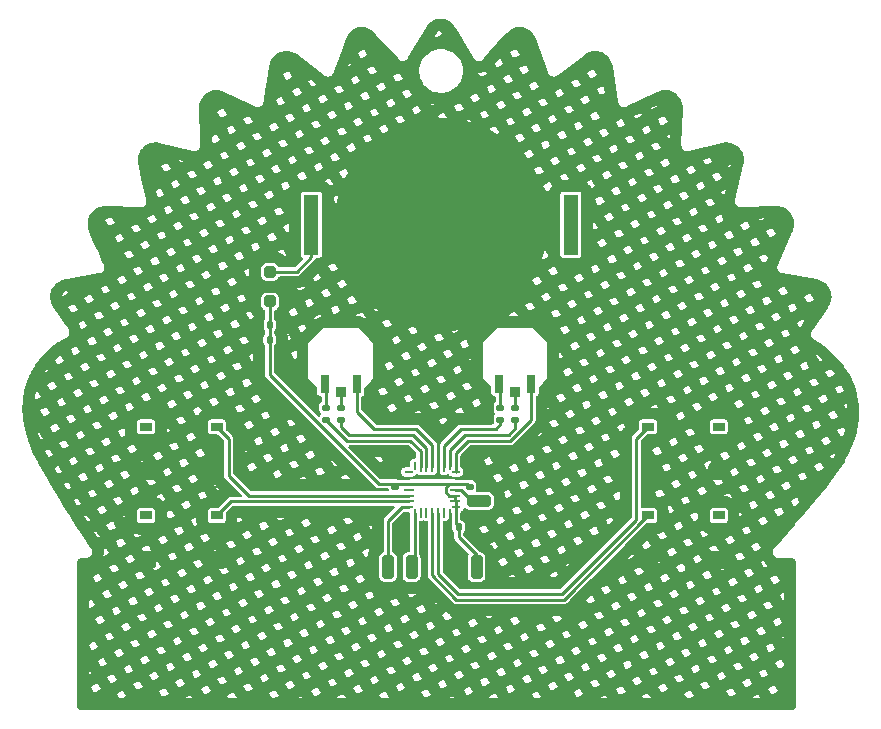
<source format=gbr>
%TF.GenerationSoftware,KiCad,Pcbnew,7.0.10*%
%TF.CreationDate,2024-01-13T02:21:11+01:00*%
%TF.ProjectId,ferris,66657272-6973-42e6-9b69-6361645f7063,rev?*%
%TF.SameCoordinates,Original*%
%TF.FileFunction,Copper,L1,Top*%
%TF.FilePolarity,Positive*%
%FSLAX46Y46*%
G04 Gerber Fmt 4.6, Leading zero omitted, Abs format (unit mm)*
G04 Created by KiCad (PCBNEW 7.0.10) date 2024-01-13 02:21:11*
%MOMM*%
%LPD*%
G01*
G04 APERTURE LIST*
G04 Aperture macros list*
%AMRoundRect*
0 Rectangle with rounded corners*
0 $1 Rounding radius*
0 $2 $3 $4 $5 $6 $7 $8 $9 X,Y pos of 4 corners*
0 Add a 4 corners polygon primitive as box body*
4,1,4,$2,$3,$4,$5,$6,$7,$8,$9,$2,$3,0*
0 Add four circle primitives for the rounded corners*
1,1,$1+$1,$2,$3*
1,1,$1+$1,$4,$5*
1,1,$1+$1,$6,$7*
1,1,$1+$1,$8,$9*
0 Add four rect primitives between the rounded corners*
20,1,$1+$1,$2,$3,$4,$5,0*
20,1,$1+$1,$4,$5,$6,$7,0*
20,1,$1+$1,$6,$7,$8,$9,0*
20,1,$1+$1,$8,$9,$2,$3,0*%
%AMFreePoly0*
4,1,14,0.230680,0.111820,0.364320,-0.021821,0.377500,-0.053642,0.377500,-0.080000,0.364320,-0.111820,0.332500,-0.125000,-0.332500,-0.125000,-0.364320,-0.111820,-0.377500,-0.080000,-0.377500,0.080000,-0.364320,0.111820,-0.332500,0.125000,0.198860,0.125000,0.230680,0.111820,0.230680,0.111820,$1*%
%AMFreePoly1*
4,1,14,0.364320,0.111820,0.377500,0.080000,0.377501,0.053640,0.364318,0.021819,0.230680,-0.111820,0.198860,-0.125000,-0.332500,-0.125000,-0.364320,-0.111820,-0.377500,-0.080000,-0.377500,0.080000,-0.364320,0.111820,-0.332500,0.125000,0.332500,0.125000,0.364320,0.111820,0.364320,0.111820,$1*%
%AMFreePoly2*
4,1,15,0.053642,0.377500,0.080000,0.377500,0.111820,0.364320,0.125000,0.332500,0.125000,-0.332500,0.111820,-0.364320,0.080000,-0.377500,-0.080000,-0.377500,-0.111820,-0.364320,-0.125000,-0.332500,-0.125000,0.198860,-0.111820,0.230680,0.021820,0.364320,0.053640,0.377501,0.053642,0.377500,0.053642,0.377500,$1*%
%AMFreePoly3*
4,1,14,-0.021820,0.364320,0.111820,0.230679,0.125001,0.198860,0.125000,-0.332500,0.111820,-0.364320,0.080000,-0.377500,-0.080000,-0.377500,-0.111820,-0.364320,-0.125000,-0.332500,-0.125000,0.332500,-0.111820,0.364320,-0.080000,0.377500,-0.053640,0.377500,-0.021820,0.364320,-0.021820,0.364320,$1*%
%AMFreePoly4*
4,1,14,0.364320,0.111820,0.377500,0.080000,0.377500,-0.080000,0.364320,-0.111820,0.332500,-0.125000,-0.198860,-0.125001,-0.230680,-0.111818,-0.364320,0.021820,-0.377500,0.053640,-0.377500,0.080000,-0.364320,0.111820,-0.332500,0.125000,0.332500,0.125000,0.364320,0.111820,0.364320,0.111820,$1*%
%AMFreePoly5*
4,1,15,-0.198858,0.125000,0.332500,0.125000,0.364320,0.111820,0.377500,0.080000,0.377500,-0.080000,0.364320,-0.111820,0.332500,-0.125000,-0.332500,-0.125000,-0.364320,-0.111820,-0.377500,-0.080000,-0.377500,-0.053640,-0.364320,-0.021820,-0.230680,0.111820,-0.198860,0.125001,-0.198858,0.125000,-0.198858,0.125000,$1*%
%AMFreePoly6*
4,1,14,0.111820,0.364320,0.125000,0.332500,0.125001,-0.198860,0.111818,-0.230680,-0.021820,-0.364320,-0.053640,-0.377500,-0.080000,-0.377500,-0.111820,-0.364320,-0.125000,-0.332500,-0.125000,0.332500,-0.111820,0.364320,-0.080000,0.377500,0.080000,0.377500,0.111820,0.364320,0.111820,0.364320,$1*%
%AMFreePoly7*
4,1,14,0.111820,0.364320,0.125000,0.332500,0.125000,-0.332500,0.111820,-0.364320,0.080000,-0.377500,0.053640,-0.377501,0.021819,-0.364318,-0.111820,-0.230680,-0.125000,-0.198860,-0.125000,0.332500,-0.111820,0.364320,-0.080000,0.377500,0.080000,0.377500,0.111820,0.364320,0.111820,0.364320,$1*%
G04 Aperture macros list end*
%TA.AperFunction,SMDPad,CuDef*%
%ADD10R,1.000000X0.750000*%
%TD*%
%TA.AperFunction,SMDPad,CuDef*%
%ADD11RoundRect,0.140000X0.140000X0.170000X-0.140000X0.170000X-0.140000X-0.170000X0.140000X-0.170000X0*%
%TD*%
%TA.AperFunction,SMDPad,CuDef*%
%ADD12RoundRect,0.140000X0.170000X-0.140000X0.170000X0.140000X-0.170000X0.140000X-0.170000X-0.140000X0*%
%TD*%
%TA.AperFunction,SMDPad,CuDef*%
%ADD13RoundRect,0.250000X0.750000X-0.250000X0.750000X0.250000X-0.750000X0.250000X-0.750000X-0.250000X0*%
%TD*%
%TA.AperFunction,SMDPad,CuDef*%
%ADD14R,0.750000X1.500000*%
%TD*%
%TA.AperFunction,SMDPad,CuDef*%
%ADD15R,0.900000X0.900000*%
%TD*%
%TA.AperFunction,SMDPad,CuDef*%
%ADD16RoundRect,0.135000X-0.185000X0.135000X-0.185000X-0.135000X0.185000X-0.135000X0.185000X0.135000X0*%
%TD*%
%TA.AperFunction,SMDPad,CuDef*%
%ADD17RoundRect,0.250000X-0.250000X-0.750000X0.250000X-0.750000X0.250000X0.750000X-0.250000X0.750000X0*%
%TD*%
%TA.AperFunction,SMDPad,CuDef*%
%ADD18RoundRect,0.250000X0.250000X0.750000X-0.250000X0.750000X-0.250000X-0.750000X0.250000X-0.750000X0*%
%TD*%
%TA.AperFunction,SMDPad,CuDef*%
%ADD19RoundRect,0.250000X0.250000X-0.250000X0.250000X0.250000X-0.250000X0.250000X-0.250000X-0.250000X0*%
%TD*%
%TA.AperFunction,SMDPad,CuDef*%
%ADD20FreePoly0,180.000000*%
%TD*%
%TA.AperFunction,SMDPad,CuDef*%
%ADD21RoundRect,0.062500X0.375000X0.062500X-0.375000X0.062500X-0.375000X-0.062500X0.375000X-0.062500X0*%
%TD*%
%TA.AperFunction,SMDPad,CuDef*%
%ADD22FreePoly1,180.000000*%
%TD*%
%TA.AperFunction,SMDPad,CuDef*%
%ADD23FreePoly2,180.000000*%
%TD*%
%TA.AperFunction,SMDPad,CuDef*%
%ADD24RoundRect,0.062500X0.062500X0.375000X-0.062500X0.375000X-0.062500X-0.375000X0.062500X-0.375000X0*%
%TD*%
%TA.AperFunction,SMDPad,CuDef*%
%ADD25FreePoly3,180.000000*%
%TD*%
%TA.AperFunction,SMDPad,CuDef*%
%ADD26FreePoly4,180.000000*%
%TD*%
%TA.AperFunction,SMDPad,CuDef*%
%ADD27FreePoly5,180.000000*%
%TD*%
%TA.AperFunction,SMDPad,CuDef*%
%ADD28FreePoly6,180.000000*%
%TD*%
%TA.AperFunction,SMDPad,CuDef*%
%ADD29FreePoly7,180.000000*%
%TD*%
%TA.AperFunction,SMDPad,CuDef*%
%ADD30C,17.800000*%
%TD*%
%TA.AperFunction,SMDPad,CuDef*%
%ADD31R,1.270000X5.080000*%
%TD*%
%TA.AperFunction,Conductor*%
%ADD32C,0.250000*%
%TD*%
G04 APERTURE END LIST*
D10*
%TO.P,SW4,1,1*%
%TO.N,/SW4*%
X107000000Y-68125000D03*
X113000000Y-68125000D03*
%TO.P,SW4,2,2*%
%TO.N,GND*%
X107000000Y-71875000D03*
X113000000Y-71875000D03*
%TD*%
%TO.P,SW3,1,1*%
%TO.N,/SW3*%
X107000000Y-60625000D03*
X113000000Y-60625000D03*
%TO.P,SW3,2,2*%
%TO.N,GND*%
X107000000Y-64375000D03*
X113000000Y-64375000D03*
%TD*%
D11*
%TO.P,C1,2*%
%TO.N,GND*%
X74020000Y-53250000D03*
%TO.P,C1,1*%
%TO.N,+3.3V*%
X74980000Y-53250000D03*
%TD*%
%TO.P,C7,1*%
%TO.N,+3.3V*%
X90980000Y-69100000D03*
%TO.P,C7,2*%
%TO.N,GND*%
X90020000Y-69100000D03*
%TD*%
D12*
%TO.P,C6,1*%
%TO.N,+3.3V*%
X91900000Y-65680000D03*
%TO.P,C6,2*%
%TO.N,GND*%
X91900000Y-64720000D03*
%TD*%
%TO.P,C5,1*%
%TO.N,+3.3V*%
X85600000Y-65680000D03*
%TO.P,C5,2*%
%TO.N,GND*%
X85600000Y-64720000D03*
%TD*%
D13*
%TO.P,J1,1,Pin_1*%
%TO.N,/NRST*%
X92700000Y-66900000D03*
%TD*%
D14*
%TO.P,D1,1,K1*%
%TO.N,/RED_K_1*%
X94375000Y-57000000D03*
D15*
%TO.P,D1,2,K2*%
%TO.N,/GREEN_K_1*%
X95750000Y-57650000D03*
D14*
%TO.P,D1,3,A*%
%TO.N,/ANODE_1*%
X97125000Y-57000000D03*
%TD*%
D16*
%TO.P,R1,1*%
%TO.N,/RED_K_1*%
X94500000Y-58990000D03*
%TO.P,R1,2*%
%TO.N,/RED_1*%
X94500000Y-60010000D03*
%TD*%
D17*
%TO.P,H3,1,1*%
%TO.N,/SWCLK*%
X87000000Y-72500000D03*
%TD*%
D18*
%TO.P,H1,1,1*%
%TO.N,GND*%
X90500000Y-72500000D03*
%TD*%
D17*
%TO.P,H2,1,1*%
%TO.N,/SWDIO*%
X85000000Y-72500000D03*
%TD*%
D16*
%TO.P,R4,1*%
%TO.N,/GREEN_K_2*%
X81000000Y-58990000D03*
%TO.P,R4,2*%
%TO.N,/GREEN_2*%
X81000000Y-60010000D03*
%TD*%
%TO.P,R2,1*%
%TO.N,/GREEN_K_1*%
X95750000Y-58990000D03*
%TO.P,R2,2*%
%TO.N,/GREEN_1*%
X95750000Y-60010000D03*
%TD*%
D19*
%TO.P,D3,1,K*%
%TO.N,+3.3V*%
X75000000Y-50000000D03*
%TO.P,D3,2,A*%
%TO.N,Net-(BT1-+)*%
X75000000Y-47500000D03*
%TD*%
D18*
%TO.P,H4,1,1*%
%TO.N,+3.3V*%
X92500000Y-72500000D03*
%TD*%
D16*
%TO.P,R3,1*%
%TO.N,/RED_K_2*%
X79750000Y-58990000D03*
%TO.P,R3,2*%
%TO.N,/RED_2*%
X79750000Y-60010000D03*
%TD*%
D14*
%TO.P,D2,1,K1*%
%TO.N,/RED_K_2*%
X79625000Y-57000000D03*
D15*
%TO.P,D2,2,K2*%
%TO.N,/GREEN_K_2*%
X81000000Y-57650000D03*
D14*
%TO.P,D2,3,A*%
%TO.N,/ANODE_2*%
X82375000Y-57000000D03*
%TD*%
D10*
%TO.P,SW1,1,1*%
%TO.N,/SW1*%
X64500000Y-60625000D03*
X70500000Y-60625000D03*
%TO.P,SW1,2,2*%
%TO.N,GND*%
X64500000Y-64375000D03*
X70500000Y-64375000D03*
%TD*%
D11*
%TO.P,C4,1*%
%TO.N,+3.3V*%
X75000000Y-52000000D03*
%TO.P,C4,2*%
%TO.N,GND*%
X74040000Y-52000000D03*
%TD*%
D10*
%TO.P,SW2,1,1*%
%TO.N,/SW2*%
X64500000Y-68125000D03*
X70500000Y-68125000D03*
%TO.P,SW2,2,2*%
%TO.N,GND*%
X64500000Y-71875000D03*
X70500000Y-71875000D03*
%TD*%
D20*
%TO.P,U1,1,VDD*%
%TO.N,+3.3V*%
X90747500Y-67437500D03*
D21*
%TO.P,U1,2,PC14*%
X90687500Y-66937500D03*
%TO.P,U1,3,PC15*%
X90687500Y-66437500D03*
%TO.P,U1,4,NRST*%
%TO.N,/NRST*%
X90687500Y-65937500D03*
%TO.P,U1,5,VDDA*%
%TO.N,+3.3V*%
X90687500Y-65437500D03*
%TO.P,U1,6,PA0*%
%TO.N,GND*%
X90687500Y-64937500D03*
D22*
%TO.P,U1,7,PA1*%
%TO.N,/ANODE_1*%
X90747500Y-64437500D03*
D23*
%TO.P,U1,8,PA2*%
%TO.N,/GREEN_1*%
X90250000Y-63940000D03*
D24*
%TO.P,U1,9,PA3*%
%TO.N,/RED_1*%
X89750000Y-64000000D03*
%TO.P,U1,10,PA4*%
%TO.N,GND*%
X89250000Y-64000000D03*
%TO.P,U1,11,PA5*%
%TO.N,/ANODE_2*%
X88750000Y-64000000D03*
%TO.P,U1,12,PA6*%
%TO.N,/GREEN_2*%
X88250000Y-64000000D03*
%TO.P,U1,13,PA7*%
%TO.N,/RED_2*%
X87750000Y-64000000D03*
D25*
%TO.P,U1,14,PB0*%
%TO.N,unconnected-(U1-PB0-Pad14)*%
X87250000Y-63940000D03*
D26*
%TO.P,U1,15,PB1*%
%TO.N,unconnected-(U1-PB1-Pad15)*%
X86752500Y-64437500D03*
D21*
%TO.P,U1,16,VSS*%
%TO.N,GND*%
X86812500Y-64937500D03*
%TO.P,U1,17,VDD*%
%TO.N,+3.3V*%
X86812500Y-65437500D03*
%TO.P,U1,18,PA8*%
%TO.N,unconnected-(U1-PA8-Pad18)*%
X86812500Y-65937500D03*
%TO.P,U1,19,PA9*%
%TO.N,/SW1*%
X86812500Y-66437500D03*
%TO.P,U1,20,PA10*%
%TO.N,/SW2*%
X86812500Y-66937500D03*
D27*
%TO.P,U1,21,PA13*%
%TO.N,/SWDIO*%
X86752500Y-67437500D03*
D28*
%TO.P,U1,22,PA14*%
%TO.N,/SWCLK*%
X87250000Y-67935000D03*
D24*
%TO.P,U1,23,PA15*%
%TO.N,unconnected-(U1-PA15-Pad23)*%
X87750000Y-67875000D03*
%TO.P,U1,24,PB3*%
%TO.N,unconnected-(U1-PB3-Pad24)*%
X88250000Y-67875000D03*
%TO.P,U1,25,PB6*%
%TO.N,/SW4*%
X88750000Y-67875000D03*
%TO.P,U1,26,PB7*%
%TO.N,/SW3*%
X89250000Y-67875000D03*
%TO.P,U1,27,BOOT0*%
%TO.N,unconnected-(U1-BOOT0-Pad27)*%
X89750000Y-67875000D03*
D29*
%TO.P,U1,28,VSS*%
%TO.N,GND*%
X90250000Y-67935000D03*
%TD*%
D30*
%TO.P,BT1,2,-*%
%TO.N,GND*%
X89500000Y-43500000D03*
D31*
%TO.P,BT1,1,+*%
%TO.N,Net-(BT1-+)*%
X78515000Y-43500000D03*
X100485000Y-43500000D03*
%TD*%
D32*
%TO.N,/SW3*%
X89250000Y-67875000D02*
X89250000Y-73070100D01*
X89250000Y-73070100D02*
X90929900Y-74750000D01*
X90929900Y-74750000D02*
X99738604Y-74750000D01*
X99738604Y-74750000D02*
X106000000Y-68488604D01*
X106000000Y-68488604D02*
X106000000Y-61625000D01*
X106000000Y-61625000D02*
X107000000Y-60625000D01*
%TO.N,/SW4*%
X88750000Y-67875000D02*
X88750000Y-73206496D01*
X88750000Y-73206496D02*
X90793504Y-75250000D01*
X99875000Y-75250000D02*
X107000000Y-68125000D01*
X90793504Y-75250000D02*
X99875000Y-75250000D01*
%TO.N,/GREEN_K_2*%
X81000000Y-58990000D02*
X81000000Y-57650000D01*
%TO.N,Net-(BT1-+)*%
X75000000Y-47500000D02*
X77250000Y-47500000D01*
X77250000Y-47500000D02*
X78515000Y-46235000D01*
X78515000Y-46235000D02*
X78515000Y-43500000D01*
%TO.N,/SW1*%
X86812500Y-66437500D02*
X73187500Y-66437500D01*
X73187500Y-66437500D02*
X71500000Y-64750000D01*
X71500000Y-64750000D02*
X71500000Y-61625000D01*
X71500000Y-61625000D02*
X70500000Y-60625000D01*
%TO.N,/SW2*%
X86812500Y-66937500D02*
X71687500Y-66937500D01*
X71687500Y-66937500D02*
X70500000Y-68125000D01*
%TO.N,+3.3V*%
X92500000Y-72500000D02*
X92500000Y-71500000D01*
X92500000Y-71500000D02*
X90980000Y-69980000D01*
X90980000Y-69980000D02*
X90980000Y-69100000D01*
%TO.N,GND*%
X90500000Y-72500000D02*
X90250000Y-72250000D01*
X90250000Y-72250000D02*
X90250000Y-69330000D01*
X90250000Y-69330000D02*
X90020000Y-69100000D01*
%TO.N,+3.3V*%
X74980000Y-53250000D02*
X74980000Y-56214280D01*
X74980000Y-56214280D02*
X84203220Y-65437500D01*
X84203220Y-65437500D02*
X85842500Y-65437500D01*
X75000000Y-52000000D02*
X75000000Y-50000000D01*
X74980000Y-53250000D02*
X74980000Y-52020000D01*
X74980000Y-52020000D02*
X75000000Y-52000000D01*
%TO.N,/SWDIO*%
X86752500Y-67437500D02*
X86157500Y-67437500D01*
X86157500Y-67437500D02*
X85000000Y-68595000D01*
X85000000Y-68595000D02*
X85000000Y-72500000D01*
%TO.N,/SWCLK*%
X87250000Y-67935000D02*
X87250000Y-72250000D01*
X87250000Y-72250000D02*
X87000000Y-72500000D01*
%TO.N,/RED_2*%
X87750000Y-64000000D02*
X87750000Y-62650000D01*
X87750000Y-62650000D02*
X86900000Y-61800000D01*
X86900000Y-61800000D02*
X81540000Y-61800000D01*
X81540000Y-61800000D02*
X79750000Y-60010000D01*
%TO.N,/ANODE_1*%
X97125000Y-57000000D02*
X97125000Y-60011396D01*
X97125000Y-60011396D02*
X95336396Y-61800000D01*
X95336396Y-61800000D02*
X91800000Y-61800000D01*
X91800000Y-61800000D02*
X90747500Y-62852500D01*
X90747500Y-62852500D02*
X90747500Y-64437500D01*
%TO.N,/GREEN_1*%
X95750000Y-60010000D02*
X95750000Y-60750000D01*
X95750000Y-60750000D02*
X95200000Y-61300000D01*
X95200000Y-61300000D02*
X91500000Y-61300000D01*
X91500000Y-61300000D02*
X90250000Y-62550000D01*
X90250000Y-62550000D02*
X90250000Y-63940000D01*
%TO.N,/RED_1*%
X94500000Y-60010000D02*
X94500000Y-60400000D01*
X94500000Y-60400000D02*
X94100000Y-60800000D01*
X94100000Y-60800000D02*
X91163604Y-60800000D01*
X91163604Y-60800000D02*
X89750000Y-62213604D01*
X89750000Y-62213604D02*
X89750000Y-64000000D01*
%TO.N,/ANODE_2*%
X82375000Y-57000000D02*
X82375000Y-59375000D01*
X82375000Y-59375000D02*
X83800000Y-60800000D01*
X83800000Y-60800000D02*
X87400000Y-60800000D01*
X87400000Y-60800000D02*
X88750000Y-62150000D01*
X88750000Y-62150000D02*
X88750000Y-64000000D01*
%TO.N,/GREEN_2*%
X81000000Y-60010000D02*
X81000000Y-60600000D01*
X81000000Y-60600000D02*
X81700000Y-61300000D01*
X81700000Y-61300000D02*
X87100000Y-61300000D01*
X87100000Y-61300000D02*
X88250000Y-62450000D01*
X88250000Y-62450000D02*
X88250000Y-64000000D01*
%TO.N,GND*%
X86812500Y-64937500D02*
X85817500Y-64937500D01*
X85817500Y-64937500D02*
X85600000Y-64720000D01*
%TO.N,+3.3V*%
X86812500Y-65437500D02*
X85842500Y-65437500D01*
X85842500Y-65437500D02*
X85600000Y-65680000D01*
%TO.N,GND*%
X90250000Y-67935000D02*
X90250000Y-68870000D01*
X90250000Y-68870000D02*
X90020000Y-69100000D01*
%TO.N,+3.3V*%
X90747500Y-67437500D02*
X90747500Y-68867500D01*
X90747500Y-68867500D02*
X90980000Y-69100000D01*
%TO.N,GND*%
X90687500Y-64937500D02*
X91682500Y-64937500D01*
X91682500Y-64937500D02*
X91900000Y-64720000D01*
%TO.N,+3.3V*%
X90687500Y-65437500D02*
X91657500Y-65437500D01*
X91657500Y-65437500D02*
X91900000Y-65680000D01*
%TO.N,/NRST*%
X90687500Y-65937500D02*
X91174740Y-65937500D01*
X91174740Y-65937500D02*
X92137240Y-66900000D01*
X92137240Y-66900000D02*
X92700000Y-66900000D01*
%TO.N,/RED_K_1*%
X94500000Y-58990000D02*
X94500000Y-57125000D01*
X94500000Y-57125000D02*
X94375000Y-57000000D01*
%TO.N,/GREEN_K_1*%
X95750000Y-58990000D02*
X95750000Y-57650000D01*
%TO.N,/RED_K_2*%
X79750000Y-58990000D02*
X79750000Y-57125000D01*
X79750000Y-57125000D02*
X79625000Y-57000000D01*
%TO.N,+3.3V*%
X90687500Y-66437500D02*
X90200260Y-66437500D01*
X89925000Y-65712760D02*
X90200260Y-65437500D01*
X89925000Y-66162240D02*
X89925000Y-65712760D01*
X90747500Y-67437500D02*
X90747500Y-66997500D01*
X90200260Y-66437500D02*
X89925000Y-66162240D01*
X90200260Y-65437500D02*
X90687500Y-65437500D01*
X90687500Y-66937500D02*
X90687500Y-66437500D01*
X90747500Y-66997500D02*
X90687500Y-66937500D01*
X86812500Y-65437500D02*
X90687500Y-65437500D01*
%TD*%
%TA.AperFunction,Conductor*%
%TO.N,GND*%
G36*
X86760140Y-62195185D02*
G01*
X86780782Y-62211819D01*
X87338181Y-62769218D01*
X87371666Y-62830541D01*
X87374500Y-62856899D01*
X87374500Y-63183092D01*
X87354815Y-63250131D01*
X87302011Y-63295886D01*
X87250500Y-63307092D01*
X87200858Y-63307092D01*
X87176669Y-63304710D01*
X87170003Y-63303384D01*
X87170002Y-63303384D01*
X87163336Y-63304710D01*
X87072260Y-63322825D01*
X87072255Y-63322827D01*
X87038525Y-63336799D01*
X87037852Y-63337072D01*
X87037813Y-63337093D01*
X86954954Y-63392459D01*
X86899591Y-63475319D01*
X86889034Y-63500801D01*
X86889035Y-63500802D01*
X86885325Y-63509758D01*
X86885323Y-63509763D01*
X86865884Y-63607487D01*
X86865884Y-63607488D01*
X86867210Y-63614156D01*
X86869592Y-63638343D01*
X86869592Y-63933092D01*
X86849907Y-64000131D01*
X86797103Y-64045886D01*
X86745592Y-64057092D01*
X86450858Y-64057092D01*
X86426669Y-64054710D01*
X86420003Y-64053384D01*
X86420002Y-64053384D01*
X86401360Y-64057092D01*
X86322260Y-64072825D01*
X86322255Y-64072827D01*
X86288525Y-64086799D01*
X86287852Y-64087072D01*
X86287813Y-64087093D01*
X86204954Y-64142459D01*
X86149591Y-64225319D01*
X86139034Y-64250801D01*
X86139035Y-64250802D01*
X86135325Y-64259758D01*
X86135323Y-64259763D01*
X86117187Y-64350938D01*
X86115884Y-64357489D01*
X86117210Y-64364156D01*
X86119592Y-64388343D01*
X86119592Y-64486642D01*
X86117210Y-64510830D01*
X86115884Y-64517497D01*
X86115884Y-64517500D01*
X86135323Y-64615232D01*
X86135325Y-64615240D01*
X86137432Y-64620326D01*
X86149343Y-64649082D01*
X86149575Y-64649652D01*
X86149593Y-64649686D01*
X86204956Y-64732541D01*
X86204959Y-64732545D01*
X86287820Y-64787909D01*
X86313308Y-64798466D01*
X86313308Y-64798467D01*
X86322260Y-64802175D01*
X86362829Y-64810244D01*
X86393688Y-64816383D01*
X86455599Y-64848767D01*
X86490173Y-64909483D01*
X86486434Y-64979253D01*
X86445568Y-65035925D01*
X86380550Y-65061506D01*
X86369497Y-65062000D01*
X85894303Y-65062000D01*
X85868858Y-65059361D01*
X85868039Y-65059189D01*
X85858232Y-65057133D01*
X85858231Y-65057133D01*
X85826823Y-65061048D01*
X85811485Y-65062000D01*
X84410119Y-65062000D01*
X84343080Y-65042315D01*
X84322438Y-65025681D01*
X82493247Y-63196489D01*
X83904631Y-63196489D01*
X84345326Y-63637184D01*
X84583823Y-63499488D01*
X84395615Y-63173500D01*
X83944451Y-63173500D01*
X83904631Y-63196489D01*
X82493247Y-63196489D01*
X81683939Y-62387181D01*
X81650454Y-62325858D01*
X81655438Y-62256166D01*
X81697310Y-62200233D01*
X81762774Y-62175816D01*
X81771620Y-62175500D01*
X86693101Y-62175500D01*
X86760140Y-62195185D01*
G37*
%TD.AperFunction*%
%TA.AperFunction,Conductor*%
G36*
X89476991Y-26078359D02*
G01*
X89650665Y-26090075D01*
X89667055Y-26092286D01*
X89835406Y-26126564D01*
X89851101Y-26130849D01*
X90012873Y-26186656D01*
X90027637Y-26192843D01*
X90181053Y-26269129D01*
X90194752Y-26277071D01*
X90337702Y-26372648D01*
X90350230Y-26382233D01*
X90480431Y-26495681D01*
X90491697Y-26506842D01*
X90606986Y-26636693D01*
X90616828Y-26649338D01*
X90727638Y-26812442D01*
X90731680Y-26818799D01*
X92223925Y-29331002D01*
X92230888Y-29344557D01*
X92232150Y-29347437D01*
X92232152Y-29347440D01*
X92232153Y-29347443D01*
X92249025Y-29374611D01*
X92266874Y-29403353D01*
X92268142Y-29405441D01*
X92283273Y-29430914D01*
X92285799Y-29434548D01*
X92285700Y-29434616D01*
X92290408Y-29441250D01*
X92308081Y-29469707D01*
X92308082Y-29469708D01*
X92308083Y-29469709D01*
X92323809Y-29483768D01*
X92337673Y-29498352D01*
X92350926Y-29514781D01*
X92374017Y-29530796D01*
X92378442Y-29533865D01*
X92390411Y-29543306D01*
X92415379Y-29565627D01*
X92434434Y-29574688D01*
X92451844Y-29584774D01*
X92469188Y-29596804D01*
X92500969Y-29607364D01*
X92515109Y-29613051D01*
X92536837Y-29623383D01*
X92545354Y-29627433D01*
X92566200Y-29630760D01*
X92585737Y-29635532D01*
X92605768Y-29642188D01*
X92639229Y-29643366D01*
X92654408Y-29644838D01*
X92687477Y-29650117D01*
X92708411Y-29647436D01*
X92728511Y-29646510D01*
X92749601Y-29647253D01*
X92782053Y-29638952D01*
X92797024Y-29636091D01*
X92830235Y-29631840D01*
X92849561Y-29623372D01*
X92868585Y-29616820D01*
X92889034Y-29611591D01*
X92917830Y-29594484D01*
X92931386Y-29587523D01*
X92962061Y-29574085D01*
X92978223Y-29560511D01*
X92994625Y-29548869D01*
X93012773Y-29538090D01*
X93013355Y-29537465D01*
X93025716Y-29524174D01*
X93035575Y-29513574D01*
X93041479Y-29507962D01*
X93041394Y-29507875D01*
X93044562Y-29504802D01*
X93044578Y-29504789D01*
X93064362Y-29482656D01*
X93065911Y-29480957D01*
X93110792Y-29432706D01*
X93110793Y-29432704D01*
X93112573Y-29430138D01*
X93122023Y-29418157D01*
X93590124Y-28894531D01*
X95317366Y-28894531D01*
X95618367Y-29415879D01*
X96139715Y-29114878D01*
X95838714Y-28593530D01*
X95317366Y-28894531D01*
X93590124Y-28894531D01*
X95006330Y-27310336D01*
X95028030Y-27291143D01*
X95043842Y-27280161D01*
X95065095Y-27253774D01*
X95075243Y-27242637D01*
X95202225Y-27119291D01*
X95214263Y-27109010D01*
X95352387Y-27005563D01*
X95365612Y-26996918D01*
X95514693Y-26912514D01*
X95528858Y-26905644D01*
X95686468Y-26841224D01*
X95701513Y-26836172D01*
X95865454Y-26792583D01*
X95881191Y-26789474D01*
X96049336Y-26767442D01*
X96065586Y-26766392D01*
X96236023Y-26766614D01*
X96252551Y-26767742D01*
X96427440Y-26791507D01*
X96443993Y-26794918D01*
X96609540Y-26840998D01*
X96624995Y-26846424D01*
X96783359Y-26914083D01*
X96797734Y-26921365D01*
X96945314Y-27008601D01*
X96958406Y-27017514D01*
X97093893Y-27123031D01*
X97105577Y-27133376D01*
X97227129Y-27255484D01*
X97237404Y-27267194D01*
X97307449Y-27357956D01*
X97343116Y-27404172D01*
X97351822Y-27417048D01*
X97440144Y-27567155D01*
X97447232Y-27581160D01*
X97524759Y-27761915D01*
X97527510Y-27768907D01*
X98527176Y-30554372D01*
X98531170Y-30568265D01*
X98555179Y-30632433D01*
X98555737Y-30633956D01*
X98555899Y-30634405D01*
X98566411Y-30663698D01*
X98567998Y-30667289D01*
X98570712Y-30673948D01*
X98581556Y-30702933D01*
X98581853Y-30703725D01*
X98595701Y-30722185D01*
X98606064Y-30738516D01*
X98616873Y-30758908D01*
X98638882Y-30781471D01*
X98649308Y-30793643D01*
X98665216Y-30814849D01*
X98668220Y-30818852D01*
X98686708Y-30832662D01*
X98701254Y-30845412D01*
X98717369Y-30861933D01*
X98744842Y-30877381D01*
X98758263Y-30886114D01*
X98783523Y-30904984D01*
X98790865Y-30907714D01*
X98805150Y-30913025D01*
X98822711Y-30921166D01*
X98842820Y-30932473D01*
X98873533Y-30939554D01*
X98888874Y-30944154D01*
X98918422Y-30955141D01*
X98941425Y-30956762D01*
X98960569Y-30959624D01*
X98983062Y-30964812D01*
X99014535Y-30962953D01*
X99030544Y-30963043D01*
X99061989Y-30965261D01*
X99084529Y-30960333D01*
X99103692Y-30957689D01*
X99126733Y-30956329D01*
X99156398Y-30945682D01*
X99171796Y-30941257D01*
X99202591Y-30934525D01*
X99202849Y-30934384D01*
X99222827Y-30923447D01*
X99240475Y-30915508D01*
X99262196Y-30907714D01*
X99265939Y-30904984D01*
X99287889Y-30888974D01*
X99293838Y-30884893D01*
X99297093Y-30882796D01*
X99297112Y-30882786D01*
X99322460Y-30863768D01*
X99323562Y-30862953D01*
X99378474Y-30822904D01*
X99378476Y-30822901D01*
X99379055Y-30822479D01*
X99390019Y-30813086D01*
X99605475Y-30651453D01*
X101874288Y-30651453D01*
X102175289Y-31172801D01*
X102696637Y-30871800D01*
X102395636Y-30350452D01*
X101874288Y-30651453D01*
X99605475Y-30651453D01*
X101637872Y-29126770D01*
X101660769Y-29113169D01*
X101669973Y-29108967D01*
X101692243Y-29089669D01*
X101705676Y-29079540D01*
X101851161Y-28984617D01*
X101865482Y-28976574D01*
X102021270Y-28902186D01*
X102036302Y-28896181D01*
X102199566Y-28843032D01*
X102215164Y-28839053D01*
X102383644Y-28807576D01*
X102399587Y-28805657D01*
X102570478Y-28796258D01*
X102586655Y-28796426D01*
X102757338Y-28809389D01*
X102773558Y-28811707D01*
X102941890Y-28847260D01*
X102957886Y-28851778D01*
X103089484Y-28898693D01*
X103123024Y-28910650D01*
X103138083Y-28917172D01*
X103293191Y-28996919D01*
X103306896Y-29005122D01*
X103449062Y-29103183D01*
X103461473Y-29112968D01*
X103589322Y-29227731D01*
X103600195Y-29238796D01*
X103712813Y-29368760D01*
X103722188Y-29381051D01*
X103818026Y-29524415D01*
X103825737Y-29537653D01*
X103903639Y-29692690D01*
X103909682Y-29706846D01*
X103968227Y-29871637D01*
X103972483Y-29886491D01*
X104014886Y-30079128D01*
X104016291Y-30086595D01*
X104479352Y-33042707D01*
X104479647Y-33046144D01*
X104486037Y-33086126D01*
X104491947Y-33123107D01*
X104491969Y-33123246D01*
X104497740Y-33160092D01*
X104498386Y-33163412D01*
X104503425Y-33194937D01*
X104503426Y-33194941D01*
X104514735Y-33218711D01*
X104521288Y-33235549D01*
X104529026Y-33260724D01*
X104544523Y-33284184D01*
X104544607Y-33284310D01*
X104553111Y-33299374D01*
X104565257Y-33324903D01*
X104565259Y-33324905D01*
X104565259Y-33324906D01*
X104582805Y-33344525D01*
X104593840Y-33358839D01*
X104608354Y-33380810D01*
X104629944Y-33399048D01*
X104642353Y-33411110D01*
X104658104Y-33428722D01*
X104661199Y-33432183D01*
X104661209Y-33432189D01*
X104683565Y-33446066D01*
X104698182Y-33456689D01*
X104718301Y-33473684D01*
X104744154Y-33485099D01*
X104759467Y-33493181D01*
X104783476Y-33508086D01*
X104808853Y-33515107D01*
X104825870Y-33521182D01*
X104849956Y-33531818D01*
X104849957Y-33531818D01*
X104849959Y-33531819D01*
X104877985Y-33535488D01*
X104894943Y-33538928D01*
X104905005Y-33541711D01*
X104922188Y-33546466D01*
X104948518Y-33546053D01*
X104966563Y-33547087D01*
X104992662Y-33550506D01*
X104992662Y-33550505D01*
X104992664Y-33550506D01*
X105020572Y-33546134D01*
X105037822Y-33544654D01*
X105066092Y-33544212D01*
X105066095Y-33544211D01*
X105066096Y-33544211D01*
X105091243Y-33536397D01*
X105108844Y-33532306D01*
X105134850Y-33528233D01*
X105157543Y-33517522D01*
X105163660Y-33514635D01*
X105166791Y-33513286D01*
X105177721Y-33508086D01*
X105200721Y-33497143D01*
X105265004Y-33466804D01*
X105265006Y-33466801D01*
X105271193Y-33463882D01*
X105274172Y-33462197D01*
X107809243Y-32256128D01*
X107810844Y-32255382D01*
X107825377Y-32248744D01*
X107837973Y-32243805D01*
X107838257Y-32243711D01*
X107845454Y-32241333D01*
X107852805Y-32237671D01*
X107862795Y-32233235D01*
X108037475Y-32164745D01*
X108053134Y-32159774D01*
X108219718Y-32118828D01*
X108235622Y-32116005D01*
X108405164Y-32097215D01*
X108421190Y-32096484D01*
X108591333Y-32099752D01*
X108607246Y-32101087D01*
X108775523Y-32126230D01*
X108791221Y-32129629D01*
X108954926Y-32176361D01*
X108970210Y-32181829D01*
X109127091Y-32249842D01*
X109141730Y-32257380D01*
X109197777Y-32291125D01*
X109291351Y-32347465D01*
X109304449Y-32356548D01*
X109442251Y-32465883D01*
X109453987Y-32476482D01*
X109499559Y-32523250D01*
X109575093Y-32600765D01*
X109585280Y-32612633D01*
X109689216Y-32750439D01*
X109697706Y-32763283D01*
X109776634Y-32900519D01*
X109783829Y-32913028D01*
X109790612Y-32926708D01*
X109839477Y-33042707D01*
X109857768Y-33086126D01*
X109862827Y-33100566D01*
X109910017Y-33267672D01*
X109913265Y-33282667D01*
X109939679Y-33455775D01*
X109941051Y-33471080D01*
X109946467Y-33668578D01*
X109946445Y-33676100D01*
X109843698Y-36764847D01*
X109843641Y-36766313D01*
X109840563Y-36834515D01*
X109840563Y-36834517D01*
X109847951Y-36864644D01*
X109850774Y-36880614D01*
X109854165Y-36911443D01*
X109863243Y-36933208D01*
X109869228Y-36951404D01*
X109874842Y-36974295D01*
X109874842Y-36974297D01*
X109890415Y-37001115D01*
X109897626Y-37015647D01*
X109909569Y-37044281D01*
X109918707Y-37055564D01*
X109924405Y-37062600D01*
X109935275Y-37078371D01*
X109947113Y-37098758D01*
X109969610Y-37120102D01*
X109980622Y-37132012D01*
X110000150Y-37156123D01*
X110000151Y-37156124D01*
X110019544Y-37169518D01*
X110034419Y-37181590D01*
X110051522Y-37197817D01*
X110079136Y-37211966D01*
X110093041Y-37220282D01*
X110118571Y-37237915D01*
X110118572Y-37237915D01*
X110118573Y-37237916D01*
X110140956Y-37245305D01*
X110158627Y-37252696D01*
X110179609Y-37263447D01*
X110210086Y-37269242D01*
X110225780Y-37273306D01*
X110255239Y-37283031D01*
X110278806Y-37283814D01*
X110297823Y-37285926D01*
X110320998Y-37290333D01*
X110321000Y-37290332D01*
X110321002Y-37290333D01*
X110351870Y-37287307D01*
X110368083Y-37286784D01*
X110399081Y-37287816D01*
X110465369Y-37270723D01*
X110466553Y-37270426D01*
X113289832Y-36578059D01*
X113301677Y-36575760D01*
X113347557Y-36569165D01*
X113347561Y-36569163D01*
X113356070Y-36566665D01*
X113356356Y-36567641D01*
X113369949Y-36563421D01*
X113502813Y-36540447D01*
X113519146Y-36538727D01*
X113690676Y-36532107D01*
X113706889Y-36532544D01*
X113877205Y-36548336D01*
X113892988Y-36550834D01*
X114055110Y-36587353D01*
X114059927Y-36588438D01*
X114075200Y-36592926D01*
X114235914Y-36651596D01*
X114250567Y-36658045D01*
X114402963Y-36737234D01*
X114416699Y-36745543D01*
X114465630Y-36779656D01*
X114558431Y-36844354D01*
X114571156Y-36854531D01*
X114599703Y-36880614D01*
X114701256Y-36973402D01*
X114712250Y-36984819D01*
X114762856Y-37044598D01*
X114826284Y-37119524D01*
X114835655Y-37132134D01*
X114930210Y-37277820D01*
X114937810Y-37291305D01*
X115012980Y-37446610D01*
X115018783Y-37460765D01*
X115074158Y-37623849D01*
X115078148Y-37638491D01*
X115102964Y-37757956D01*
X115113245Y-37807451D01*
X115115404Y-37822330D01*
X115129889Y-37995443D01*
X115130234Y-38010428D01*
X115123683Y-38185142D01*
X115122191Y-38200222D01*
X115100755Y-38333252D01*
X115097317Y-38348442D01*
X115096934Y-38349745D01*
X115088657Y-38407307D01*
X115086883Y-38416934D01*
X114408197Y-41426648D01*
X114407423Y-41429875D01*
X114391778Y-41491514D01*
X114391778Y-41491515D01*
X114393099Y-41527185D01*
X114392798Y-41541550D01*
X114391200Y-41561746D01*
X114389982Y-41577143D01*
X114393829Y-41595500D01*
X114393856Y-41595626D01*
X114396407Y-41616463D01*
X114397107Y-41635338D01*
X114397108Y-41635344D01*
X114408422Y-41669186D01*
X114412182Y-41683062D01*
X114419506Y-41718003D01*
X114419508Y-41718008D01*
X114428430Y-41734647D01*
X114436750Y-41753925D01*
X114442738Y-41771835D01*
X114442739Y-41771838D01*
X114463133Y-41801128D01*
X114470649Y-41813382D01*
X114487518Y-41844840D01*
X114500770Y-41858295D01*
X114514185Y-41874450D01*
X114524976Y-41889947D01*
X114552794Y-41912303D01*
X114563460Y-41921944D01*
X114588513Y-41947379D01*
X114588515Y-41947381D01*
X114605016Y-41956554D01*
X114622439Y-41968274D01*
X114637162Y-41980106D01*
X114670149Y-41993718D01*
X114683098Y-41999963D01*
X114714104Y-42017200D01*
X114714304Y-42017311D01*
X114732721Y-42021463D01*
X114752749Y-42027804D01*
X114770199Y-42035005D01*
X114770202Y-42035006D01*
X114805719Y-42038776D01*
X114819865Y-42041114D01*
X114854701Y-42048970D01*
X114918196Y-42044912D01*
X114921500Y-42044746D01*
X117847073Y-41936365D01*
X117856192Y-41936365D01*
X118051098Y-41943549D01*
X118067253Y-41945209D01*
X118235871Y-41973798D01*
X118251447Y-41977488D01*
X118414553Y-42027460D01*
X118429319Y-42033036D01*
X118584810Y-42103386D01*
X118598735Y-42110787D01*
X118600287Y-42111744D01*
X118744407Y-42200553D01*
X118757261Y-42209648D01*
X118891157Y-42317777D01*
X118902810Y-42328486D01*
X119022775Y-42453781D01*
X119033056Y-42466010D01*
X119089409Y-42542566D01*
X119138073Y-42608676D01*
X119146519Y-42621809D01*
X119232468Y-42775992D01*
X119239162Y-42789993D01*
X119304259Y-42951423D01*
X119309101Y-42965962D01*
X119353405Y-43132741D01*
X119356405Y-43147683D01*
X119379895Y-43318487D01*
X119381037Y-43333486D01*
X119383678Y-43506324D01*
X119382995Y-43521345D01*
X119364626Y-43693895D01*
X119362131Y-43708723D01*
X119322666Y-43879276D01*
X119318375Y-43893745D01*
X119253071Y-44073105D01*
X119249349Y-44082191D01*
X119229735Y-44125141D01*
X119227593Y-44132434D01*
X119222263Y-44147096D01*
X118011437Y-46920664D01*
X118009259Y-46925380D01*
X117983469Y-46978293D01*
X117983468Y-46978297D01*
X117976710Y-47018158D01*
X117974002Y-47030361D01*
X117963263Y-47069342D01*
X117963263Y-47069349D01*
X117963499Y-47083475D01*
X117961773Y-47106265D01*
X117959413Y-47120190D01*
X117959413Y-47120192D01*
X117964159Y-47160345D01*
X117964999Y-47172818D01*
X117965678Y-47213246D01*
X117965678Y-47213249D01*
X117969883Y-47226731D01*
X117974648Y-47249087D01*
X117976306Y-47263113D01*
X117976307Y-47263116D01*
X117992174Y-47300307D01*
X117996493Y-47312037D01*
X117997583Y-47315531D01*
X118008535Y-47350638D01*
X118008536Y-47350642D01*
X118014437Y-47359493D01*
X118016241Y-47362200D01*
X118016367Y-47362388D01*
X118027242Y-47382503D01*
X118032784Y-47395493D01*
X118058486Y-47426707D01*
X118065935Y-47436746D01*
X118088364Y-47470392D01*
X118099194Y-47479462D01*
X118115297Y-47495700D01*
X118118980Y-47500172D01*
X118124272Y-47506599D01*
X118124275Y-47506601D01*
X118157724Y-47529305D01*
X118167695Y-47536834D01*
X118198702Y-47562804D01*
X118211645Y-47568454D01*
X118231671Y-47579498D01*
X118243353Y-47587428D01*
X118281852Y-47599791D01*
X118293543Y-47604206D01*
X118330603Y-47620386D01*
X118388091Y-47627669D01*
X118389007Y-47627785D01*
X118394147Y-47628545D01*
X121298375Y-48120909D01*
X121306395Y-48122544D01*
X121497216Y-48168044D01*
X121513047Y-48172958D01*
X121540192Y-48183421D01*
X121673423Y-48234773D01*
X121688156Y-48241590D01*
X121838352Y-48323428D01*
X121851846Y-48331951D01*
X121990516Y-48432570D01*
X122002594Y-48442557D01*
X122128209Y-48560562D01*
X122138801Y-48571836D01*
X122249389Y-48705339D01*
X122258489Y-48717836D01*
X122352230Y-48865042D01*
X122359723Y-48878613D01*
X122406589Y-48977664D01*
X122438865Y-49045877D01*
X122443501Y-49057054D01*
X122443974Y-49058373D01*
X122445175Y-49061886D01*
X122496999Y-49221267D01*
X122500815Y-49236038D01*
X122534012Y-49407481D01*
X122535976Y-49422481D01*
X122547965Y-49595465D01*
X122548094Y-49610496D01*
X122539090Y-49783141D01*
X122537403Y-49798049D01*
X122507647Y-49968158D01*
X122504160Y-49982797D01*
X122453890Y-50148466D01*
X122448609Y-50162678D01*
X122378120Y-50321825D01*
X122371053Y-50335437D01*
X122280906Y-50485580D01*
X122273769Y-50496187D01*
X122242083Y-50538402D01*
X122237828Y-50546172D01*
X122237422Y-50545950D01*
X122229838Y-50560471D01*
X120947371Y-52418257D01*
X120928689Y-52439607D01*
X120928669Y-52439624D01*
X120928669Y-52439625D01*
X120900321Y-52486068D01*
X120896535Y-52491897D01*
X120886164Y-52506924D01*
X120886158Y-52506932D01*
X120882269Y-52514754D01*
X120877083Y-52524141D01*
X120853691Y-52562466D01*
X120853685Y-52562480D01*
X120851189Y-52571772D01*
X120842476Y-52594789D01*
X120838191Y-52603407D01*
X120838189Y-52603415D01*
X120830337Y-52647618D01*
X120828004Y-52658092D01*
X120816355Y-52701466D01*
X120816355Y-52701467D01*
X120816578Y-52711094D01*
X120814700Y-52735647D01*
X120813019Y-52745107D01*
X120813019Y-52745122D01*
X120817937Y-52789736D01*
X120818651Y-52800443D01*
X120819694Y-52845352D01*
X120819694Y-52845353D01*
X120822616Y-52854513D01*
X120827734Y-52878604D01*
X120828789Y-52888171D01*
X120846085Y-52929612D01*
X120849786Y-52939684D01*
X120863435Y-52982467D01*
X120863437Y-52982471D01*
X120868814Y-52990425D01*
X120880517Y-53012107D01*
X120884224Y-53020989D01*
X120884226Y-53020993D01*
X120912488Y-53055870D01*
X120918880Y-53064495D01*
X120944032Y-53101705D01*
X120951446Y-53107834D01*
X120968776Y-53125335D01*
X120974833Y-53132809D01*
X121011779Y-53158313D01*
X121020341Y-53164788D01*
X121027079Y-53170358D01*
X121027083Y-53170361D01*
X121042657Y-53179866D01*
X121048501Y-53183663D01*
X121093275Y-53214571D01*
X121093289Y-53214576D01*
X121119047Y-53226492D01*
X121183471Y-53265813D01*
X121545302Y-53486657D01*
X121551637Y-53490795D01*
X121821556Y-53679141D01*
X121837558Y-53690307D01*
X121842660Y-53694064D01*
X121905101Y-53742566D01*
X122162679Y-53942642D01*
X122168084Y-53947091D01*
X122511534Y-54246423D01*
X122517026Y-54251508D01*
X122877229Y-54605880D01*
X122882698Y-54611616D01*
X123252825Y-55025508D01*
X123258129Y-55031854D01*
X123632092Y-55510803D01*
X123636843Y-55517312D01*
X123864641Y-55851771D01*
X123868861Y-55858410D01*
X124081285Y-56217272D01*
X124085163Y-56224339D01*
X124278620Y-56605706D01*
X124282135Y-56613253D01*
X124453658Y-57016359D01*
X124456743Y-57024366D01*
X124603437Y-57448368D01*
X124606030Y-57456831D01*
X124725029Y-57901145D01*
X124727058Y-57910006D01*
X124815501Y-58373986D01*
X124816899Y-58383186D01*
X124871880Y-58866374D01*
X124872591Y-58875817D01*
X124891141Y-59378115D01*
X124891125Y-59387671D01*
X124870182Y-59908674D01*
X124869428Y-59918224D01*
X124805744Y-60457956D01*
X124804269Y-60467348D01*
X124694495Y-61025678D01*
X124692341Y-61034796D01*
X124532955Y-61611358D01*
X124530199Y-61620067D01*
X124317582Y-62214706D01*
X124314308Y-62222923D01*
X124044769Y-62835124D01*
X124041082Y-62842777D01*
X123719270Y-63456030D01*
X123715060Y-63462978D01*
X123715166Y-63463041D01*
X123712911Y-63466846D01*
X123712909Y-63466849D01*
X123712909Y-63466850D01*
X123710959Y-63470750D01*
X123710707Y-63471254D01*
X123710473Y-63471721D01*
X123702725Y-63485043D01*
X123684514Y-63512305D01*
X123684510Y-63512312D01*
X123664639Y-63575789D01*
X123663975Y-63577846D01*
X123660118Y-63589453D01*
X123651049Y-63610192D01*
X123614624Y-63676298D01*
X123609550Y-63684702D01*
X123457306Y-63915656D01*
X123454037Y-63920374D01*
X122924127Y-64648529D01*
X122922278Y-64651004D01*
X122131854Y-65682125D01*
X122130589Y-65683748D01*
X121137228Y-66936011D01*
X121135652Y-66937957D01*
X120338826Y-67901828D01*
X120337203Y-67903751D01*
X119488128Y-68889393D01*
X119486590Y-68891145D01*
X117739459Y-70843802D01*
X117728254Y-70854830D01*
X117703857Y-70875971D01*
X117667674Y-70932271D01*
X117666598Y-70933917D01*
X117629443Y-70989761D01*
X117629150Y-70990377D01*
X117628826Y-70990960D01*
X117628122Y-70992502D01*
X117627294Y-70994277D01*
X117626575Y-70995787D01*
X117626333Y-70996420D01*
X117626048Y-70997043D01*
X117607177Y-71061311D01*
X117606607Y-71063196D01*
X117586707Y-71127187D01*
X117586600Y-71127861D01*
X117586449Y-71128530D01*
X117586207Y-71130215D01*
X117585909Y-71132174D01*
X117585651Y-71133784D01*
X117585598Y-71134452D01*
X117585500Y-71135134D01*
X117585500Y-71202130D01*
X117585484Y-71204103D01*
X117585209Y-71221416D01*
X117584418Y-71271092D01*
X117584418Y-71271095D01*
X117584503Y-71271753D01*
X117584545Y-71272428D01*
X117584787Y-71274108D01*
X117585044Y-71276004D01*
X117585265Y-71277733D01*
X117585406Y-71278407D01*
X117585500Y-71279061D01*
X117604378Y-71343359D01*
X117604917Y-71345250D01*
X117622766Y-71409816D01*
X117623038Y-71410437D01*
X117623270Y-71411074D01*
X117623975Y-71412617D01*
X117624791Y-71414443D01*
X117625442Y-71415933D01*
X117625757Y-71416520D01*
X117626045Y-71417151D01*
X117662291Y-71473552D01*
X117663337Y-71475208D01*
X117698639Y-71532108D01*
X117698645Y-71532113D01*
X117699069Y-71532619D01*
X117699477Y-71533174D01*
X117700604Y-71534474D01*
X117701886Y-71535978D01*
X117702947Y-71537243D01*
X117703417Y-71537720D01*
X117703855Y-71538225D01*
X117703857Y-71538228D01*
X117703859Y-71538230D01*
X117703862Y-71538233D01*
X117754524Y-71582132D01*
X117755938Y-71583376D01*
X117801124Y-71623805D01*
X117805897Y-71628076D01*
X117806452Y-71628445D01*
X117806997Y-71628859D01*
X117808454Y-71629796D01*
X117810086Y-71630863D01*
X117811468Y-71631782D01*
X117812057Y-71632110D01*
X117812624Y-71632474D01*
X117812627Y-71632477D01*
X117873670Y-71660354D01*
X117875260Y-71661096D01*
X117935844Y-71689938D01*
X117935846Y-71689938D01*
X117935850Y-71689940D01*
X117936475Y-71690135D01*
X117937090Y-71690369D01*
X117938705Y-71690844D01*
X117940604Y-71691418D01*
X117942267Y-71691935D01*
X117942932Y-71692085D01*
X117943538Y-71692262D01*
X117943543Y-71692265D01*
X117943548Y-71692265D01*
X117943549Y-71692266D01*
X118009816Y-71701793D01*
X118011768Y-71702089D01*
X118015305Y-71702655D01*
X118077957Y-71712683D01*
X118103401Y-71709436D01*
X118109986Y-71708597D01*
X118125677Y-71707600D01*
X119062026Y-71707600D01*
X119074613Y-71708241D01*
X119077465Y-71708532D01*
X119166802Y-71717648D01*
X119190689Y-71722493D01*
X119252450Y-71741508D01*
X119274314Y-71750607D01*
X119331845Y-71781297D01*
X119351963Y-71794700D01*
X119400287Y-71834211D01*
X119417790Y-71851715D01*
X119457293Y-71900030D01*
X119470702Y-71920156D01*
X119501382Y-71977668D01*
X119510488Y-71999550D01*
X119525289Y-72047634D01*
X119529501Y-72061318D01*
X119534346Y-72085194D01*
X119543778Y-72177512D01*
X119544420Y-72190115D01*
X119544420Y-84126465D01*
X119543777Y-84139075D01*
X119534350Y-84231293D01*
X119529506Y-84255161D01*
X119510489Y-84316945D01*
X119501382Y-84338830D01*
X119470702Y-84396342D01*
X119457293Y-84416468D01*
X119417790Y-84464783D01*
X119400282Y-84482291D01*
X119351855Y-84521886D01*
X119331780Y-84535268D01*
X119274368Y-84565929D01*
X119252378Y-84575080D01*
X119190797Y-84594004D01*
X119166964Y-84598833D01*
X119088925Y-84606798D01*
X119074611Y-84608259D01*
X119062023Y-84608900D01*
X59125565Y-84608900D01*
X59112983Y-84608260D01*
X59098937Y-84606827D01*
X59020518Y-84598828D01*
X58996678Y-84593998D01*
X58982335Y-84589590D01*
X58935118Y-84575080D01*
X58913132Y-84565931D01*
X58855725Y-84535273D01*
X58835650Y-84521891D01*
X58787213Y-84482288D01*
X58769707Y-84464782D01*
X58730204Y-84416467D01*
X58716796Y-84396343D01*
X58686107Y-84338814D01*
X58677008Y-84316950D01*
X58657993Y-84255189D01*
X58653149Y-84231312D01*
X58643739Y-84139095D01*
X58643100Y-84126525D01*
X58643100Y-83221704D01*
X62019944Y-83221704D01*
X62244647Y-83610900D01*
X62549838Y-83610900D01*
X62580868Y-83592985D01*
X67776867Y-83592985D01*
X67787210Y-83610900D01*
X68482340Y-83610900D01*
X68348235Y-83378625D01*
X71348148Y-83378625D01*
X71482252Y-83610900D01*
X72149838Y-83610900D01*
X72170496Y-83598972D01*
X71919518Y-83164266D01*
X74919429Y-83164266D01*
X75177293Y-83610900D01*
X75349838Y-83610900D01*
X77345838Y-83610900D01*
X77719945Y-83610900D01*
X77676440Y-83535547D01*
X80676351Y-83535547D01*
X80719856Y-83610900D01*
X81414986Y-83610900D01*
X81247721Y-83321188D01*
X84247632Y-83321188D01*
X84414898Y-83610900D01*
X84949838Y-83610900D01*
X85069980Y-83541536D01*
X84819001Y-83106829D01*
X87818913Y-83106829D01*
X88109939Y-83610900D01*
X88149837Y-83610900D01*
X90145836Y-83610900D01*
X90652590Y-83610900D01*
X90575923Y-83478110D01*
X93575835Y-83478110D01*
X93652502Y-83610900D01*
X94347632Y-83610900D01*
X94147205Y-83263751D01*
X97147116Y-83263751D01*
X97347543Y-83610900D01*
X97749838Y-83610900D01*
X102945837Y-83610900D01*
X103585237Y-83610900D01*
X103475409Y-83420673D01*
X106475319Y-83420673D01*
X106585147Y-83610900D01*
X107280278Y-83610900D01*
X107046689Y-83206313D01*
X110046601Y-83206313D01*
X110280190Y-83610900D01*
X110549838Y-83610900D01*
X110607524Y-83577595D01*
X115803523Y-83577595D01*
X115822752Y-83610900D01*
X116517882Y-83610900D01*
X116324870Y-83276595D01*
X115803523Y-83577595D01*
X110607524Y-83577595D01*
X110868949Y-83426660D01*
X110617970Y-82991954D01*
X113617882Y-82991954D01*
X113918883Y-83513301D01*
X114440230Y-83212300D01*
X114189252Y-82777595D01*
X117189164Y-82777595D01*
X117490164Y-83298942D01*
X118011511Y-82997941D01*
X117710511Y-82476594D01*
X117189164Y-82777595D01*
X114189252Y-82777595D01*
X114139229Y-82690953D01*
X113617882Y-82991954D01*
X110617970Y-82991954D01*
X110567948Y-82905313D01*
X110046601Y-83206313D01*
X107046689Y-83206313D01*
X106996667Y-83119672D01*
X106475319Y-83420673D01*
X103475409Y-83420673D01*
X103425386Y-83334031D01*
X102945837Y-83610900D01*
X97749838Y-83610900D01*
X97969465Y-83484097D01*
X97718486Y-83049391D01*
X100718397Y-83049391D01*
X101019398Y-83570739D01*
X101540746Y-83269738D01*
X101289768Y-82835032D01*
X104289679Y-82835032D01*
X104590680Y-83356379D01*
X105112027Y-83055379D01*
X104861048Y-82620673D01*
X107860961Y-82620673D01*
X108161961Y-83142020D01*
X108683308Y-82841019D01*
X108432330Y-82406313D01*
X111432241Y-82406313D01*
X111733242Y-82927661D01*
X112254590Y-82626660D01*
X112003612Y-82191954D01*
X115003523Y-82191954D01*
X115304524Y-82713301D01*
X115825871Y-82412300D01*
X115524870Y-81890953D01*
X115003523Y-82191954D01*
X112003612Y-82191954D01*
X111953589Y-82105312D01*
X111432241Y-82406313D01*
X108432330Y-82406313D01*
X108382308Y-82319672D01*
X107860961Y-82620673D01*
X104861048Y-82620673D01*
X104811026Y-82534032D01*
X104289679Y-82835032D01*
X101289768Y-82835032D01*
X101239745Y-82748390D01*
X100718397Y-83049391D01*
X97718486Y-83049391D01*
X97668464Y-82962750D01*
X97147116Y-83263751D01*
X94147205Y-83263751D01*
X94097182Y-83177109D01*
X93575835Y-83478110D01*
X90575923Y-83478110D01*
X90525901Y-83391469D01*
X90145836Y-83610900D01*
X88149837Y-83610900D01*
X88641260Y-83327175D01*
X88390282Y-82892469D01*
X91390194Y-82892469D01*
X91691195Y-83413817D01*
X92212543Y-83112816D01*
X91961565Y-82678110D01*
X94961475Y-82678110D01*
X95262476Y-83199458D01*
X95783824Y-82898457D01*
X95532846Y-82463751D01*
X98532757Y-82463751D01*
X98833758Y-82985098D01*
X99355105Y-82684097D01*
X99104126Y-82249391D01*
X102104038Y-82249391D01*
X102405039Y-82770739D01*
X102926387Y-82469738D01*
X102675409Y-82035032D01*
X105675319Y-82035032D01*
X105976320Y-82556380D01*
X106497668Y-82255379D01*
X106246690Y-81820673D01*
X109246601Y-81820673D01*
X109547602Y-82342020D01*
X110068949Y-82041019D01*
X109817970Y-81606313D01*
X112817882Y-81606313D01*
X113118883Y-82127660D01*
X113640230Y-81826660D01*
X113389251Y-81391954D01*
X116389164Y-81391954D01*
X116690164Y-81913301D01*
X117211511Y-81612300D01*
X116910511Y-81090953D01*
X116389164Y-81391954D01*
X113389251Y-81391954D01*
X113339229Y-81305313D01*
X112817882Y-81606313D01*
X109817970Y-81606313D01*
X109767948Y-81519672D01*
X109246601Y-81820673D01*
X106246690Y-81820673D01*
X106196667Y-81734031D01*
X105675319Y-82035032D01*
X102675409Y-82035032D01*
X102625386Y-81948390D01*
X102104038Y-82249391D01*
X99104126Y-82249391D01*
X99054104Y-82162750D01*
X98532757Y-82463751D01*
X95532846Y-82463751D01*
X95482823Y-82377109D01*
X94961475Y-82678110D01*
X91961565Y-82678110D01*
X91911542Y-82591468D01*
X91390194Y-82892469D01*
X88390282Y-82892469D01*
X88340260Y-82805828D01*
X87818913Y-83106829D01*
X84819001Y-83106829D01*
X84768979Y-83020188D01*
X84247632Y-83321188D01*
X81247721Y-83321188D01*
X81197698Y-83234546D01*
X80676351Y-83535547D01*
X77676440Y-83535547D01*
X77626417Y-83448906D01*
X77345838Y-83610900D01*
X75349838Y-83610900D01*
X75741777Y-83384613D01*
X75490799Y-82949907D01*
X78490710Y-82949907D01*
X78791711Y-83471254D01*
X79313058Y-83170253D01*
X79062079Y-82735547D01*
X82061991Y-82735547D01*
X82362992Y-83256894D01*
X82884339Y-82955894D01*
X82633360Y-82521188D01*
X85633272Y-82521188D01*
X85934273Y-83042536D01*
X86455621Y-82741535D01*
X86204643Y-82306829D01*
X89204554Y-82306829D01*
X89505554Y-82828176D01*
X90026901Y-82527175D01*
X89775923Y-82092469D01*
X92775835Y-82092469D01*
X93076836Y-82613816D01*
X93598183Y-82312816D01*
X93347204Y-81878110D01*
X96347116Y-81878110D01*
X96648117Y-82399458D01*
X97169465Y-82098457D01*
X96918487Y-81663751D01*
X99918398Y-81663751D01*
X100219398Y-82185098D01*
X100740745Y-81884097D01*
X100489767Y-81449391D01*
X103489679Y-81449391D01*
X103790680Y-81970738D01*
X104312027Y-81669738D01*
X104061048Y-81235032D01*
X107060960Y-81235032D01*
X107361961Y-81756380D01*
X107883309Y-81455379D01*
X107632331Y-81020673D01*
X110632242Y-81020673D01*
X110933242Y-81542020D01*
X111454589Y-81241019D01*
X111203611Y-80806313D01*
X114203523Y-80806313D01*
X114504524Y-81327660D01*
X115025871Y-81026660D01*
X114774892Y-80591954D01*
X117774804Y-80591954D01*
X118075805Y-81113300D01*
X118546420Y-80841590D01*
X118546420Y-80724430D01*
X118296151Y-80290953D01*
X117774804Y-80591954D01*
X114774892Y-80591954D01*
X114724870Y-80505313D01*
X114203523Y-80806313D01*
X111203611Y-80806313D01*
X111153589Y-80719672D01*
X110632242Y-81020673D01*
X107632331Y-81020673D01*
X107582308Y-80934031D01*
X107060960Y-81235032D01*
X104061048Y-81235032D01*
X104011026Y-81148391D01*
X103489679Y-81449391D01*
X100489767Y-81449391D01*
X100439745Y-81362750D01*
X99918398Y-81663751D01*
X96918487Y-81663751D01*
X96868464Y-81577109D01*
X96347116Y-81878110D01*
X93347204Y-81878110D01*
X93297182Y-81791469D01*
X92775835Y-82092469D01*
X89775923Y-82092469D01*
X89725901Y-82005828D01*
X89204554Y-82306829D01*
X86204643Y-82306829D01*
X86154620Y-82220187D01*
X85633272Y-82521188D01*
X82633360Y-82521188D01*
X82583338Y-82434547D01*
X82061991Y-82735547D01*
X79062079Y-82735547D01*
X79012057Y-82648906D01*
X78490710Y-82949907D01*
X75490799Y-82949907D01*
X75440776Y-82863265D01*
X74919429Y-83164266D01*
X71919518Y-83164266D01*
X71869495Y-83077624D01*
X71348148Y-83378625D01*
X68348235Y-83378625D01*
X68298213Y-83291984D01*
X67776867Y-83592985D01*
X62580868Y-83592985D01*
X62842292Y-83442051D01*
X62591313Y-83007344D01*
X65591225Y-83007344D01*
X65892226Y-83528692D01*
X66413574Y-83227691D01*
X66162596Y-82792985D01*
X69162507Y-82792985D01*
X69463507Y-83314332D01*
X69984854Y-83013331D01*
X69733876Y-82578625D01*
X72733788Y-82578625D01*
X73034789Y-83099972D01*
X73556136Y-82798972D01*
X73305157Y-82364266D01*
X76305069Y-82364266D01*
X76606070Y-82885614D01*
X77127418Y-82584613D01*
X76876440Y-82149907D01*
X79876351Y-82149907D01*
X80177351Y-82671254D01*
X80698698Y-82370253D01*
X80447720Y-81935547D01*
X83447632Y-81935547D01*
X83748633Y-82456894D01*
X84269980Y-82155894D01*
X84019001Y-81721188D01*
X87018913Y-81721188D01*
X87319914Y-82242535D01*
X87841261Y-81941535D01*
X87590282Y-81506829D01*
X90590195Y-81506829D01*
X90891195Y-82028176D01*
X91412542Y-81727175D01*
X91161564Y-81292469D01*
X94161475Y-81292469D01*
X94462476Y-81813817D01*
X94983824Y-81512816D01*
X94732846Y-81078110D01*
X97732757Y-81078110D01*
X98033758Y-81599457D01*
X98555105Y-81298457D01*
X98304126Y-80863751D01*
X101304039Y-80863751D01*
X101605039Y-81385098D01*
X102126386Y-81084097D01*
X101875408Y-80649391D01*
X104875319Y-80649391D01*
X105176320Y-81170739D01*
X105697668Y-80869738D01*
X105446690Y-80435032D01*
X108446601Y-80435032D01*
X108747602Y-80956379D01*
X109268949Y-80655379D01*
X109017970Y-80220673D01*
X112017882Y-80220673D01*
X112318883Y-80742020D01*
X112840230Y-80441019D01*
X112589251Y-80006313D01*
X115589163Y-80006313D01*
X115890164Y-80527661D01*
X116411512Y-80226660D01*
X116110511Y-79705312D01*
X115589163Y-80006313D01*
X112589251Y-80006313D01*
X112539229Y-79919672D01*
X112017882Y-80220673D01*
X109017970Y-80220673D01*
X108967948Y-80134032D01*
X108446601Y-80435032D01*
X105446690Y-80435032D01*
X105396667Y-80348390D01*
X104875319Y-80649391D01*
X101875408Y-80649391D01*
X101825386Y-80562750D01*
X101304039Y-80863751D01*
X98304126Y-80863751D01*
X98254104Y-80777110D01*
X97732757Y-81078110D01*
X94732846Y-81078110D01*
X94682823Y-80991468D01*
X94161475Y-81292469D01*
X91161564Y-81292469D01*
X91111542Y-81205828D01*
X90590195Y-81506829D01*
X87590282Y-81506829D01*
X87540260Y-81420188D01*
X87018913Y-81721188D01*
X84019001Y-81721188D01*
X83968979Y-81634547D01*
X83447632Y-81935547D01*
X80447720Y-81935547D01*
X80397698Y-81848906D01*
X79876351Y-82149907D01*
X76876440Y-82149907D01*
X76826417Y-82063265D01*
X76305069Y-82364266D01*
X73305157Y-82364266D01*
X73255135Y-82277625D01*
X72733788Y-82578625D01*
X69733876Y-82578625D01*
X69683854Y-82491984D01*
X69162507Y-82792985D01*
X66162596Y-82792985D01*
X66112573Y-82706343D01*
X65591225Y-83007344D01*
X62591313Y-83007344D01*
X62541291Y-82920703D01*
X62019944Y-83221704D01*
X58643100Y-83221704D01*
X58643100Y-82636063D01*
X59834304Y-82636063D01*
X60135304Y-83157410D01*
X60656651Y-82856409D01*
X60405674Y-82421704D01*
X63405585Y-82421704D01*
X63706585Y-82943051D01*
X64227932Y-82642050D01*
X63976954Y-82207344D01*
X66976866Y-82207344D01*
X67277867Y-82728691D01*
X67799214Y-82427691D01*
X67548235Y-81992985D01*
X70548148Y-81992985D01*
X70849148Y-82514332D01*
X71370495Y-82213331D01*
X71119517Y-81778625D01*
X74119428Y-81778625D01*
X74420429Y-82299973D01*
X74941777Y-81998972D01*
X74690799Y-81564266D01*
X77690710Y-81564266D01*
X77991711Y-82085613D01*
X78513058Y-81784613D01*
X78262079Y-81349907D01*
X81261991Y-81349907D01*
X81562992Y-81871254D01*
X82084339Y-81570253D01*
X81833360Y-81135547D01*
X84833272Y-81135547D01*
X85134273Y-81656895D01*
X85655621Y-81355894D01*
X85404643Y-80921188D01*
X88404553Y-80921188D01*
X88705554Y-81442536D01*
X89226902Y-81141535D01*
X88975924Y-80706829D01*
X91975835Y-80706829D01*
X92276836Y-81228176D01*
X92798183Y-80927175D01*
X92547204Y-80492469D01*
X95547116Y-80492469D01*
X95848117Y-81013817D01*
X96369465Y-80712816D01*
X96118487Y-80278110D01*
X99118397Y-80278110D01*
X99419398Y-80799458D01*
X99940746Y-80498457D01*
X99689768Y-80063751D01*
X102689679Y-80063751D01*
X102990680Y-80585098D01*
X103512027Y-80284097D01*
X103261048Y-79849391D01*
X106260960Y-79849391D01*
X106561961Y-80370739D01*
X107083309Y-80069738D01*
X106832331Y-79635032D01*
X109832241Y-79635032D01*
X110133242Y-80156380D01*
X110654590Y-79855379D01*
X110403612Y-79420673D01*
X113403523Y-79420673D01*
X113704524Y-79942020D01*
X114225871Y-79641019D01*
X113974892Y-79206313D01*
X116974804Y-79206313D01*
X117275805Y-79727660D01*
X117797152Y-79426660D01*
X117496151Y-78905313D01*
X116974804Y-79206313D01*
X113974892Y-79206313D01*
X113924870Y-79119672D01*
X113403523Y-79420673D01*
X110403612Y-79420673D01*
X110353589Y-79334031D01*
X109832241Y-79635032D01*
X106832331Y-79635032D01*
X106782308Y-79548390D01*
X106260960Y-79849391D01*
X103261048Y-79849391D01*
X103211026Y-79762750D01*
X102689679Y-80063751D01*
X99689768Y-80063751D01*
X99639745Y-79977109D01*
X99118397Y-80278110D01*
X96118487Y-80278110D01*
X96068464Y-80191468D01*
X95547116Y-80492469D01*
X92547204Y-80492469D01*
X92497182Y-80405828D01*
X91975835Y-80706829D01*
X88975924Y-80706829D01*
X88925901Y-80620187D01*
X88404553Y-80921188D01*
X85404643Y-80921188D01*
X85354620Y-80834546D01*
X84833272Y-81135547D01*
X81833360Y-81135547D01*
X81783338Y-81048906D01*
X81261991Y-81349907D01*
X78262079Y-81349907D01*
X78212057Y-81263266D01*
X77690710Y-81564266D01*
X74690799Y-81564266D01*
X74640776Y-81477624D01*
X74119428Y-81778625D01*
X71119517Y-81778625D01*
X71069495Y-81691984D01*
X70548148Y-81992985D01*
X67548235Y-81992985D01*
X67498213Y-81906344D01*
X66976866Y-82207344D01*
X63976954Y-82207344D01*
X63926932Y-82120703D01*
X63405585Y-82421704D01*
X60405674Y-82421704D01*
X60355651Y-82335062D01*
X59834304Y-82636063D01*
X58643100Y-82636063D01*
X58643100Y-81836063D01*
X61219944Y-81836063D01*
X61520945Y-82357410D01*
X62042292Y-82056409D01*
X61791314Y-81621704D01*
X64791226Y-81621704D01*
X65092226Y-82143051D01*
X65613573Y-81842050D01*
X65362595Y-81407344D01*
X68362506Y-81407344D01*
X68663507Y-81928692D01*
X69184855Y-81627691D01*
X68933877Y-81192985D01*
X71933788Y-81192985D01*
X72234789Y-81714332D01*
X72756136Y-81413331D01*
X72505157Y-80978625D01*
X75505069Y-80978625D01*
X75806070Y-81499973D01*
X76327418Y-81198972D01*
X76076440Y-80764266D01*
X79076350Y-80764266D01*
X79377351Y-81285614D01*
X79898699Y-80984613D01*
X79647721Y-80549907D01*
X82647632Y-80549907D01*
X82948633Y-81071254D01*
X83469980Y-80770253D01*
X83219001Y-80335547D01*
X86218913Y-80335547D01*
X86519914Y-80856894D01*
X87041261Y-80555894D01*
X86790282Y-80121188D01*
X89790194Y-80121188D01*
X90091195Y-80642536D01*
X90612543Y-80341535D01*
X90361565Y-79906829D01*
X93361476Y-79906829D01*
X93662476Y-80428176D01*
X94183823Y-80127175D01*
X93932845Y-79692469D01*
X96932757Y-79692469D01*
X97233758Y-80213816D01*
X97755105Y-79912816D01*
X97504126Y-79478110D01*
X100504038Y-79478110D01*
X100805039Y-79999458D01*
X101326387Y-79698457D01*
X101075409Y-79263751D01*
X104075320Y-79263751D01*
X104376320Y-79785098D01*
X104897667Y-79484097D01*
X104646689Y-79049391D01*
X107646601Y-79049391D01*
X107947602Y-79570738D01*
X108468949Y-79269738D01*
X108217970Y-78835032D01*
X111217882Y-78835032D01*
X111518883Y-79356379D01*
X112040230Y-79055379D01*
X111789251Y-78620673D01*
X114789164Y-78620673D01*
X115090164Y-79142020D01*
X115611511Y-78841019D01*
X115360533Y-78406313D01*
X118360444Y-78406313D01*
X118546420Y-78728431D01*
X118546420Y-78298940D01*
X118360444Y-78406313D01*
X115360533Y-78406313D01*
X115310511Y-78319672D01*
X114789164Y-78620673D01*
X111789251Y-78620673D01*
X111739229Y-78534032D01*
X111217882Y-78835032D01*
X108217970Y-78835032D01*
X108167948Y-78748391D01*
X107646601Y-79049391D01*
X104646689Y-79049391D01*
X104596667Y-78962750D01*
X104075320Y-79263751D01*
X101075409Y-79263751D01*
X101025386Y-79177109D01*
X100504038Y-79478110D01*
X97504126Y-79478110D01*
X97454104Y-79391469D01*
X96932757Y-79692469D01*
X93932845Y-79692469D01*
X93882823Y-79605828D01*
X93361476Y-79906829D01*
X90361565Y-79906829D01*
X90311542Y-79820187D01*
X89790194Y-80121188D01*
X86790282Y-80121188D01*
X86740260Y-80034547D01*
X86218913Y-80335547D01*
X83219001Y-80335547D01*
X83168979Y-80248906D01*
X82647632Y-80549907D01*
X79647721Y-80549907D01*
X79597698Y-80463265D01*
X79076350Y-80764266D01*
X76076440Y-80764266D01*
X76026417Y-80677624D01*
X75505069Y-80978625D01*
X72505157Y-80978625D01*
X72455135Y-80891984D01*
X71933788Y-81192985D01*
X68933877Y-81192985D01*
X68883854Y-81106343D01*
X68362506Y-81407344D01*
X65362595Y-81407344D01*
X65312573Y-81320703D01*
X64791226Y-81621704D01*
X61791314Y-81621704D01*
X61741291Y-81535062D01*
X61219944Y-81836063D01*
X58643100Y-81836063D01*
X58643100Y-81097422D01*
X59641100Y-81097422D01*
X59641100Y-81595218D01*
X59856651Y-81470769D01*
X59641100Y-81097422D01*
X58643100Y-81097422D01*
X58643100Y-81036063D01*
X62605585Y-81036063D01*
X62906585Y-81557410D01*
X63427932Y-81256409D01*
X63176955Y-80821704D01*
X66176866Y-80821704D01*
X66477867Y-81343051D01*
X66999214Y-81042050D01*
X66748235Y-80607344D01*
X69748147Y-80607344D01*
X70049148Y-81128692D01*
X70570496Y-80827691D01*
X70319518Y-80392985D01*
X73319429Y-80392985D01*
X73620429Y-80914332D01*
X74141776Y-80613331D01*
X73890798Y-80178625D01*
X76890710Y-80178625D01*
X77191711Y-80699972D01*
X77713058Y-80398972D01*
X77462079Y-79964266D01*
X80461991Y-79964266D01*
X80762992Y-80485613D01*
X81284339Y-80184613D01*
X81033360Y-79749907D01*
X84033273Y-79749907D01*
X84334273Y-80271254D01*
X84855620Y-79970253D01*
X84604642Y-79535547D01*
X87604553Y-79535547D01*
X87905554Y-80056895D01*
X88426902Y-79755894D01*
X88175924Y-79321188D01*
X91175835Y-79321188D01*
X91476836Y-79842535D01*
X91998183Y-79541535D01*
X91747204Y-79106829D01*
X94747117Y-79106829D01*
X95048117Y-79628176D01*
X95569464Y-79327175D01*
X95318486Y-78892469D01*
X98318397Y-78892469D01*
X98619398Y-79413817D01*
X99140746Y-79112816D01*
X98889768Y-78678110D01*
X101889679Y-78678110D01*
X102190680Y-79199457D01*
X102712027Y-78898457D01*
X102461048Y-78463751D01*
X105460961Y-78463751D01*
X105761961Y-78985098D01*
X106283308Y-78684097D01*
X106032330Y-78249391D01*
X109032241Y-78249391D01*
X109333242Y-78770739D01*
X109854590Y-78469738D01*
X109603612Y-78035032D01*
X112603523Y-78035032D01*
X112904524Y-78556379D01*
X113425871Y-78255379D01*
X113174892Y-77820673D01*
X116174804Y-77820673D01*
X116475805Y-78342020D01*
X116997152Y-78041019D01*
X116696151Y-77519672D01*
X116174804Y-77820673D01*
X113174892Y-77820673D01*
X113124870Y-77734032D01*
X112603523Y-78035032D01*
X109603612Y-78035032D01*
X109553589Y-77948390D01*
X109032241Y-78249391D01*
X106032330Y-78249391D01*
X105982308Y-78162750D01*
X105460961Y-78463751D01*
X102461048Y-78463751D01*
X102411026Y-78377110D01*
X101889679Y-78678110D01*
X98889768Y-78678110D01*
X98839745Y-78591468D01*
X98318397Y-78892469D01*
X95318486Y-78892469D01*
X95268464Y-78805828D01*
X94747117Y-79106829D01*
X91747204Y-79106829D01*
X91697182Y-79020188D01*
X91175835Y-79321188D01*
X88175924Y-79321188D01*
X88125901Y-79234546D01*
X87604553Y-79535547D01*
X84604642Y-79535547D01*
X84554620Y-79448906D01*
X84033273Y-79749907D01*
X81033360Y-79749907D01*
X80983338Y-79663266D01*
X80461991Y-79964266D01*
X77462079Y-79964266D01*
X77412057Y-79877625D01*
X76890710Y-80178625D01*
X73890798Y-80178625D01*
X73840776Y-80091984D01*
X73319429Y-80392985D01*
X70319518Y-80392985D01*
X70269495Y-80306343D01*
X69748147Y-80607344D01*
X66748235Y-80607344D01*
X66698213Y-80520703D01*
X66176866Y-80821704D01*
X63176955Y-80821704D01*
X63126932Y-80735062D01*
X62605585Y-81036063D01*
X58643100Y-81036063D01*
X58643100Y-80450422D01*
X60419944Y-80450422D01*
X60720945Y-80971769D01*
X61242292Y-80670769D01*
X60991313Y-80236063D01*
X63991226Y-80236063D01*
X64292226Y-80757410D01*
X64813573Y-80456409D01*
X64562596Y-80021704D01*
X67562507Y-80021704D01*
X67863507Y-80543051D01*
X68384854Y-80242050D01*
X68133876Y-79807344D01*
X71133788Y-79807344D01*
X71434789Y-80328691D01*
X71956136Y-80027691D01*
X71705157Y-79592985D01*
X74705070Y-79592985D01*
X75006070Y-80114332D01*
X75527417Y-79813331D01*
X75276439Y-79378625D01*
X78276350Y-79378625D01*
X78577351Y-79899973D01*
X79098699Y-79598972D01*
X78847721Y-79164266D01*
X81847632Y-79164266D01*
X82148633Y-79685613D01*
X82669980Y-79384613D01*
X82419001Y-78949907D01*
X85418913Y-78949907D01*
X85719914Y-79471254D01*
X86241261Y-79170253D01*
X85990282Y-78735547D01*
X88990194Y-78735547D01*
X89291195Y-79256895D01*
X89812543Y-78955894D01*
X89561565Y-78521188D01*
X92561475Y-78521188D01*
X92862476Y-79042536D01*
X93383824Y-78741535D01*
X93132846Y-78306829D01*
X96132757Y-78306829D01*
X96433758Y-78828176D01*
X96955105Y-78527175D01*
X96704126Y-78092469D01*
X99704038Y-78092469D01*
X100005039Y-78613817D01*
X100526387Y-78312816D01*
X100275409Y-77878110D01*
X103275319Y-77878110D01*
X103576320Y-78399458D01*
X104097668Y-78098457D01*
X103846690Y-77663751D01*
X106846601Y-77663751D01*
X107147602Y-78185098D01*
X107668949Y-77884097D01*
X107417970Y-77449391D01*
X110417882Y-77449391D01*
X110718883Y-77970738D01*
X111240230Y-77669738D01*
X110989251Y-77235032D01*
X113989163Y-77235032D01*
X114290164Y-77756380D01*
X114811512Y-77455379D01*
X114560534Y-77020673D01*
X117560445Y-77020673D01*
X117861445Y-77542020D01*
X118382792Y-77241019D01*
X118081792Y-76719672D01*
X117560445Y-77020673D01*
X114560534Y-77020673D01*
X114510511Y-76934031D01*
X113989163Y-77235032D01*
X110989251Y-77235032D01*
X110939229Y-77148391D01*
X110417882Y-77449391D01*
X107417970Y-77449391D01*
X107367948Y-77362750D01*
X106846601Y-77663751D01*
X103846690Y-77663751D01*
X103796667Y-77577109D01*
X103275319Y-77878110D01*
X100275409Y-77878110D01*
X100225386Y-77791468D01*
X99704038Y-78092469D01*
X96704126Y-78092469D01*
X96654104Y-78005828D01*
X96132757Y-78306829D01*
X93132846Y-78306829D01*
X93082823Y-78220187D01*
X92561475Y-78521188D01*
X89561565Y-78521188D01*
X89511542Y-78434546D01*
X88990194Y-78735547D01*
X85990282Y-78735547D01*
X85940260Y-78648906D01*
X85418913Y-78949907D01*
X82419001Y-78949907D01*
X82368979Y-78863266D01*
X81847632Y-79164266D01*
X78847721Y-79164266D01*
X78797698Y-79077624D01*
X78276350Y-79378625D01*
X75276439Y-79378625D01*
X75226417Y-79291984D01*
X74705070Y-79592985D01*
X71705157Y-79592985D01*
X71655135Y-79506344D01*
X71133788Y-79807344D01*
X68133876Y-79807344D01*
X68083854Y-79720703D01*
X67562507Y-80021704D01*
X64562596Y-80021704D01*
X64512573Y-79935062D01*
X63991226Y-80236063D01*
X60991313Y-80236063D01*
X60941291Y-80149422D01*
X60419944Y-80450422D01*
X58643100Y-80450422D01*
X58643100Y-79650422D01*
X61805584Y-79650422D01*
X62106585Y-80171770D01*
X62627933Y-79870769D01*
X62376955Y-79436063D01*
X65376866Y-79436063D01*
X65677867Y-79957410D01*
X66199214Y-79656409D01*
X65948236Y-79221704D01*
X68948148Y-79221704D01*
X69249148Y-79743051D01*
X69770495Y-79442050D01*
X69519517Y-79007344D01*
X72519428Y-79007344D01*
X72820429Y-79528692D01*
X73341777Y-79227691D01*
X73090799Y-78792985D01*
X76090710Y-78792985D01*
X76391711Y-79314332D01*
X76913058Y-79013331D01*
X76662079Y-78578625D01*
X79661991Y-78578625D01*
X79962992Y-79099972D01*
X80484339Y-78798972D01*
X80233360Y-78364266D01*
X83233272Y-78364266D01*
X83534273Y-78885614D01*
X84055621Y-78584613D01*
X83804643Y-78149907D01*
X86804554Y-78149907D01*
X87105554Y-78671254D01*
X87626901Y-78370253D01*
X87375923Y-77935547D01*
X90375835Y-77935547D01*
X90676836Y-78456894D01*
X91198183Y-78155894D01*
X90947204Y-77721188D01*
X93947116Y-77721188D01*
X94248117Y-78242536D01*
X94769465Y-77941535D01*
X94518487Y-77506829D01*
X97518398Y-77506829D01*
X97819398Y-78028176D01*
X98340745Y-77727175D01*
X98089767Y-77292469D01*
X101089679Y-77292469D01*
X101390680Y-77813816D01*
X101912027Y-77512816D01*
X101661048Y-77078110D01*
X104660960Y-77078110D01*
X104961961Y-77599458D01*
X105483309Y-77298457D01*
X105232331Y-76863751D01*
X108232242Y-76863751D01*
X108533242Y-77385098D01*
X109054589Y-77084097D01*
X108803611Y-76649391D01*
X111803523Y-76649391D01*
X112104524Y-77170738D01*
X112625871Y-76869738D01*
X112374892Y-76435032D01*
X115374804Y-76435032D01*
X115675805Y-76956379D01*
X116197152Y-76655379D01*
X115896151Y-76134032D01*
X115374804Y-76435032D01*
X112374892Y-76435032D01*
X112324870Y-76348391D01*
X111803523Y-76649391D01*
X108803611Y-76649391D01*
X108753589Y-76562750D01*
X108232242Y-76863751D01*
X105232331Y-76863751D01*
X105182308Y-76777109D01*
X104660960Y-77078110D01*
X101661048Y-77078110D01*
X101611026Y-76991469D01*
X101089679Y-77292469D01*
X98089767Y-77292469D01*
X98039745Y-77205828D01*
X97518398Y-77506829D01*
X94518487Y-77506829D01*
X94468464Y-77420187D01*
X93947116Y-77721188D01*
X90947204Y-77721188D01*
X90897182Y-77634547D01*
X90375835Y-77935547D01*
X87375923Y-77935547D01*
X87325901Y-77848906D01*
X86804554Y-78149907D01*
X83804643Y-78149907D01*
X83754620Y-78063265D01*
X83233272Y-78364266D01*
X80233360Y-78364266D01*
X80183338Y-78277625D01*
X79661991Y-78578625D01*
X76662079Y-78578625D01*
X76612057Y-78491984D01*
X76090710Y-78792985D01*
X73090799Y-78792985D01*
X73040776Y-78706343D01*
X72519428Y-79007344D01*
X69519517Y-79007344D01*
X69469495Y-78920703D01*
X68948148Y-79221704D01*
X65948236Y-79221704D01*
X65898213Y-79135062D01*
X65376866Y-79436063D01*
X62376955Y-79436063D01*
X62326932Y-79349421D01*
X61805584Y-79650422D01*
X58643100Y-79650422D01*
X58643100Y-79101423D01*
X59641100Y-79101423D01*
X59920945Y-79586129D01*
X60442292Y-79285128D01*
X60191313Y-78850422D01*
X63191225Y-78850422D01*
X63492226Y-79371770D01*
X64013574Y-79070769D01*
X63762596Y-78636063D01*
X66762507Y-78636063D01*
X67063507Y-79157410D01*
X67584854Y-78856409D01*
X67333877Y-78421704D01*
X70333788Y-78421704D01*
X70634789Y-78943051D01*
X71156136Y-78642050D01*
X70905157Y-78207344D01*
X73905069Y-78207344D01*
X74206070Y-78728692D01*
X74727418Y-78427691D01*
X74476440Y-77992985D01*
X77476351Y-77992985D01*
X77777351Y-78514332D01*
X78298698Y-78213331D01*
X78047720Y-77778625D01*
X81047632Y-77778625D01*
X81348633Y-78299972D01*
X81869980Y-77998972D01*
X81619001Y-77564266D01*
X84618913Y-77564266D01*
X84919914Y-78085613D01*
X85441261Y-77784613D01*
X85190282Y-77349907D01*
X88190195Y-77349907D01*
X88491195Y-77871254D01*
X89012542Y-77570253D01*
X88761564Y-77135547D01*
X91761475Y-77135547D01*
X92062476Y-77656895D01*
X92583824Y-77355894D01*
X92332846Y-76921188D01*
X95332757Y-76921188D01*
X95633758Y-77442535D01*
X96155105Y-77141535D01*
X95904127Y-76706829D01*
X98904039Y-76706829D01*
X99205039Y-77228176D01*
X99726387Y-76927175D01*
X99551060Y-76623500D01*
X99048369Y-76623500D01*
X98904039Y-76706829D01*
X95904127Y-76706829D01*
X95856017Y-76623500D01*
X95848368Y-76623500D01*
X95332757Y-76921188D01*
X92332846Y-76921188D01*
X92282823Y-76834546D01*
X91761475Y-77135547D01*
X88761564Y-77135547D01*
X88711542Y-77048906D01*
X88190195Y-77349907D01*
X85190282Y-77349907D01*
X85140260Y-77263266D01*
X84618913Y-77564266D01*
X81619001Y-77564266D01*
X81568979Y-77477625D01*
X81047632Y-77778625D01*
X78047720Y-77778625D01*
X77997698Y-77691984D01*
X77476351Y-77992985D01*
X74476440Y-77992985D01*
X74426417Y-77906343D01*
X73905069Y-78207344D01*
X70905157Y-78207344D01*
X70855135Y-78120703D01*
X70333788Y-78421704D01*
X67333877Y-78421704D01*
X67283854Y-78335062D01*
X66762507Y-78636063D01*
X63762596Y-78636063D01*
X63712573Y-78549421D01*
X63191225Y-78850422D01*
X60191313Y-78850422D01*
X60141291Y-78763781D01*
X59641100Y-79052567D01*
X59641100Y-79101423D01*
X58643100Y-79101423D01*
X58643100Y-78264782D01*
X61005585Y-78264782D01*
X61306585Y-78786129D01*
X61827932Y-78485128D01*
X61576954Y-78050422D01*
X64576866Y-78050422D01*
X64877867Y-78571769D01*
X65399214Y-78270769D01*
X65148235Y-77836063D01*
X68148148Y-77836063D01*
X68449148Y-78357410D01*
X68970495Y-78056409D01*
X68719518Y-77621704D01*
X71719429Y-77621704D01*
X72020429Y-78143051D01*
X72541776Y-77842050D01*
X72290798Y-77407344D01*
X75290710Y-77407344D01*
X75591711Y-77928691D01*
X76113058Y-77627691D01*
X75862079Y-77192985D01*
X78861991Y-77192985D01*
X79162992Y-77714332D01*
X79684339Y-77413331D01*
X79433360Y-76978625D01*
X82433272Y-76978625D01*
X82734273Y-77499973D01*
X83255621Y-77198972D01*
X83004643Y-76764266D01*
X86004553Y-76764266D01*
X86305554Y-77285614D01*
X86826902Y-76984613D01*
X86575923Y-76549906D01*
X89575835Y-76549906D01*
X89876836Y-77071254D01*
X90398182Y-76770253D01*
X90313454Y-76623500D01*
X93313366Y-76623500D01*
X93448117Y-76856895D01*
X93852369Y-76623500D01*
X93313366Y-76623500D01*
X90313454Y-76623500D01*
X90252476Y-76517883D01*
X90234435Y-76510843D01*
X90225044Y-76506723D01*
X90195893Y-76492469D01*
X102475319Y-76492469D01*
X102776320Y-77013817D01*
X103297668Y-76712816D01*
X103046690Y-76278110D01*
X106046601Y-76278110D01*
X106347602Y-76799457D01*
X106868949Y-76498457D01*
X106617970Y-76063751D01*
X109617882Y-76063751D01*
X109918883Y-76585098D01*
X110440230Y-76284097D01*
X110189251Y-75849391D01*
X113189163Y-75849391D01*
X113490164Y-76370739D01*
X114011512Y-76069738D01*
X113760534Y-75635032D01*
X116760444Y-75635032D01*
X117061445Y-76156380D01*
X117582793Y-75855379D01*
X117281792Y-75334031D01*
X116760444Y-75635032D01*
X113760534Y-75635032D01*
X113710511Y-75548390D01*
X113189163Y-75849391D01*
X110189251Y-75849391D01*
X110139229Y-75762750D01*
X109617882Y-76063751D01*
X106617970Y-76063751D01*
X106567948Y-75977110D01*
X106046601Y-76278110D01*
X103046690Y-76278110D01*
X102996667Y-76191468D01*
X102475319Y-76492469D01*
X90195893Y-76492469D01*
X90195140Y-76492101D01*
X90183517Y-76487023D01*
X90174146Y-76482451D01*
X90162346Y-76476066D01*
X90150682Y-76470363D01*
X90141618Y-76465454D01*
X90130719Y-76458952D01*
X90101036Y-76442891D01*
X90092226Y-76437642D01*
X90076879Y-76427616D01*
X100590356Y-76427616D01*
X100590679Y-76428176D01*
X101112026Y-76127175D01*
X101049148Y-76018268D01*
X100866302Y-76201115D01*
X100815113Y-76256725D01*
X100807863Y-76263975D01*
X100762201Y-76306009D01*
X100754375Y-76312636D01*
X100728412Y-76332840D01*
X100718754Y-76341060D01*
X100710443Y-76347544D01*
X100699289Y-76355507D01*
X100688411Y-76363974D01*
X100679791Y-76370110D01*
X100669227Y-76376971D01*
X100642531Y-76396033D01*
X100633951Y-76401639D01*
X100590356Y-76427616D01*
X90076879Y-76427616D01*
X90040265Y-76403696D01*
X90031920Y-76397739D01*
X89972263Y-76351305D01*
X89953289Y-76337758D01*
X89949179Y-76334693D01*
X89948930Y-76334499D01*
X89575835Y-76549906D01*
X86575923Y-76549906D01*
X86525901Y-76463265D01*
X86004553Y-76764266D01*
X83004643Y-76764266D01*
X82954620Y-76677624D01*
X82433272Y-76978625D01*
X79433360Y-76978625D01*
X79383338Y-76891984D01*
X78861991Y-77192985D01*
X75862079Y-77192985D01*
X75812057Y-77106344D01*
X75290710Y-77407344D01*
X72290798Y-77407344D01*
X72240776Y-77320703D01*
X71719429Y-77621704D01*
X68719518Y-77621704D01*
X68669495Y-77535062D01*
X68148148Y-77836063D01*
X65148235Y-77836063D01*
X65098213Y-77749422D01*
X64576866Y-78050422D01*
X61576954Y-78050422D01*
X61526932Y-77963781D01*
X61005585Y-78264782D01*
X58643100Y-78264782D01*
X58643100Y-77464782D01*
X62391226Y-77464782D01*
X62692226Y-77986129D01*
X63213573Y-77685128D01*
X62962595Y-77250422D01*
X65962506Y-77250422D01*
X66263507Y-77771770D01*
X66784855Y-77470769D01*
X66533877Y-77036063D01*
X69533788Y-77036063D01*
X69834789Y-77557410D01*
X70356136Y-77256409D01*
X70105158Y-76821704D01*
X73105070Y-76821704D01*
X73406070Y-77343051D01*
X73927417Y-77042050D01*
X73676439Y-76607344D01*
X76676350Y-76607344D01*
X76977351Y-77128692D01*
X77498699Y-76827691D01*
X77247721Y-76392985D01*
X80247632Y-76392985D01*
X80548633Y-76914332D01*
X81069980Y-76613331D01*
X80819001Y-76178625D01*
X83818913Y-76178625D01*
X84119914Y-76699972D01*
X84641261Y-76398972D01*
X84390282Y-75964266D01*
X87390194Y-75964266D01*
X87691195Y-76485614D01*
X88212543Y-76184613D01*
X87928403Y-75692469D01*
X103860960Y-75692469D01*
X104161961Y-76213817D01*
X104683309Y-75912816D01*
X104432331Y-75478110D01*
X107432241Y-75478110D01*
X107733242Y-75999458D01*
X108254590Y-75698457D01*
X108003612Y-75263751D01*
X111003523Y-75263751D01*
X111304524Y-75785098D01*
X111825871Y-75484097D01*
X111574892Y-75049391D01*
X114574804Y-75049391D01*
X114875805Y-75570738D01*
X115397152Y-75269738D01*
X115146173Y-74835032D01*
X118146085Y-74835032D01*
X118447085Y-75356379D01*
X118546420Y-75299028D01*
X118546420Y-74603899D01*
X118146085Y-74835032D01*
X115146173Y-74835032D01*
X115096151Y-74748391D01*
X114574804Y-75049391D01*
X111574892Y-75049391D01*
X111524870Y-74962750D01*
X111003523Y-75263751D01*
X108003612Y-75263751D01*
X107953589Y-75177109D01*
X107432241Y-75478110D01*
X104432331Y-75478110D01*
X104382308Y-75391468D01*
X103860960Y-75692469D01*
X87928403Y-75692469D01*
X87911542Y-75663265D01*
X87390194Y-75964266D01*
X84390282Y-75964266D01*
X84340260Y-75877625D01*
X83818913Y-76178625D01*
X80819001Y-76178625D01*
X80768979Y-76091984D01*
X80247632Y-76392985D01*
X77247721Y-76392985D01*
X77197698Y-76306343D01*
X76676350Y-76607344D01*
X73676439Y-76607344D01*
X73626417Y-76520703D01*
X73105070Y-76821704D01*
X70105158Y-76821704D01*
X70055135Y-76735062D01*
X69533788Y-77036063D01*
X66533877Y-77036063D01*
X66483854Y-76949421D01*
X65962506Y-77250422D01*
X62962595Y-77250422D01*
X62912573Y-77163781D01*
X62391226Y-77464782D01*
X58643100Y-77464782D01*
X58643100Y-76879141D01*
X60205584Y-76879141D01*
X60506585Y-77400489D01*
X61027933Y-77099488D01*
X60776955Y-76664782D01*
X63776866Y-76664782D01*
X64077867Y-77186129D01*
X64599214Y-76885128D01*
X64348235Y-76450422D01*
X67348147Y-76450422D01*
X67649148Y-76971770D01*
X68170496Y-76670769D01*
X67919518Y-76236063D01*
X70919429Y-76236063D01*
X71220429Y-76757410D01*
X71741776Y-76456409D01*
X71490799Y-76021704D01*
X74490710Y-76021704D01*
X74791711Y-76543051D01*
X75313058Y-76242050D01*
X75062079Y-75807344D01*
X78061991Y-75807344D01*
X78362992Y-76328691D01*
X78884339Y-76027691D01*
X78633360Y-75592985D01*
X81633273Y-75592985D01*
X81934273Y-76114332D01*
X82455620Y-75813331D01*
X82204642Y-75378625D01*
X85204553Y-75378625D01*
X85505554Y-75899973D01*
X86026902Y-75598972D01*
X85790249Y-75189078D01*
X88790161Y-75189078D01*
X89076835Y-75685613D01*
X89209882Y-75608799D01*
X88790161Y-75189078D01*
X85790249Y-75189078D01*
X85725901Y-75077624D01*
X85204553Y-75378625D01*
X82204642Y-75378625D01*
X82154620Y-75291984D01*
X81633273Y-75592985D01*
X78633360Y-75592985D01*
X78583338Y-75506344D01*
X78061991Y-75807344D01*
X75062079Y-75807344D01*
X75012057Y-75720703D01*
X74490710Y-76021704D01*
X71490799Y-76021704D01*
X71440776Y-75935062D01*
X70919429Y-76236063D01*
X67919518Y-76236063D01*
X67869495Y-76149421D01*
X67348147Y-76450422D01*
X64348235Y-76450422D01*
X64298213Y-76363781D01*
X63776866Y-76664782D01*
X60776955Y-76664782D01*
X60726932Y-76578140D01*
X60205584Y-76879141D01*
X58643100Y-76879141D01*
X58643100Y-76079141D01*
X61591225Y-76079141D01*
X61892226Y-76600489D01*
X62413574Y-76299488D01*
X62162596Y-75864782D01*
X65162507Y-75864782D01*
X65463507Y-76386129D01*
X65984854Y-76085128D01*
X65733876Y-75650422D01*
X68733788Y-75650422D01*
X69034789Y-76171769D01*
X69556136Y-75870769D01*
X69305157Y-75436063D01*
X72305070Y-75436063D01*
X72606070Y-75957410D01*
X73127417Y-75656409D01*
X72876440Y-75221704D01*
X75876351Y-75221704D01*
X76177351Y-75743051D01*
X76698698Y-75442050D01*
X76447720Y-75007344D01*
X79447632Y-75007344D01*
X79748633Y-75528691D01*
X80269980Y-75227691D01*
X80019001Y-74792985D01*
X83018913Y-74792985D01*
X83319914Y-75314332D01*
X83841261Y-75013331D01*
X83688356Y-74748493D01*
X86688268Y-74748493D01*
X86891195Y-75099973D01*
X87412543Y-74798972D01*
X87381409Y-74745048D01*
X87367899Y-74746135D01*
X87364587Y-74746357D01*
X87337905Y-74747786D01*
X87334587Y-74747919D01*
X87314537Y-74748455D01*
X87311223Y-74748499D01*
X86688751Y-74748500D01*
X86688268Y-74748493D01*
X83688356Y-74748493D01*
X83540260Y-74491984D01*
X83018913Y-74792985D01*
X80019001Y-74792985D01*
X79968979Y-74706344D01*
X79447632Y-75007344D01*
X76447720Y-75007344D01*
X76397698Y-74920703D01*
X75876351Y-75221704D01*
X72876440Y-75221704D01*
X72826417Y-75135062D01*
X72305070Y-75436063D01*
X69305157Y-75436063D01*
X69255135Y-75349422D01*
X68733788Y-75650422D01*
X65733876Y-75650422D01*
X65683854Y-75563781D01*
X65162507Y-75864782D01*
X62162596Y-75864782D01*
X62112573Y-75778140D01*
X61591225Y-76079141D01*
X58643100Y-76079141D01*
X58643100Y-75901423D01*
X59641100Y-75901423D01*
X59706585Y-76014847D01*
X60227933Y-75713847D01*
X59976955Y-75279141D01*
X62976866Y-75279141D01*
X63277867Y-75800488D01*
X63799214Y-75499488D01*
X63548235Y-75064782D01*
X66548148Y-75064782D01*
X66849148Y-75586129D01*
X67370495Y-75285128D01*
X67119517Y-74850422D01*
X70119428Y-74850422D01*
X70420429Y-75371770D01*
X70941777Y-75070769D01*
X70690799Y-74636063D01*
X73690710Y-74636063D01*
X73991711Y-75157410D01*
X74513058Y-74856409D01*
X74262080Y-74421704D01*
X77261991Y-74421704D01*
X77562992Y-74943051D01*
X78084339Y-74642050D01*
X77833360Y-74207344D01*
X80833272Y-74207344D01*
X81134273Y-74728692D01*
X81655621Y-74427691D01*
X81354620Y-73906343D01*
X80833272Y-74207344D01*
X77833360Y-74207344D01*
X77783338Y-74120703D01*
X77261991Y-74421704D01*
X74262080Y-74421704D01*
X74212057Y-74335062D01*
X73690710Y-74636063D01*
X70690799Y-74636063D01*
X70640776Y-74549421D01*
X70119428Y-74850422D01*
X67119517Y-74850422D01*
X67069495Y-74763781D01*
X66548148Y-75064782D01*
X63548235Y-75064782D01*
X63498213Y-74978141D01*
X62976866Y-75279141D01*
X59976955Y-75279141D01*
X59926932Y-75192499D01*
X59641100Y-75357525D01*
X59641100Y-75901423D01*
X58643100Y-75901423D01*
X58643100Y-74693500D01*
X60791225Y-74693500D01*
X61092226Y-75214848D01*
X61613574Y-74913847D01*
X61362596Y-74479141D01*
X64362506Y-74479141D01*
X64663507Y-75000489D01*
X65184855Y-74699488D01*
X64933877Y-74264782D01*
X67933788Y-74264782D01*
X68234789Y-74786129D01*
X68756136Y-74485128D01*
X68505157Y-74050422D01*
X71505069Y-74050422D01*
X71806070Y-74571770D01*
X72327418Y-74270769D01*
X72076440Y-73836063D01*
X75076351Y-73836063D01*
X75377351Y-74357410D01*
X75898698Y-74056409D01*
X75647721Y-73621704D01*
X78647632Y-73621704D01*
X78948633Y-74143051D01*
X79469980Y-73842050D01*
X79219001Y-73407344D01*
X82218913Y-73407344D01*
X82519914Y-73928691D01*
X83041261Y-73627691D01*
X82740260Y-73106344D01*
X82218913Y-73407344D01*
X79219001Y-73407344D01*
X79168979Y-73320703D01*
X78647632Y-73621704D01*
X75647721Y-73621704D01*
X75597698Y-73535062D01*
X75076351Y-73836063D01*
X72076440Y-73836063D01*
X72026417Y-73749421D01*
X71505069Y-74050422D01*
X68505157Y-74050422D01*
X68455135Y-73963781D01*
X67933788Y-74264782D01*
X64933877Y-74264782D01*
X64883854Y-74178140D01*
X64362506Y-74479141D01*
X61362596Y-74479141D01*
X61312573Y-74392499D01*
X60791225Y-74693500D01*
X58643100Y-74693500D01*
X58643100Y-73893500D01*
X62176866Y-73893500D01*
X62477867Y-74414847D01*
X62999214Y-74113847D01*
X62748235Y-73679141D01*
X65748147Y-73679141D01*
X66049148Y-74200489D01*
X66570496Y-73899488D01*
X66319518Y-73464782D01*
X69319429Y-73464782D01*
X69620429Y-73986129D01*
X70141776Y-73685128D01*
X69890798Y-73250422D01*
X72890710Y-73250422D01*
X73191711Y-73771769D01*
X73713058Y-73470769D01*
X73462079Y-73036063D01*
X76461991Y-73036063D01*
X76762992Y-73557410D01*
X77284339Y-73256409D01*
X77033361Y-72821704D01*
X80033273Y-72821704D01*
X80334273Y-73343051D01*
X80855620Y-73042050D01*
X80554620Y-72520703D01*
X80033273Y-72821704D01*
X77033361Y-72821704D01*
X76983338Y-72735062D01*
X76461991Y-73036063D01*
X73462079Y-73036063D01*
X73412057Y-72949422D01*
X72890710Y-73250422D01*
X69890798Y-73250422D01*
X69840776Y-73163781D01*
X69319429Y-73464782D01*
X66319518Y-73464782D01*
X66269495Y-73378140D01*
X65748147Y-73679141D01*
X62748235Y-73679141D01*
X62698213Y-73592500D01*
X62176866Y-73893500D01*
X58643100Y-73893500D01*
X58643100Y-73307860D01*
X59991226Y-73307860D01*
X60292226Y-73829207D01*
X60813573Y-73528206D01*
X60562595Y-73093500D01*
X63562506Y-73093500D01*
X63863507Y-73614848D01*
X64384855Y-73313847D01*
X64133877Y-72879141D01*
X67133788Y-72879141D01*
X67434789Y-73400488D01*
X67956136Y-73099488D01*
X67705157Y-72664782D01*
X70705069Y-72664782D01*
X71006070Y-73186129D01*
X71527417Y-72885128D01*
X71294725Y-72482094D01*
X71283342Y-72499131D01*
X71249131Y-72533342D01*
X71166436Y-72588597D01*
X71121736Y-72607112D01*
X71048815Y-72621617D01*
X71024624Y-72624000D01*
X70775706Y-72624000D01*
X70705069Y-72664782D01*
X67705157Y-72664782D01*
X67655135Y-72578141D01*
X67133788Y-72879141D01*
X64133877Y-72879141D01*
X64083854Y-72792499D01*
X63562506Y-73093500D01*
X60562595Y-73093500D01*
X60512573Y-73006859D01*
X59991226Y-73307860D01*
X58643100Y-73307860D01*
X58643100Y-72507860D01*
X61376866Y-72507860D01*
X61677867Y-73029207D01*
X62199214Y-72728206D01*
X62127857Y-72604613D01*
X65127769Y-72604613D01*
X65249148Y-72814848D01*
X65770496Y-72513847D01*
X65519518Y-72079141D01*
X68519428Y-72079141D01*
X68820429Y-72600489D01*
X69080352Y-72450422D01*
X74276350Y-72450422D01*
X74577351Y-72971770D01*
X75098699Y-72670769D01*
X74847721Y-72236063D01*
X77847632Y-72236063D01*
X78148633Y-72757410D01*
X78669980Y-72456409D01*
X78419002Y-72021704D01*
X81418913Y-72021704D01*
X81719914Y-72543051D01*
X82241261Y-72242050D01*
X81940260Y-71720703D01*
X81418913Y-72021704D01*
X78419002Y-72021704D01*
X78368979Y-71935062D01*
X77847632Y-72236063D01*
X74847721Y-72236063D01*
X74797698Y-72149421D01*
X74276350Y-72450422D01*
X69080352Y-72450422D01*
X69341777Y-72299488D01*
X69090799Y-71864782D01*
X72090710Y-71864782D01*
X72391711Y-72386129D01*
X72913058Y-72085128D01*
X72662079Y-71650422D01*
X75661991Y-71650422D01*
X75962992Y-72171769D01*
X76484339Y-71870769D01*
X76233360Y-71436063D01*
X79233273Y-71436063D01*
X79534273Y-71957410D01*
X80055620Y-71656409D01*
X79804643Y-71221704D01*
X82804554Y-71221704D01*
X83105554Y-71743050D01*
X83252418Y-71658258D01*
X83253649Y-71635320D01*
X83253871Y-71632011D01*
X83255481Y-71612018D01*
X83255792Y-71608715D01*
X83266962Y-71504825D01*
X83268029Y-71497157D01*
X83275936Y-71450971D01*
X83277481Y-71443381D01*
X83291826Y-71382670D01*
X83293842Y-71375191D01*
X83307450Y-71330328D01*
X83309929Y-71322988D01*
X83383587Y-71125498D01*
X83386975Y-71117318D01*
X83409233Y-71068581D01*
X83410183Y-71066683D01*
X83325901Y-70920703D01*
X82804554Y-71221704D01*
X79804643Y-71221704D01*
X79754620Y-71135062D01*
X79233273Y-71436063D01*
X76233360Y-71436063D01*
X76183338Y-71349422D01*
X75661991Y-71650422D01*
X72662079Y-71650422D01*
X72612057Y-71563781D01*
X72090710Y-71864782D01*
X69090799Y-71864782D01*
X69040776Y-71778140D01*
X68519428Y-72079141D01*
X65519518Y-72079141D01*
X65469495Y-71992499D01*
X65374000Y-72047634D01*
X65374000Y-72274624D01*
X65371617Y-72298815D01*
X65357112Y-72371736D01*
X65338597Y-72416436D01*
X65283342Y-72499131D01*
X65249131Y-72533342D01*
X65166436Y-72588597D01*
X65127769Y-72604613D01*
X62127857Y-72604613D01*
X61898213Y-72206859D01*
X61376866Y-72507860D01*
X58643100Y-72507860D01*
X58643100Y-72190063D01*
X58643740Y-72177482D01*
X58645176Y-72163399D01*
X58653153Y-72085182D01*
X58658000Y-72061291D01*
X58677008Y-71999547D01*
X58686107Y-71977684D01*
X58716800Y-71920148D01*
X58730197Y-71900039D01*
X58769716Y-71851705D01*
X58787211Y-71834211D01*
X58835535Y-71794701D01*
X58855653Y-71781297D01*
X58913184Y-71750606D01*
X58935052Y-71741506D01*
X58996787Y-71722501D01*
X59020682Y-71717653D01*
X59106080Y-71708944D01*
X59112983Y-71708240D01*
X59125564Y-71707600D01*
X59355078Y-71707600D01*
X59370255Y-71708532D01*
X59373594Y-71708942D01*
X59373602Y-71708945D01*
X59427583Y-71707860D01*
X62762507Y-71707860D01*
X63063507Y-72229207D01*
X63584855Y-71928206D01*
X63333876Y-71493500D01*
X66333788Y-71493500D01*
X66634789Y-72014847D01*
X67156136Y-71713847D01*
X66855135Y-71192500D01*
X66333788Y-71493500D01*
X63333876Y-71493500D01*
X63283854Y-71406859D01*
X62762507Y-71707860D01*
X59427583Y-71707860D01*
X59439325Y-71707624D01*
X59441815Y-71707600D01*
X59471293Y-71707600D01*
X59471299Y-71707600D01*
X59471304Y-71707599D01*
X59475721Y-71707283D01*
X59475729Y-71707399D01*
X59483902Y-71706729D01*
X59517495Y-71706055D01*
X59537518Y-71699735D01*
X59557172Y-71695253D01*
X59577957Y-71692265D01*
X59608528Y-71678302D01*
X59622700Y-71672854D01*
X59654745Y-71662743D01*
X59672176Y-71651039D01*
X59689772Y-71641199D01*
X59692220Y-71640081D01*
X60875854Y-71640081D01*
X60877866Y-71643567D01*
X61399214Y-71342566D01*
X61148236Y-70907860D01*
X64148148Y-70907860D01*
X64274091Y-71126000D01*
X64969222Y-71126000D01*
X64719517Y-70693500D01*
X67719428Y-70693500D01*
X68020429Y-71214848D01*
X68174318Y-71126000D01*
X70170318Y-71126000D01*
X70511784Y-71126000D01*
X70476440Y-71064782D01*
X73476351Y-71064782D01*
X73777351Y-71586129D01*
X74298698Y-71285128D01*
X74047720Y-70850422D01*
X77047632Y-70850422D01*
X77348633Y-71371769D01*
X77869980Y-71070769D01*
X77619001Y-70636063D01*
X80618913Y-70636063D01*
X80919914Y-71157410D01*
X81441261Y-70856409D01*
X81140260Y-70335062D01*
X80618913Y-70636063D01*
X77619001Y-70636063D01*
X77568979Y-70549422D01*
X77047632Y-70850422D01*
X74047720Y-70850422D01*
X73997698Y-70763781D01*
X73476351Y-71064782D01*
X70476440Y-71064782D01*
X70426417Y-70978140D01*
X70170318Y-71126000D01*
X68174318Y-71126000D01*
X68541777Y-70913847D01*
X68290799Y-70479141D01*
X71290710Y-70479141D01*
X71591711Y-71000488D01*
X72113058Y-70699488D01*
X71862079Y-70264782D01*
X74861991Y-70264782D01*
X75162992Y-70786129D01*
X75684339Y-70485128D01*
X75433360Y-70050422D01*
X78433272Y-70050422D01*
X78734273Y-70571770D01*
X79255621Y-70270769D01*
X79004643Y-69836063D01*
X82004554Y-69836063D01*
X82305554Y-70357410D01*
X82826901Y-70056409D01*
X82525901Y-69535062D01*
X82004554Y-69836063D01*
X79004643Y-69836063D01*
X78954620Y-69749421D01*
X78433272Y-70050422D01*
X75433360Y-70050422D01*
X75383338Y-69963781D01*
X74861991Y-70264782D01*
X71862079Y-70264782D01*
X71812057Y-70178141D01*
X71290710Y-70479141D01*
X68290799Y-70479141D01*
X68240776Y-70392499D01*
X67719428Y-70693500D01*
X64719517Y-70693500D01*
X64669495Y-70606859D01*
X64148148Y-70907860D01*
X61148236Y-70907860D01*
X61098213Y-70821218D01*
X60912678Y-70928337D01*
X60917198Y-70949113D01*
X60918770Y-70957827D01*
X60928917Y-71028413D01*
X60929863Y-71037212D01*
X60933266Y-71084806D01*
X60937635Y-71132433D01*
X60938128Y-71141269D01*
X60939560Y-71212563D01*
X60939422Y-71221416D01*
X60936673Y-71274919D01*
X60935903Y-71283736D01*
X60934000Y-71299163D01*
X60934000Y-71314720D01*
X60933684Y-71323567D01*
X60929861Y-71377012D01*
X60928915Y-71385814D01*
X60918764Y-71456406D01*
X60917191Y-71465120D01*
X60907049Y-71511731D01*
X60897829Y-71558640D01*
X60895812Y-71567263D01*
X60877097Y-71636083D01*
X60875854Y-71640081D01*
X59692220Y-71640081D01*
X59708873Y-71632477D01*
X59734270Y-71610469D01*
X59746322Y-71601256D01*
X59774233Y-71582518D01*
X59787656Y-71566382D01*
X59801776Y-71551975D01*
X59817643Y-71538228D01*
X59835802Y-71509969D01*
X59844793Y-71497705D01*
X59845249Y-71497157D01*
X59866280Y-71471879D01*
X59874618Y-71452605D01*
X59884099Y-71434818D01*
X59895453Y-71417153D01*
X59904916Y-71384921D01*
X59910082Y-71370634D01*
X59923427Y-71339790D01*
X59925996Y-71318950D01*
X59930088Y-71299193D01*
X59936000Y-71279060D01*
X59936000Y-71245467D01*
X59936933Y-71230287D01*
X59941045Y-71196950D01*
X59941045Y-71196949D01*
X59937641Y-71176234D01*
X59936000Y-71156127D01*
X59936000Y-71135138D01*
X59926535Y-71102905D01*
X59923153Y-71088075D01*
X59920021Y-71069017D01*
X59917707Y-71054932D01*
X59908603Y-71036013D01*
X59901364Y-71017181D01*
X59898517Y-71007485D01*
X59895453Y-70997047D01*
X59895452Y-70997045D01*
X59877296Y-70968794D01*
X59873286Y-70961623D01*
X59873188Y-70961680D01*
X59870985Y-70957832D01*
X59866771Y-70951555D01*
X59854508Y-70933291D01*
X59853168Y-70931249D01*
X59817645Y-70875974D01*
X59815437Y-70873426D01*
X59806214Y-70861360D01*
X59444231Y-70322219D01*
X61962506Y-70322219D01*
X62263507Y-70843567D01*
X62784855Y-70542566D01*
X62533877Y-70107860D01*
X65533788Y-70107860D01*
X65834789Y-70629207D01*
X66356136Y-70328206D01*
X66105157Y-69893500D01*
X69105069Y-69893500D01*
X69406070Y-70414848D01*
X69927417Y-70113847D01*
X69695653Y-69712421D01*
X69659441Y-69705218D01*
X69647637Y-69702262D01*
X69577117Y-69680870D01*
X69572285Y-69679141D01*
X72676350Y-69679141D01*
X72977351Y-70200489D01*
X73498699Y-69899488D01*
X73247721Y-69464782D01*
X76247632Y-69464782D01*
X76548633Y-69986129D01*
X77069980Y-69685128D01*
X76819001Y-69250422D01*
X79818913Y-69250422D01*
X80119914Y-69771769D01*
X80641261Y-69470769D01*
X80390282Y-69036063D01*
X83390194Y-69036063D01*
X83626500Y-69445354D01*
X83626500Y-68899632D01*
X83390194Y-69036063D01*
X80390282Y-69036063D01*
X80340260Y-68949422D01*
X79818913Y-69250422D01*
X76819001Y-69250422D01*
X76768979Y-69163781D01*
X76247632Y-69464782D01*
X73247721Y-69464782D01*
X73197698Y-69378140D01*
X72676350Y-69679141D01*
X69572285Y-69679141D01*
X69565657Y-69676769D01*
X69516050Y-69656220D01*
X69105069Y-69893500D01*
X66105157Y-69893500D01*
X66055135Y-69806859D01*
X65533788Y-70107860D01*
X62533877Y-70107860D01*
X62483854Y-70021218D01*
X61962506Y-70322219D01*
X59444231Y-70322219D01*
X59054872Y-69742303D01*
X59054072Y-69741095D01*
X58921604Y-69538430D01*
X60120067Y-69538430D01*
X60456405Y-70039376D01*
X60599213Y-69956925D01*
X60389348Y-69593428D01*
X63389260Y-69593428D01*
X63649148Y-70043567D01*
X64160220Y-69748500D01*
X63950826Y-69748500D01*
X63944743Y-69748351D01*
X63907971Y-69746545D01*
X63901901Y-69746097D01*
X63853129Y-69741294D01*
X63847088Y-69740549D01*
X63810657Y-69735145D01*
X63804660Y-69734104D01*
X63659441Y-69705218D01*
X63647637Y-69702262D01*
X63577117Y-69680870D01*
X63565657Y-69676769D01*
X63475013Y-69639221D01*
X63464015Y-69634019D01*
X63399030Y-69599284D01*
X63389260Y-69593428D01*
X60389348Y-69593428D01*
X60298213Y-69435577D01*
X60120067Y-69538430D01*
X58921604Y-69538430D01*
X58528215Y-68936578D01*
X61162506Y-68936578D01*
X61463507Y-69457926D01*
X61723428Y-69307860D01*
X66919429Y-69307860D01*
X67220429Y-69829207D01*
X67741776Y-69528206D01*
X67440776Y-69006859D01*
X66919429Y-69307860D01*
X61723428Y-69307860D01*
X61984855Y-69156925D01*
X61683854Y-68635577D01*
X61162506Y-68936578D01*
X58528215Y-68936578D01*
X58397089Y-68735966D01*
X58264920Y-68533758D01*
X58263872Y-68532125D01*
X58234506Y-68485613D01*
X58053985Y-68199687D01*
X59238839Y-68199687D01*
X59568712Y-68704364D01*
X59799213Y-68571284D01*
X59772305Y-68524678D01*
X63749500Y-68524678D01*
X63764032Y-68597735D01*
X63764033Y-68597739D01*
X63774451Y-68613331D01*
X63819399Y-68680601D01*
X63900605Y-68734860D01*
X63902260Y-68735966D01*
X63902264Y-68735967D01*
X63975321Y-68750499D01*
X63975324Y-68750500D01*
X63975326Y-68750500D01*
X65024676Y-68750500D01*
X65024677Y-68750499D01*
X65097740Y-68735966D01*
X65180601Y-68680601D01*
X65235966Y-68597740D01*
X65250500Y-68524674D01*
X65250500Y-68507860D01*
X68305070Y-68507860D01*
X68606069Y-69029206D01*
X68814822Y-68908683D01*
X68805861Y-68879141D01*
X74061991Y-68879141D01*
X74362992Y-69400488D01*
X74884339Y-69099488D01*
X74633360Y-68664782D01*
X77633273Y-68664782D01*
X77934273Y-69186129D01*
X78455620Y-68885128D01*
X78204642Y-68450422D01*
X81204553Y-68450422D01*
X81505554Y-68971770D01*
X82026902Y-68670769D01*
X81819189Y-68311000D01*
X81446040Y-68311000D01*
X81204553Y-68450422D01*
X78204642Y-68450422D01*
X78154620Y-68363781D01*
X77633273Y-68664782D01*
X74633360Y-68664782D01*
X74583338Y-68578141D01*
X74061991Y-68879141D01*
X68805861Y-68879141D01*
X68797738Y-68852363D01*
X68794782Y-68840559D01*
X68785389Y-68793335D01*
X72214611Y-68793335D01*
X72698699Y-68513847D01*
X72581585Y-68311000D01*
X75581497Y-68311000D01*
X75748633Y-68600488D01*
X76250042Y-68311000D01*
X75581497Y-68311000D01*
X72581585Y-68311000D01*
X72256421Y-68311000D01*
X72248500Y-68318921D01*
X72248500Y-68549174D01*
X72248351Y-68555257D01*
X72246545Y-68592029D01*
X72246097Y-68598099D01*
X72241294Y-68646871D01*
X72240549Y-68652912D01*
X72235145Y-68689343D01*
X72234104Y-68695340D01*
X72214611Y-68793335D01*
X68785389Y-68793335D01*
X68765896Y-68695340D01*
X68764855Y-68689343D01*
X68759451Y-68652912D01*
X68758706Y-68646871D01*
X68753903Y-68598099D01*
X68753455Y-68592029D01*
X68751649Y-68555257D01*
X68751500Y-68549174D01*
X68751500Y-68524678D01*
X69749500Y-68524678D01*
X69764032Y-68597735D01*
X69764033Y-68597739D01*
X69774451Y-68613331D01*
X69819399Y-68680601D01*
X69900605Y-68734860D01*
X69902260Y-68735966D01*
X69902264Y-68735967D01*
X69975321Y-68750499D01*
X69975324Y-68750500D01*
X69975326Y-68750500D01*
X71024676Y-68750500D01*
X71024677Y-68750499D01*
X71097740Y-68735966D01*
X71180601Y-68680601D01*
X71235966Y-68597740D01*
X71250500Y-68524674D01*
X71250500Y-67956899D01*
X71270185Y-67889860D01*
X71286819Y-67869218D01*
X71806718Y-67349319D01*
X71868041Y-67315834D01*
X71894399Y-67313000D01*
X85451601Y-67313000D01*
X85518640Y-67332685D01*
X85564395Y-67385489D01*
X85574339Y-67454647D01*
X85545314Y-67518203D01*
X85539287Y-67524674D01*
X85405991Y-67657971D01*
X84771108Y-68292852D01*
X84751254Y-68308976D01*
X84742165Y-68314914D01*
X84742164Y-68314915D01*
X84722720Y-68339896D01*
X84712574Y-68351388D01*
X84712483Y-68351479D01*
X84712474Y-68351489D01*
X84700402Y-68368397D01*
X84697341Y-68372503D01*
X84665192Y-68413808D01*
X84661447Y-68420729D01*
X84657988Y-68427804D01*
X84643057Y-68477955D01*
X84641495Y-68482831D01*
X84624500Y-68532338D01*
X84623206Y-68540092D01*
X84622231Y-68547911D01*
X84624394Y-68600191D01*
X84624500Y-68605316D01*
X84624500Y-71176533D01*
X84604815Y-71243572D01*
X84552011Y-71289327D01*
X84543836Y-71292714D01*
X84507665Y-71306205D01*
X84392455Y-71392452D01*
X84392452Y-71392455D01*
X84306206Y-71507664D01*
X84306202Y-71507671D01*
X84255908Y-71642517D01*
X84249757Y-71699739D01*
X84249501Y-71702123D01*
X84249500Y-71702135D01*
X84249500Y-73297870D01*
X84249501Y-73297876D01*
X84255908Y-73357483D01*
X84306202Y-73492328D01*
X84306206Y-73492335D01*
X84392452Y-73607544D01*
X84392455Y-73607547D01*
X84507664Y-73693793D01*
X84507671Y-73693797D01*
X84552618Y-73710561D01*
X84642517Y-73744091D01*
X84702127Y-73750500D01*
X85297872Y-73750499D01*
X85357483Y-73744091D01*
X85492331Y-73693796D01*
X85607546Y-73607546D01*
X85693796Y-73492331D01*
X85744091Y-73357483D01*
X85750500Y-73297873D01*
X85750499Y-71702128D01*
X85744091Y-71642517D01*
X85743182Y-71640081D01*
X85693797Y-71507671D01*
X85693793Y-71507664D01*
X85607547Y-71392455D01*
X85607544Y-71392452D01*
X85492334Y-71306205D01*
X85456164Y-71292714D01*
X85400231Y-71250841D01*
X85375816Y-71185376D01*
X85375500Y-71176533D01*
X85375500Y-68801899D01*
X85395185Y-68734860D01*
X85411819Y-68714218D01*
X86276718Y-67849319D01*
X86338041Y-67815834D01*
X86364399Y-67813000D01*
X86364468Y-67813000D01*
X86388657Y-67815381D01*
X86419999Y-67821616D01*
X86426036Y-67820415D01*
X86426666Y-67820290D01*
X86450855Y-67817908D01*
X86745592Y-67817908D01*
X86812631Y-67837593D01*
X86858386Y-67890397D01*
X86869592Y-67941908D01*
X86869592Y-68236642D01*
X86867210Y-68260830D01*
X86865884Y-68267498D01*
X86868710Y-68281704D01*
X86872118Y-68298839D01*
X86874500Y-68323029D01*
X86874500Y-71125500D01*
X86854815Y-71192539D01*
X86802011Y-71238294D01*
X86750502Y-71249500D01*
X86702131Y-71249500D01*
X86702123Y-71249501D01*
X86642516Y-71255908D01*
X86507671Y-71306202D01*
X86507664Y-71306206D01*
X86392455Y-71392452D01*
X86392452Y-71392455D01*
X86306206Y-71507664D01*
X86306202Y-71507671D01*
X86255908Y-71642517D01*
X86249757Y-71699739D01*
X86249501Y-71702123D01*
X86249500Y-71702135D01*
X86249500Y-73297870D01*
X86249501Y-73297876D01*
X86255908Y-73357483D01*
X86306202Y-73492328D01*
X86306206Y-73492335D01*
X86392452Y-73607544D01*
X86392455Y-73607547D01*
X86507664Y-73693793D01*
X86507671Y-73693797D01*
X86552618Y-73710561D01*
X86642517Y-73744091D01*
X86702127Y-73750500D01*
X87297872Y-73750499D01*
X87357483Y-73744091D01*
X87492331Y-73693796D01*
X87607546Y-73607546D01*
X87693796Y-73492331D01*
X87744091Y-73357483D01*
X87750500Y-73297873D01*
X87750499Y-71702128D01*
X87744091Y-71642517D01*
X87743182Y-71640081D01*
X87693797Y-71507671D01*
X87693795Y-71507668D01*
X87693192Y-71506863D01*
X87650233Y-71449476D01*
X87625816Y-71384011D01*
X87625500Y-71375165D01*
X87625500Y-68686999D01*
X87645185Y-68619960D01*
X87697989Y-68574205D01*
X87749497Y-68562999D01*
X87849178Y-68562999D01*
X87849180Y-68562999D01*
X87864372Y-68560999D01*
X87894760Y-68556999D01*
X87947597Y-68532360D01*
X88016671Y-68521869D01*
X88052401Y-68532359D01*
X88105240Y-68556999D01*
X88150821Y-68563000D01*
X88250500Y-68562999D01*
X88317538Y-68582683D01*
X88363294Y-68635486D01*
X88374500Y-68686999D01*
X88374500Y-73154692D01*
X88371862Y-73180130D01*
X88370605Y-73186129D01*
X88369633Y-73190766D01*
X88373548Y-73222171D01*
X88374500Y-73237509D01*
X88374500Y-73237612D01*
X88377918Y-73258099D01*
X88378657Y-73263165D01*
X88385134Y-73315123D01*
X88387373Y-73322643D01*
X88389935Y-73330107D01*
X88414827Y-73376104D01*
X88417171Y-73380657D01*
X88440172Y-73427704D01*
X88444742Y-73434105D01*
X88449581Y-73440322D01*
X88488108Y-73475789D01*
X88491780Y-73479313D01*
X90491353Y-75478886D01*
X90507481Y-75498745D01*
X90513420Y-75507836D01*
X90516236Y-75510028D01*
X90538397Y-75527276D01*
X90549916Y-75537449D01*
X90549986Y-75537519D01*
X90566893Y-75549590D01*
X90571005Y-75552656D01*
X90612314Y-75584809D01*
X90619208Y-75588539D01*
X90626302Y-75592008D01*
X90626305Y-75592010D01*
X90676489Y-75606950D01*
X90681282Y-75608485D01*
X90730844Y-75625500D01*
X90730847Y-75625501D01*
X90738576Y-75626790D01*
X90746414Y-75627767D01*
X90746416Y-75627768D01*
X90746417Y-75627767D01*
X90746418Y-75627768D01*
X90784517Y-75626192D01*
X90798697Y-75625605D01*
X90803820Y-75625500D01*
X99823196Y-75625500D01*
X99848641Y-75628139D01*
X99851724Y-75628785D01*
X99859268Y-75630367D01*
X99890676Y-75626451D01*
X99906014Y-75625500D01*
X99906112Y-75625500D01*
X99906114Y-75625500D01*
X99926643Y-75622073D01*
X99931673Y-75621341D01*
X99983626Y-75614866D01*
X99983628Y-75614864D01*
X99991141Y-75612628D01*
X99998606Y-75610066D01*
X99998606Y-75610065D01*
X99998610Y-75610065D01*
X100038386Y-75588539D01*
X100044636Y-75585157D01*
X100049193Y-75582812D01*
X100073890Y-75570738D01*
X100096211Y-75559826D01*
X100096213Y-75559823D01*
X100102594Y-75555268D01*
X100108820Y-75550421D01*
X100108826Y-75550419D01*
X100144293Y-75511890D01*
X100147795Y-75508240D01*
X100368354Y-75287681D01*
X101779735Y-75287681D01*
X101976320Y-75628176D01*
X102497667Y-75327175D01*
X102246689Y-74892469D01*
X105246601Y-74892469D01*
X105547602Y-75413816D01*
X106068949Y-75112816D01*
X105817970Y-74678110D01*
X108817882Y-74678110D01*
X109118883Y-75199457D01*
X109640230Y-74898457D01*
X109389251Y-74463751D01*
X112389164Y-74463751D01*
X112690164Y-74985098D01*
X113211511Y-74684097D01*
X112960533Y-74249391D01*
X115960444Y-74249391D01*
X116261445Y-74770739D01*
X116782793Y-74469738D01*
X116481792Y-73948390D01*
X115960444Y-74249391D01*
X112960533Y-74249391D01*
X112910511Y-74162750D01*
X112389164Y-74463751D01*
X109389251Y-74463751D01*
X109339229Y-74377110D01*
X108817882Y-74678110D01*
X105817970Y-74678110D01*
X105767948Y-74591469D01*
X105246601Y-74892469D01*
X102246689Y-74892469D01*
X102220430Y-74846987D01*
X101779735Y-75287681D01*
X100368354Y-75287681D01*
X101349206Y-74306829D01*
X103060961Y-74306829D01*
X103361961Y-74828176D01*
X103883308Y-74527175D01*
X103632330Y-74092469D01*
X106632241Y-74092469D01*
X106933242Y-74613817D01*
X107454590Y-74312816D01*
X107203612Y-73878110D01*
X110203523Y-73878110D01*
X110504524Y-74399457D01*
X111025871Y-74098457D01*
X110774892Y-73663751D01*
X113774804Y-73663751D01*
X114075805Y-74185098D01*
X114597152Y-73884097D01*
X114346173Y-73449391D01*
X117346085Y-73449391D01*
X117647086Y-73970739D01*
X118168434Y-73669738D01*
X117867433Y-73148390D01*
X117346085Y-73449391D01*
X114346173Y-73449391D01*
X114296151Y-73362750D01*
X113774804Y-73663751D01*
X110774892Y-73663751D01*
X110724870Y-73577110D01*
X110203523Y-73878110D01*
X107203612Y-73878110D01*
X107153589Y-73791468D01*
X106632241Y-74092469D01*
X103632330Y-74092469D01*
X103582308Y-74005828D01*
X103060961Y-74306829D01*
X101349206Y-74306829D01*
X102149206Y-73506829D01*
X104446601Y-73506829D01*
X104747602Y-74028176D01*
X105268949Y-73727175D01*
X105017970Y-73292469D01*
X108017882Y-73292469D01*
X108318883Y-73813816D01*
X108840230Y-73512816D01*
X108589251Y-73078110D01*
X111589163Y-73078110D01*
X111890164Y-73599458D01*
X112411512Y-73298457D01*
X112160534Y-72863751D01*
X115160445Y-72863751D01*
X115461445Y-73385098D01*
X115982792Y-73084097D01*
X115681792Y-72562750D01*
X115160445Y-72863751D01*
X112160534Y-72863751D01*
X112110511Y-72777109D01*
X111589163Y-73078110D01*
X108589251Y-73078110D01*
X108539229Y-72991469D01*
X108017882Y-73292469D01*
X105017970Y-73292469D01*
X104967948Y-73205828D01*
X104446601Y-73506829D01*
X102149206Y-73506829D01*
X102949207Y-72706828D01*
X105832241Y-72706828D01*
X106133242Y-73228176D01*
X106654589Y-72927175D01*
X106479551Y-72624000D01*
X106475376Y-72624000D01*
X106451185Y-72621617D01*
X106378264Y-72607112D01*
X106333564Y-72588597D01*
X106250869Y-72533342D01*
X106216658Y-72499131D01*
X106212207Y-72492469D01*
X109403523Y-72492469D01*
X109704524Y-73013816D01*
X110225871Y-72712816D01*
X110174593Y-72624000D01*
X113174504Y-72624000D01*
X113275805Y-72799458D01*
X113602241Y-72610989D01*
X113548815Y-72621617D01*
X113524624Y-72624000D01*
X113174504Y-72624000D01*
X110174593Y-72624000D01*
X110112472Y-72516403D01*
X113766069Y-72516403D01*
X113797152Y-72498457D01*
X113790959Y-72487731D01*
X113783342Y-72499131D01*
X113766069Y-72516403D01*
X110112472Y-72516403D01*
X109924870Y-72191469D01*
X109403523Y-72492469D01*
X106212207Y-72492469D01*
X106209789Y-72488851D01*
X105832241Y-72706828D01*
X102949207Y-72706828D01*
X103882198Y-71773838D01*
X105293580Y-71773838D01*
X105333242Y-71842535D01*
X105338920Y-71839257D01*
X107874000Y-71839257D01*
X107874000Y-72223148D01*
X108040230Y-72127175D01*
X107874000Y-71839257D01*
X105338920Y-71839257D01*
X105593164Y-71692469D01*
X110789163Y-71692469D01*
X111090164Y-72213817D01*
X111350085Y-72063751D01*
X116546085Y-72063751D01*
X116847086Y-72585098D01*
X117170404Y-72398429D01*
X117167002Y-72395598D01*
X117095747Y-72331842D01*
X117023362Y-72269120D01*
X117016884Y-72263088D01*
X116978999Y-72225203D01*
X116972967Y-72218724D01*
X116965538Y-72210151D01*
X116963011Y-72207543D01*
X116957060Y-72200945D01*
X116941814Y-72182773D01*
X116926262Y-72164825D01*
X116920703Y-72157926D01*
X116918507Y-72154993D01*
X116911175Y-72146253D01*
X116905733Y-72139276D01*
X116874322Y-72095894D01*
X116869391Y-72088545D01*
X116818950Y-72007245D01*
X116771593Y-71933553D01*
X116546085Y-72063751D01*
X111350085Y-72063751D01*
X111611512Y-71912816D01*
X111360534Y-71478110D01*
X114360444Y-71478110D01*
X114661445Y-71999458D01*
X115182793Y-71698457D01*
X114881792Y-71177109D01*
X114360444Y-71478110D01*
X111360534Y-71478110D01*
X111310511Y-71391468D01*
X110789163Y-71692469D01*
X105593164Y-71692469D01*
X105854589Y-71541535D01*
X105734274Y-71333144D01*
X105293580Y-71773838D01*
X103882198Y-71773838D01*
X104549207Y-71106829D01*
X108603523Y-71106829D01*
X108904524Y-71628176D01*
X109425871Y-71327175D01*
X109174892Y-70892469D01*
X112174804Y-70892469D01*
X112331045Y-71163085D01*
X112333564Y-71161403D01*
X112378264Y-71142888D01*
X112451185Y-71128383D01*
X112475376Y-71126000D01*
X112974318Y-71126000D01*
X112997152Y-71112816D01*
X112746173Y-70678110D01*
X115746085Y-70678110D01*
X116047086Y-71199457D01*
X116568433Y-70898457D01*
X116267433Y-70377109D01*
X115746085Y-70678110D01*
X112746173Y-70678110D01*
X112696151Y-70591469D01*
X112174804Y-70892469D01*
X109174892Y-70892469D01*
X109124870Y-70805828D01*
X108603523Y-71106829D01*
X104549207Y-71106829D01*
X105053479Y-70602557D01*
X106464861Y-70602557D01*
X106718883Y-71042536D01*
X107240230Y-70741535D01*
X106989252Y-70306829D01*
X109989164Y-70306829D01*
X110290164Y-70828176D01*
X110811511Y-70527175D01*
X110560533Y-70092469D01*
X113560444Y-70092469D01*
X113861445Y-70613817D01*
X114382793Y-70312816D01*
X114131815Y-69878110D01*
X117131726Y-69878110D01*
X117183735Y-69968191D01*
X117406040Y-69719734D01*
X117131726Y-69878110D01*
X114131815Y-69878110D01*
X114081792Y-69791468D01*
X113560444Y-70092469D01*
X110560533Y-70092469D01*
X110510511Y-70005828D01*
X109989164Y-70306829D01*
X106989252Y-70306829D01*
X106939229Y-70220187D01*
X106721560Y-70345858D01*
X106464861Y-70602557D01*
X105053479Y-70602557D01*
X105934849Y-69721187D01*
X107803523Y-69721187D01*
X108104524Y-70242535D01*
X108625871Y-69941535D01*
X108374893Y-69506828D01*
X111374804Y-69506828D01*
X111675805Y-70028176D01*
X112197151Y-69727176D01*
X112187721Y-69710843D01*
X112159441Y-69705218D01*
X112147637Y-69702262D01*
X112077117Y-69680870D01*
X112065657Y-69676769D01*
X111975013Y-69639221D01*
X111964015Y-69634019D01*
X111899030Y-69599284D01*
X111888593Y-69593029D01*
X111724153Y-69483155D01*
X111714378Y-69475905D01*
X111657413Y-69429155D01*
X111648397Y-69420983D01*
X111602679Y-69375265D01*
X111374804Y-69506828D01*
X108374893Y-69506828D01*
X108334079Y-69436137D01*
X108285622Y-69475905D01*
X108275847Y-69483155D01*
X108111407Y-69593029D01*
X108100970Y-69599284D01*
X108035985Y-69634019D01*
X108024987Y-69639221D01*
X107934343Y-69676769D01*
X107922883Y-69680870D01*
X107852363Y-69702262D01*
X107840556Y-69705219D01*
X107826256Y-69708062D01*
X107803523Y-69721187D01*
X105934849Y-69721187D01*
X106734849Y-68921188D01*
X109189163Y-68921188D01*
X109490164Y-69442536D01*
X109750087Y-69292469D01*
X114946085Y-69292469D01*
X115247086Y-69813817D01*
X115768434Y-69512816D01*
X115467433Y-68991468D01*
X114946085Y-69292469D01*
X109750087Y-69292469D01*
X110011512Y-69141535D01*
X109710511Y-68620187D01*
X109189163Y-68921188D01*
X106734849Y-68921188D01*
X106869218Y-68786819D01*
X106930541Y-68753334D01*
X106956899Y-68750500D01*
X107524676Y-68750500D01*
X107524677Y-68750499D01*
X107597740Y-68735966D01*
X107680601Y-68680601D01*
X107735966Y-68597740D01*
X107750500Y-68524674D01*
X107750500Y-68121188D01*
X110574804Y-68121188D01*
X110875805Y-68642535D01*
X111079939Y-68524678D01*
X112249500Y-68524678D01*
X112264032Y-68597735D01*
X112264033Y-68597739D01*
X112274451Y-68613331D01*
X112319399Y-68680601D01*
X112400605Y-68734860D01*
X112402260Y-68735966D01*
X112402264Y-68735967D01*
X112475321Y-68750499D01*
X112475324Y-68750500D01*
X112475326Y-68750500D01*
X113524676Y-68750500D01*
X113524677Y-68750499D01*
X113597740Y-68735966D01*
X113680601Y-68680601D01*
X113735966Y-68597740D01*
X113750500Y-68524674D01*
X113750500Y-68492469D01*
X116331726Y-68492469D01*
X116632727Y-69013816D01*
X117154074Y-68712816D01*
X116853073Y-68191469D01*
X116331726Y-68492469D01*
X113750500Y-68492469D01*
X113750500Y-67746239D01*
X114748500Y-67746239D01*
X114748500Y-68254154D01*
X114968433Y-68127175D01*
X114748500Y-67746239D01*
X113750500Y-67746239D01*
X113750500Y-67725326D01*
X113750500Y-67725323D01*
X113750499Y-67725321D01*
X113743964Y-67692469D01*
X117717366Y-67692469D01*
X118018367Y-68213817D01*
X118539715Y-67912816D01*
X118238714Y-67391468D01*
X117717366Y-67692469D01*
X113743964Y-67692469D01*
X113735967Y-67652264D01*
X113735966Y-67652260D01*
X113719874Y-67628176D01*
X113680601Y-67569399D01*
X113613675Y-67524681D01*
X113597739Y-67514033D01*
X113597735Y-67514032D01*
X113524677Y-67499500D01*
X113524674Y-67499500D01*
X112475326Y-67499500D01*
X112475323Y-67499500D01*
X112402264Y-67514032D01*
X112402260Y-67514033D01*
X112319399Y-67569399D01*
X112264033Y-67652260D01*
X112264032Y-67652264D01*
X112249500Y-67725321D01*
X112249500Y-68524678D01*
X111079939Y-68524678D01*
X111251500Y-68425627D01*
X111251500Y-68089258D01*
X111096151Y-67820187D01*
X110574804Y-68121188D01*
X107750500Y-68121188D01*
X107750500Y-67725326D01*
X107750500Y-67725323D01*
X107750499Y-67725321D01*
X107735967Y-67652264D01*
X107735966Y-67652260D01*
X107719874Y-67628176D01*
X107680601Y-67569399D01*
X107613675Y-67524681D01*
X107597739Y-67514033D01*
X107597735Y-67514032D01*
X107524677Y-67499500D01*
X107524674Y-67499500D01*
X106499500Y-67499500D01*
X106432461Y-67479815D01*
X106386706Y-67427011D01*
X106375500Y-67375500D01*
X106375500Y-67361166D01*
X108691198Y-67361166D01*
X108702262Y-67397637D01*
X108705218Y-67409441D01*
X108734104Y-67554660D01*
X108735145Y-67560657D01*
X108740549Y-67597088D01*
X108741294Y-67603129D01*
X108746097Y-67651901D01*
X108746545Y-67657971D01*
X108748351Y-67694743D01*
X108748500Y-67700826D01*
X108748500Y-68023214D01*
X109211512Y-67755894D01*
X108910511Y-67234546D01*
X108691198Y-67361166D01*
X106375500Y-67361166D01*
X106375500Y-66735547D01*
X109774804Y-66735547D01*
X110075805Y-67256894D01*
X110335725Y-67106829D01*
X115531726Y-67106829D01*
X115832727Y-67628176D01*
X116354074Y-67327175D01*
X116103095Y-66892469D01*
X119103007Y-66892469D01*
X119404007Y-67413816D01*
X119479615Y-67370164D01*
X119575269Y-67259125D01*
X119831134Y-66949620D01*
X119624355Y-66591468D01*
X119103007Y-66892469D01*
X116103095Y-66892469D01*
X116053073Y-66805828D01*
X115531726Y-67106829D01*
X110335725Y-67106829D01*
X110597152Y-66955894D01*
X110334806Y-66501500D01*
X113380187Y-66501500D01*
X113549174Y-66501500D01*
X113555257Y-66501649D01*
X113592029Y-66503455D01*
X113598099Y-66503903D01*
X113646871Y-66508706D01*
X113652912Y-66509451D01*
X113689343Y-66514855D01*
X113695340Y-66515896D01*
X113840559Y-66544782D01*
X113852363Y-66547738D01*
X113922883Y-66569130D01*
X113934343Y-66573231D01*
X114024987Y-66610779D01*
X114035985Y-66615981D01*
X114100970Y-66650716D01*
X114111407Y-66656972D01*
X114124763Y-66665896D01*
X113917456Y-66306829D01*
X116917367Y-66306829D01*
X117218367Y-66828176D01*
X117739714Y-66527175D01*
X117438714Y-66005828D01*
X116917367Y-66306829D01*
X113917456Y-66306829D01*
X113867433Y-66220187D01*
X113380187Y-66501500D01*
X110334806Y-66501500D01*
X110296151Y-66434547D01*
X109774804Y-66735547D01*
X106375500Y-66735547D01*
X106375500Y-66149907D01*
X107589164Y-66149907D01*
X107814107Y-66539520D01*
X107840560Y-66544782D01*
X107852363Y-66547738D01*
X107922883Y-66569130D01*
X107934343Y-66573231D01*
X108007474Y-66603524D01*
X108411511Y-66370253D01*
X108160533Y-65935547D01*
X111160444Y-65935547D01*
X111461445Y-66456895D01*
X111982793Y-66155894D01*
X111731815Y-65721188D01*
X114731726Y-65721188D01*
X115032727Y-66242535D01*
X115554074Y-65941535D01*
X115303095Y-65506829D01*
X118303008Y-65506829D01*
X118604008Y-66028176D01*
X119125355Y-65727175D01*
X118824355Y-65205828D01*
X118303008Y-65506829D01*
X115303095Y-65506829D01*
X115253073Y-65420188D01*
X114731726Y-65721188D01*
X111731815Y-65721188D01*
X111681792Y-65634546D01*
X111160444Y-65935547D01*
X108160533Y-65935547D01*
X108110511Y-65848906D01*
X107589164Y-66149907D01*
X106375500Y-66149907D01*
X106375500Y-65349907D01*
X108974804Y-65349907D01*
X109275805Y-65871254D01*
X109797152Y-65570253D01*
X109546173Y-65135547D01*
X112546085Y-65135547D01*
X112847086Y-65656895D01*
X113368434Y-65355894D01*
X113234550Y-65124000D01*
X112566086Y-65124000D01*
X112546085Y-65135547D01*
X109546173Y-65135547D01*
X109496151Y-65048906D01*
X108974804Y-65349907D01*
X106375500Y-65349907D01*
X106375500Y-64549907D01*
X110360445Y-64549907D01*
X110661445Y-65071254D01*
X110921366Y-64921188D01*
X116117366Y-64921188D01*
X116418367Y-65442536D01*
X116939715Y-65141535D01*
X116688737Y-64706829D01*
X119688648Y-64706829D01*
X119989649Y-65228176D01*
X120510996Y-64927175D01*
X120209995Y-64405828D01*
X119688648Y-64706829D01*
X116688737Y-64706829D01*
X116638714Y-64620187D01*
X116117366Y-64921188D01*
X110921366Y-64921188D01*
X111182792Y-64770253D01*
X110931814Y-64335547D01*
X113931726Y-64335547D01*
X114232727Y-64856894D01*
X114754074Y-64555894D01*
X114503095Y-64121188D01*
X117503007Y-64121188D01*
X117804008Y-64642536D01*
X118325356Y-64341535D01*
X118074378Y-63906829D01*
X121074289Y-63906829D01*
X121375289Y-64428176D01*
X121896636Y-64127175D01*
X121595636Y-63605828D01*
X121074289Y-63906829D01*
X118074378Y-63906829D01*
X118024355Y-63820187D01*
X117503007Y-64121188D01*
X114503095Y-64121188D01*
X114453073Y-64034547D01*
X113931726Y-64335547D01*
X110931814Y-64335547D01*
X110881792Y-64248906D01*
X110360445Y-64549907D01*
X106375500Y-64549907D01*
X106375500Y-63964266D01*
X108174804Y-63964266D01*
X108475805Y-64485613D01*
X108997152Y-64184613D01*
X108746173Y-63749907D01*
X111746086Y-63749907D01*
X112047085Y-64271253D01*
X112126000Y-64225692D01*
X112126000Y-63975376D01*
X112128383Y-63951185D01*
X112142888Y-63878264D01*
X112161403Y-63833564D01*
X112216658Y-63750869D01*
X112250869Y-63716658D01*
X112333564Y-63661403D01*
X112378264Y-63642888D01*
X112379309Y-63642680D01*
X112317455Y-63535547D01*
X115317366Y-63535547D01*
X115618367Y-64056895D01*
X116139715Y-63755894D01*
X115888737Y-63321188D01*
X118888648Y-63321188D01*
X119189649Y-63842535D01*
X119710996Y-63541535D01*
X119460017Y-63106829D01*
X122459929Y-63106829D01*
X122615585Y-63376432D01*
X122635192Y-63349490D01*
X122739039Y-63191955D01*
X122742745Y-63180119D01*
X122745688Y-63171776D01*
X122765300Y-63121920D01*
X122768833Y-63113801D01*
X122799598Y-63049489D01*
X122803699Y-63041649D01*
X122830190Y-62995119D01*
X122834836Y-62987596D01*
X122849685Y-62965364D01*
X122912594Y-62845483D01*
X122459929Y-63106829D01*
X119460017Y-63106829D01*
X119409995Y-63020188D01*
X118888648Y-63321188D01*
X115888737Y-63321188D01*
X115838714Y-63234546D01*
X115317366Y-63535547D01*
X112317455Y-63535547D01*
X112267433Y-63448906D01*
X111746086Y-63749907D01*
X108746173Y-63749907D01*
X108696151Y-63663266D01*
X108174804Y-63964266D01*
X106375500Y-63964266D01*
X106375500Y-63164266D01*
X109560444Y-63164266D01*
X109861445Y-63685614D01*
X110382793Y-63384613D01*
X110131815Y-62949907D01*
X113131726Y-62949907D01*
X113432727Y-63471254D01*
X113954074Y-63170253D01*
X113703095Y-62735547D01*
X116703007Y-62735547D01*
X117004008Y-63256895D01*
X117525356Y-62955894D01*
X117274378Y-62521188D01*
X120274288Y-62521188D01*
X120575289Y-63042536D01*
X121096637Y-62741535D01*
X120795636Y-62220187D01*
X120274288Y-62521188D01*
X117274378Y-62521188D01*
X117224355Y-62434546D01*
X116703007Y-62735547D01*
X113703095Y-62735547D01*
X113653073Y-62648906D01*
X113131726Y-62949907D01*
X110131815Y-62949907D01*
X110081792Y-62863265D01*
X109560444Y-63164266D01*
X106375500Y-63164266D01*
X106375500Y-62578624D01*
X107374804Y-62578624D01*
X107675805Y-63099972D01*
X108197152Y-62798972D01*
X107946174Y-62364266D01*
X110946085Y-62364266D01*
X111247086Y-62885614D01*
X111768434Y-62584613D01*
X111517456Y-62149907D01*
X114517367Y-62149907D01*
X114818367Y-62671254D01*
X115339714Y-62370253D01*
X115088736Y-61935547D01*
X118088648Y-61935547D01*
X118389649Y-62456894D01*
X118910996Y-62155894D01*
X118660017Y-61721188D01*
X121659929Y-61721188D01*
X121960930Y-62242536D01*
X122482278Y-61941535D01*
X122181277Y-61420187D01*
X121659929Y-61721188D01*
X118660017Y-61721188D01*
X118609995Y-61634547D01*
X118088648Y-61935547D01*
X115088736Y-61935547D01*
X115038714Y-61848906D01*
X114517367Y-62149907D01*
X111517456Y-62149907D01*
X111467433Y-62063265D01*
X110946085Y-62364266D01*
X107946174Y-62364266D01*
X107896151Y-62277624D01*
X107374804Y-62578624D01*
X106375500Y-62578624D01*
X106375500Y-61831899D01*
X106391143Y-61778625D01*
X108760444Y-61778625D01*
X109061445Y-62299973D01*
X109582793Y-61998972D01*
X109281792Y-61477624D01*
X108760444Y-61778625D01*
X106391143Y-61778625D01*
X106395185Y-61764860D01*
X106411819Y-61744218D01*
X106869218Y-61286819D01*
X106930541Y-61253334D01*
X106956899Y-61250500D01*
X107524676Y-61250500D01*
X107524677Y-61250499D01*
X107597740Y-61235966D01*
X107680601Y-61180601D01*
X107735966Y-61097740D01*
X107750500Y-61024674D01*
X107750500Y-60978625D01*
X110146085Y-60978625D01*
X110447086Y-61499973D01*
X110707007Y-61349907D01*
X115903008Y-61349907D01*
X116204008Y-61871254D01*
X116725355Y-61570253D01*
X116474377Y-61135547D01*
X119474288Y-61135547D01*
X119775289Y-61656895D01*
X120296637Y-61355894D01*
X120045659Y-60921188D01*
X123045570Y-60921188D01*
X123346571Y-61442535D01*
X123581723Y-61306769D01*
X123705276Y-60859831D01*
X123566917Y-60620188D01*
X123045570Y-60921188D01*
X120045659Y-60921188D01*
X119995636Y-60834546D01*
X119474288Y-61135547D01*
X116474377Y-61135547D01*
X116424355Y-61048906D01*
X115903008Y-61349907D01*
X110707007Y-61349907D01*
X110968434Y-61198972D01*
X110867805Y-61024678D01*
X112249500Y-61024678D01*
X112264032Y-61097735D01*
X112264033Y-61097739D01*
X112264034Y-61097740D01*
X112319399Y-61180601D01*
X112380188Y-61221218D01*
X112402260Y-61235966D01*
X112402264Y-61235967D01*
X112475321Y-61250499D01*
X112475324Y-61250500D01*
X112475326Y-61250500D01*
X113524676Y-61250500D01*
X113524677Y-61250499D01*
X113597740Y-61235966D01*
X113680601Y-61180601D01*
X113735966Y-61097740D01*
X113750500Y-61024674D01*
X113750500Y-60549907D01*
X117288648Y-60549907D01*
X117589649Y-61071254D01*
X118110996Y-60770253D01*
X117860017Y-60335547D01*
X120859929Y-60335547D01*
X121160930Y-60856895D01*
X121682278Y-60555894D01*
X121381277Y-60034546D01*
X120859929Y-60335547D01*
X117860017Y-60335547D01*
X117809995Y-60248906D01*
X117288648Y-60549907D01*
X113750500Y-60549907D01*
X113750500Y-60225326D01*
X113750500Y-60225323D01*
X113750499Y-60225321D01*
X113735967Y-60152264D01*
X113735966Y-60152260D01*
X113725487Y-60136577D01*
X113680601Y-60069399D01*
X113597740Y-60014034D01*
X113597739Y-60014033D01*
X113597735Y-60014032D01*
X113524677Y-59999500D01*
X113524674Y-59999500D01*
X112475326Y-59999500D01*
X112475323Y-59999500D01*
X112402264Y-60014032D01*
X112402260Y-60014033D01*
X112319399Y-60069399D01*
X112264033Y-60152260D01*
X112264032Y-60152264D01*
X112249500Y-60225321D01*
X112249500Y-61024678D01*
X110867805Y-61024678D01*
X110667433Y-60677624D01*
X110146085Y-60978625D01*
X107750500Y-60978625D01*
X107750500Y-60225326D01*
X107750500Y-60225323D01*
X107750499Y-60225321D01*
X107735967Y-60152264D01*
X107735966Y-60152260D01*
X107725487Y-60136577D01*
X107680601Y-60069399D01*
X107597740Y-60014034D01*
X107597739Y-60014033D01*
X107597735Y-60014032D01*
X107524677Y-59999500D01*
X107524674Y-59999500D01*
X106475326Y-59999500D01*
X106475323Y-59999500D01*
X106402264Y-60014032D01*
X106402260Y-60014033D01*
X106319399Y-60069399D01*
X106264033Y-60152260D01*
X106264032Y-60152264D01*
X106249500Y-60225321D01*
X106249500Y-60793099D01*
X106229815Y-60860138D01*
X106213181Y-60880780D01*
X105771108Y-61322852D01*
X105751254Y-61338976D01*
X105742165Y-61344914D01*
X105742164Y-61344915D01*
X105722720Y-61369896D01*
X105712574Y-61381388D01*
X105712483Y-61381479D01*
X105712474Y-61381489D01*
X105700402Y-61398397D01*
X105697341Y-61402503D01*
X105665192Y-61443808D01*
X105661447Y-61450729D01*
X105657988Y-61457804D01*
X105643057Y-61507955D01*
X105641495Y-61512831D01*
X105624500Y-61562338D01*
X105623206Y-61570092D01*
X105622231Y-61577911D01*
X105624394Y-61630191D01*
X105624500Y-61635316D01*
X105624500Y-68281704D01*
X105604815Y-68348743D01*
X105588181Y-68369385D01*
X99619385Y-74338181D01*
X99558062Y-74371666D01*
X99531704Y-74374500D01*
X91136800Y-74374500D01*
X91069761Y-74354815D01*
X91049119Y-74338181D01*
X89661819Y-72950881D01*
X89628334Y-72889558D01*
X89625500Y-72863200D01*
X89625500Y-68686999D01*
X89645185Y-68619960D01*
X89697989Y-68574205D01*
X89749497Y-68562999D01*
X89849178Y-68562999D01*
X89849180Y-68562999D01*
X89864372Y-68560999D01*
X89894760Y-68556999D01*
X89994799Y-68510350D01*
X90072850Y-68432299D01*
X90119499Y-68332260D01*
X90125061Y-68290015D01*
X90153327Y-68226118D01*
X90211652Y-68187647D01*
X90281517Y-68186816D01*
X90340740Y-68223888D01*
X90370519Y-68287094D01*
X90372000Y-68306200D01*
X90372000Y-68815696D01*
X90369362Y-68841134D01*
X90367133Y-68851768D01*
X90367133Y-68851770D01*
X90371048Y-68883175D01*
X90372000Y-68898513D01*
X90372000Y-68898616D01*
X90375418Y-68919103D01*
X90376157Y-68924169D01*
X90382634Y-68976127D01*
X90384873Y-68983647D01*
X90387435Y-68991111D01*
X90412327Y-69037108D01*
X90414671Y-69041662D01*
X90436899Y-69087128D01*
X90449500Y-69141589D01*
X90449500Y-69300739D01*
X90463981Y-69392170D01*
X90463981Y-69392171D01*
X90463982Y-69392174D01*
X90463983Y-69392175D01*
X90518908Y-69499972D01*
X90520142Y-69502392D01*
X90520144Y-69502395D01*
X90568180Y-69550430D01*
X90601666Y-69611753D01*
X90604500Y-69638112D01*
X90604500Y-69928196D01*
X90601862Y-69953634D01*
X90599633Y-69964268D01*
X90599633Y-69964270D01*
X90603548Y-69995675D01*
X90604500Y-70011013D01*
X90604500Y-70011116D01*
X90607918Y-70031603D01*
X90608657Y-70036669D01*
X90615134Y-70088627D01*
X90617373Y-70096147D01*
X90619935Y-70103611D01*
X90644827Y-70149608D01*
X90647171Y-70154161D01*
X90670172Y-70201208D01*
X90674742Y-70207609D01*
X90679581Y-70213826D01*
X90718108Y-70249293D01*
X90721780Y-70252817D01*
X91803189Y-71334226D01*
X91836674Y-71395549D01*
X91831690Y-71465241D01*
X91814778Y-71496214D01*
X91806205Y-71507666D01*
X91806202Y-71507671D01*
X91755908Y-71642517D01*
X91749757Y-71699739D01*
X91749501Y-71702123D01*
X91749500Y-71702135D01*
X91749500Y-73297870D01*
X91749501Y-73297876D01*
X91755908Y-73357483D01*
X91806202Y-73492328D01*
X91806206Y-73492335D01*
X91892452Y-73607544D01*
X91892455Y-73607547D01*
X92007664Y-73693793D01*
X92007671Y-73693797D01*
X92052618Y-73710561D01*
X92142517Y-73744091D01*
X92202127Y-73750500D01*
X92797872Y-73750499D01*
X92857483Y-73744091D01*
X92992331Y-73693796D01*
X93107546Y-73607546D01*
X93193796Y-73492331D01*
X93244091Y-73357483D01*
X93244906Y-73349907D01*
X95118397Y-73349907D01*
X95133751Y-73376500D01*
X95828882Y-73376500D01*
X95689767Y-73135547D01*
X98689679Y-73135547D01*
X98828794Y-73376500D01*
X99169682Y-73376500D01*
X99394261Y-73151919D01*
X99211026Y-72834547D01*
X98689679Y-73135547D01*
X95689767Y-73135547D01*
X95639745Y-73048906D01*
X95118397Y-73349907D01*
X93244906Y-73349907D01*
X93250500Y-73297873D01*
X93250499Y-72549907D01*
X96504039Y-72549907D01*
X96805039Y-73071254D01*
X97326386Y-72770253D01*
X97075408Y-72335547D01*
X100075319Y-72335547D01*
X100124848Y-72421332D01*
X100395475Y-72150705D01*
X100075319Y-72335547D01*
X97075408Y-72335547D01*
X97025386Y-72248906D01*
X96504039Y-72549907D01*
X93250499Y-72549907D01*
X93250499Y-71964266D01*
X94318397Y-71964266D01*
X94619398Y-72485614D01*
X95140746Y-72184613D01*
X94889768Y-71749907D01*
X97889679Y-71749907D01*
X98190680Y-72271254D01*
X98712027Y-71970253D01*
X98411026Y-71448906D01*
X97889679Y-71749907D01*
X94889768Y-71749907D01*
X94839745Y-71663265D01*
X94318397Y-71964266D01*
X93250499Y-71964266D01*
X93250499Y-71702128D01*
X93244091Y-71642517D01*
X93243182Y-71640081D01*
X93193797Y-71507671D01*
X93193793Y-71507664D01*
X93107547Y-71392455D01*
X93107544Y-71392452D01*
X92992335Y-71306206D01*
X92992328Y-71306202D01*
X92857483Y-71255908D01*
X92821940Y-71252087D01*
X92757389Y-71225348D01*
X92747516Y-71216479D01*
X92695303Y-71164266D01*
X95704038Y-71164266D01*
X96005039Y-71685614D01*
X96526387Y-71384613D01*
X96275409Y-70949907D01*
X99275320Y-70949907D01*
X99576320Y-71471254D01*
X100097667Y-71170253D01*
X99796667Y-70648906D01*
X99275320Y-70949907D01*
X96275409Y-70949907D01*
X96225386Y-70863265D01*
X95704038Y-71164266D01*
X92695303Y-71164266D01*
X92055117Y-70524079D01*
X93612872Y-70524079D01*
X93734173Y-70614886D01*
X93741064Y-70620439D01*
X93781549Y-70655519D01*
X93788028Y-70661551D01*
X93838449Y-70711972D01*
X93844481Y-70718451D01*
X93879561Y-70758936D01*
X93885114Y-70765827D01*
X94014098Y-70938126D01*
X94019146Y-70945396D01*
X94037545Y-70974025D01*
X94340746Y-70798972D01*
X94089768Y-70364266D01*
X97089679Y-70364266D01*
X97390680Y-70885613D01*
X97912027Y-70584613D01*
X97661048Y-70149907D01*
X100660961Y-70149907D01*
X100961961Y-70671254D01*
X101483308Y-70370253D01*
X101182308Y-69848906D01*
X100660961Y-70149907D01*
X97661048Y-70149907D01*
X97611026Y-70063266D01*
X97089679Y-70364266D01*
X94089768Y-70364266D01*
X94039745Y-70277624D01*
X93612872Y-70524079D01*
X92055117Y-70524079D01*
X91391819Y-69860781D01*
X91358334Y-69799458D01*
X91356094Y-69778625D01*
X94904038Y-69778625D01*
X95205039Y-70299973D01*
X95726387Y-69998972D01*
X95475409Y-69564266D01*
X98475319Y-69564266D01*
X98776320Y-70085614D01*
X99297668Y-69784613D01*
X99046690Y-69349907D01*
X102046601Y-69349907D01*
X102347602Y-69871254D01*
X102868949Y-69570253D01*
X102567948Y-69048906D01*
X102046601Y-69349907D01*
X99046690Y-69349907D01*
X98996667Y-69263265D01*
X98475319Y-69564266D01*
X95475409Y-69564266D01*
X95425386Y-69477624D01*
X94904038Y-69778625D01*
X91356094Y-69778625D01*
X91355500Y-69773100D01*
X91355500Y-69638112D01*
X91375185Y-69571073D01*
X91391820Y-69550430D01*
X91439855Y-69502395D01*
X91439859Y-69502391D01*
X91496017Y-69392175D01*
X91496017Y-69392173D01*
X91496018Y-69392172D01*
X91496018Y-69392171D01*
X91499901Y-69367650D01*
X91510500Y-69300735D01*
X91510500Y-69192985D01*
X92718398Y-69192985D01*
X93019398Y-69714332D01*
X93540745Y-69413331D01*
X93289767Y-68978625D01*
X96289679Y-68978625D01*
X96590680Y-69499972D01*
X97112027Y-69198972D01*
X96861048Y-68764266D01*
X99860960Y-68764266D01*
X100161961Y-69285614D01*
X100683309Y-68984613D01*
X100432331Y-68549907D01*
X103432242Y-68549907D01*
X103638692Y-68907488D01*
X104079386Y-68466794D01*
X103953589Y-68248906D01*
X103432242Y-68549907D01*
X100432331Y-68549907D01*
X100382308Y-68463265D01*
X99860960Y-68764266D01*
X96861048Y-68764266D01*
X96811026Y-68677625D01*
X96289679Y-68978625D01*
X93289767Y-68978625D01*
X93239745Y-68891984D01*
X92718398Y-69192985D01*
X91510500Y-69192985D01*
X91510499Y-68899266D01*
X91510499Y-68899260D01*
X91496018Y-68807829D01*
X91496018Y-68807828D01*
X91496017Y-68807826D01*
X91496017Y-68807825D01*
X91439859Y-68697609D01*
X91439857Y-68697607D01*
X91439854Y-68697603D01*
X91352396Y-68610145D01*
X91352393Y-68610143D01*
X91352391Y-68610141D01*
X91259868Y-68562998D01*
X91242172Y-68553981D01*
X91227601Y-68551674D01*
X91164467Y-68521744D01*
X91137833Y-68478969D01*
X94153681Y-68478969D01*
X94405039Y-68914332D01*
X94926386Y-68613331D01*
X94675409Y-68178625D01*
X97675319Y-68178625D01*
X97976320Y-68699973D01*
X98497668Y-68398972D01*
X98246690Y-67964266D01*
X101246601Y-67964266D01*
X101547602Y-68485613D01*
X102068949Y-68184613D01*
X101767948Y-67663266D01*
X101246601Y-67964266D01*
X98246690Y-67964266D01*
X98196667Y-67877624D01*
X97675319Y-68178625D01*
X94675409Y-68178625D01*
X94625386Y-68091983D01*
X94610081Y-68100819D01*
X94585115Y-68134172D01*
X94579561Y-68141064D01*
X94544481Y-68181549D01*
X94538449Y-68188028D01*
X94488028Y-68238449D01*
X94481549Y-68244481D01*
X94441064Y-68279561D01*
X94434173Y-68285114D01*
X94261874Y-68414098D01*
X94254604Y-68419146D01*
X94209537Y-68448110D01*
X94201923Y-68452628D01*
X94153681Y-68478969D01*
X91137833Y-68478969D01*
X91127536Y-68462432D01*
X91123000Y-68429201D01*
X91123000Y-67907703D01*
X91142685Y-67840664D01*
X91195489Y-67794909D01*
X91199548Y-67793142D01*
X91218431Y-67785320D01*
X91227905Y-67777402D01*
X91295044Y-67732541D01*
X91350409Y-67649680D01*
X91364675Y-67615238D01*
X91375171Y-67562474D01*
X91407556Y-67500564D01*
X91468272Y-67465990D01*
X91538041Y-67469730D01*
X91584340Y-67503117D01*
X91586183Y-67501275D01*
X91592455Y-67507547D01*
X91707664Y-67593793D01*
X91707671Y-67593797D01*
X91842517Y-67644091D01*
X91842516Y-67644091D01*
X91849444Y-67644835D01*
X91902127Y-67650500D01*
X93497872Y-67650499D01*
X93557483Y-67644091D01*
X93692331Y-67593796D01*
X93693414Y-67592985D01*
X95489679Y-67592985D01*
X95790680Y-68114332D01*
X96312027Y-67813331D01*
X96061048Y-67378625D01*
X99060960Y-67378625D01*
X99361961Y-67899973D01*
X99883309Y-67598972D01*
X99632331Y-67164266D01*
X102632241Y-67164266D01*
X102933242Y-67685614D01*
X103454590Y-67384613D01*
X103153589Y-66863265D01*
X102632241Y-67164266D01*
X99632331Y-67164266D01*
X99582308Y-67077624D01*
X99060960Y-67378625D01*
X96061048Y-67378625D01*
X96011026Y-67291984D01*
X95489679Y-67592985D01*
X93693414Y-67592985D01*
X93807546Y-67507546D01*
X93893796Y-67392331D01*
X93944091Y-67257483D01*
X93950500Y-67197873D01*
X93950499Y-66792985D01*
X96875320Y-66792985D01*
X97176320Y-67314332D01*
X97697667Y-67013331D01*
X97446689Y-66578625D01*
X100446601Y-66578625D01*
X100747602Y-67099972D01*
X101268949Y-66798972D01*
X101017970Y-66364266D01*
X104017882Y-66364266D01*
X104318883Y-66885613D01*
X104626500Y-66708010D01*
X104626500Y-66214421D01*
X104539230Y-66063265D01*
X104017882Y-66364266D01*
X101017970Y-66364266D01*
X100967948Y-66277625D01*
X100446601Y-66578625D01*
X97446689Y-66578625D01*
X97396667Y-66491984D01*
X96875320Y-66792985D01*
X93950499Y-66792985D01*
X93950499Y-66602128D01*
X93944652Y-66547738D01*
X93944091Y-66542516D01*
X93893797Y-66407671D01*
X93893793Y-66407664D01*
X93807547Y-66292455D01*
X93807544Y-66292452D01*
X93692335Y-66206206D01*
X93692328Y-66206202D01*
X93557482Y-66155908D01*
X93557483Y-66155908D01*
X93497883Y-66149501D01*
X93497881Y-66149500D01*
X93497873Y-66149500D01*
X93497865Y-66149500D01*
X92542729Y-66149500D01*
X92475690Y-66129815D01*
X92462782Y-66114918D01*
X94849764Y-66114918D01*
X94890069Y-66222982D01*
X94892548Y-66230321D01*
X94906153Y-66275172D01*
X94908168Y-66282648D01*
X94922516Y-66343363D01*
X94924061Y-66350955D01*
X94931972Y-66397160D01*
X94933041Y-66404833D01*
X94944212Y-66508755D01*
X94944523Y-66512064D01*
X94946135Y-66532101D01*
X94946357Y-66535413D01*
X94947786Y-66562095D01*
X94947919Y-66565413D01*
X94948455Y-66585463D01*
X94948499Y-66588777D01*
X94948499Y-66655631D01*
X94990680Y-66728691D01*
X95512027Y-66427691D01*
X95261049Y-65992985D01*
X98260961Y-65992985D01*
X98561961Y-66514332D01*
X99083308Y-66213331D01*
X98832330Y-65778625D01*
X101832241Y-65778625D01*
X102133242Y-66299973D01*
X102654590Y-65998972D01*
X102353589Y-65477624D01*
X101832241Y-65778625D01*
X98832330Y-65778625D01*
X98782308Y-65691984D01*
X98260961Y-65992985D01*
X95261049Y-65992985D01*
X95211026Y-65906343D01*
X94849764Y-66114918D01*
X92462782Y-66114918D01*
X92429935Y-66077011D01*
X92419991Y-66007853D01*
X92432244Y-65969205D01*
X92438501Y-65956925D01*
X92446017Y-65942175D01*
X92446119Y-65941535D01*
X92454995Y-65885489D01*
X92460500Y-65850735D01*
X92460499Y-65509266D01*
X92460499Y-65509260D01*
X92446018Y-65417829D01*
X92446018Y-65417828D01*
X92446017Y-65417826D01*
X92446017Y-65417825D01*
X92440677Y-65407344D01*
X96075319Y-65407344D01*
X96376320Y-65928692D01*
X96897668Y-65627691D01*
X96646690Y-65192985D01*
X99646601Y-65192985D01*
X99947602Y-65714332D01*
X100468949Y-65413331D01*
X100217970Y-64978625D01*
X103217882Y-64978625D01*
X103518883Y-65499972D01*
X104040230Y-65198972D01*
X103739229Y-64677625D01*
X103217882Y-64978625D01*
X100217970Y-64978625D01*
X100167948Y-64891984D01*
X99646601Y-65192985D01*
X96646690Y-65192985D01*
X96596667Y-65106343D01*
X96075319Y-65407344D01*
X92440677Y-65407344D01*
X92389859Y-65307609D01*
X92389857Y-65307607D01*
X92389854Y-65307603D01*
X92302396Y-65220145D01*
X92302393Y-65220143D01*
X92302391Y-65220141D01*
X92192175Y-65163983D01*
X92192174Y-65163982D01*
X92192171Y-65163981D01*
X92100735Y-65149500D01*
X91941398Y-65149500D01*
X91874359Y-65129815D01*
X91865234Y-65123352D01*
X91838689Y-65102691D01*
X91831774Y-65098948D01*
X91824697Y-65095488D01*
X91774543Y-65080556D01*
X91769667Y-65078994D01*
X91720162Y-65062000D01*
X91712423Y-65060708D01*
X91704585Y-65059731D01*
X91653701Y-65061836D01*
X91652306Y-65061894D01*
X91647184Y-65062000D01*
X91130501Y-65062000D01*
X91063462Y-65042315D01*
X91017707Y-64989511D01*
X91007763Y-64920353D01*
X91036788Y-64856797D01*
X91091394Y-64821704D01*
X93889680Y-64821704D01*
X94189147Y-65340395D01*
X94192297Y-65342115D01*
X94712026Y-65042050D01*
X94461048Y-64607344D01*
X97460960Y-64607344D01*
X97761961Y-65128692D01*
X98283309Y-64827691D01*
X98032331Y-64392985D01*
X101032242Y-64392985D01*
X101333242Y-64914332D01*
X101854589Y-64613331D01*
X101553589Y-64091984D01*
X101032242Y-64392985D01*
X98032331Y-64392985D01*
X97982308Y-64306343D01*
X97460960Y-64607344D01*
X94461048Y-64607344D01*
X94411026Y-64520703D01*
X93889680Y-64821704D01*
X91091394Y-64821704D01*
X91095566Y-64819023D01*
X91106301Y-64816384D01*
X91177740Y-64802175D01*
X91186692Y-64798467D01*
X91186691Y-64798466D01*
X91203218Y-64791620D01*
X91212180Y-64787909D01*
X91212184Y-64787907D01*
X91212183Y-64787907D01*
X91218432Y-64785319D01*
X91227905Y-64777402D01*
X91295044Y-64732541D01*
X91350409Y-64649680D01*
X91364675Y-64615238D01*
X91376202Y-64557292D01*
X91384116Y-64517512D01*
X91384116Y-64517510D01*
X91382789Y-64510836D01*
X91380408Y-64486654D01*
X91380408Y-64388356D01*
X91382790Y-64364166D01*
X91382792Y-64364156D01*
X91384116Y-64357501D01*
X91364675Y-64259760D01*
X91360967Y-64250808D01*
X91360966Y-64250808D01*
X91357338Y-64242050D01*
X91350409Y-64225320D01*
X91350407Y-64225316D01*
X91295041Y-64142456D01*
X91212180Y-64087091D01*
X91211475Y-64086799D01*
X91199545Y-64081857D01*
X91145142Y-64038015D01*
X91139714Y-64021704D01*
X95275320Y-64021704D01*
X95576320Y-64543051D01*
X96097667Y-64242050D01*
X95846689Y-63807344D01*
X98846601Y-63807344D01*
X99147602Y-64328691D01*
X99668949Y-64027691D01*
X99417970Y-63592985D01*
X102417882Y-63592985D01*
X102718883Y-64114332D01*
X103240230Y-63813331D01*
X102939229Y-63291984D01*
X102417882Y-63592985D01*
X99417970Y-63592985D01*
X99367948Y-63506344D01*
X98846601Y-63807344D01*
X95846689Y-63807344D01*
X95796667Y-63720703D01*
X95275320Y-64021704D01*
X91139714Y-64021704D01*
X91123079Y-63971720D01*
X91123000Y-63967297D01*
X91123000Y-63436063D01*
X93089680Y-63436063D01*
X93390680Y-63957410D01*
X93912027Y-63656409D01*
X93661050Y-63221704D01*
X96660961Y-63221704D01*
X96961961Y-63743051D01*
X97483308Y-63442050D01*
X97232330Y-63007344D01*
X100232241Y-63007344D01*
X100533242Y-63528692D01*
X101054590Y-63227691D01*
X100803612Y-62792985D01*
X103803523Y-62792985D01*
X104104524Y-63314332D01*
X104625871Y-63013331D01*
X104324871Y-62491984D01*
X103803523Y-62792985D01*
X100803612Y-62792985D01*
X100753589Y-62706343D01*
X100232241Y-63007344D01*
X97232330Y-63007344D01*
X97182308Y-62920703D01*
X96660961Y-63221704D01*
X93661050Y-63221704D01*
X93633219Y-63173500D01*
X93544452Y-63173500D01*
X93089680Y-63436063D01*
X91123000Y-63436063D01*
X91123000Y-63059399D01*
X91142685Y-62992360D01*
X91159319Y-62971718D01*
X91709334Y-62421704D01*
X98046601Y-62421704D01*
X98347602Y-62943051D01*
X98868949Y-62642050D01*
X98617970Y-62207344D01*
X101617882Y-62207344D01*
X101918883Y-62728691D01*
X102440230Y-62427691D01*
X102139229Y-61906344D01*
X101617882Y-62207344D01*
X98617970Y-62207344D01*
X98567948Y-62120703D01*
X98046601Y-62421704D01*
X91709334Y-62421704D01*
X91919219Y-62211819D01*
X91980542Y-62178334D01*
X92006900Y-62175500D01*
X95284592Y-62175500D01*
X95310037Y-62178139D01*
X95313120Y-62178785D01*
X95320664Y-62180367D01*
X95352072Y-62176451D01*
X95367410Y-62175500D01*
X95367508Y-62175500D01*
X95367510Y-62175500D01*
X95388039Y-62172073D01*
X95393069Y-62171341D01*
X95445022Y-62164866D01*
X95445024Y-62164864D01*
X95452537Y-62162628D01*
X95460002Y-62160066D01*
X95460002Y-62160065D01*
X95460006Y-62160065D01*
X95506032Y-62135157D01*
X95510589Y-62132812D01*
X95539068Y-62118889D01*
X95557607Y-62109826D01*
X95557609Y-62109823D01*
X95563990Y-62105268D01*
X95570216Y-62100421D01*
X95570222Y-62100419D01*
X95605689Y-62061890D01*
X95609191Y-62058240D01*
X96045727Y-61621704D01*
X99432242Y-61621704D01*
X99733242Y-62143051D01*
X100254589Y-61842050D01*
X100003611Y-61407344D01*
X103003523Y-61407344D01*
X103304524Y-61928691D01*
X103825871Y-61627691D01*
X103524870Y-61106344D01*
X103003523Y-61407344D01*
X100003611Y-61407344D01*
X99953589Y-61320703D01*
X99432242Y-61621704D01*
X96045727Y-61621704D01*
X96126631Y-61540800D01*
X97538012Y-61540800D01*
X97547601Y-61557410D01*
X98068949Y-61256409D01*
X97978707Y-61100106D01*
X97538012Y-61540800D01*
X96126631Y-61540800D01*
X96845727Y-60821704D01*
X100817882Y-60821704D01*
X101118883Y-61343051D01*
X101640230Y-61042050D01*
X101389251Y-60607344D01*
X104389163Y-60607344D01*
X104690164Y-61128691D01*
X104721792Y-61110431D01*
X104739138Y-61065978D01*
X104743253Y-61056597D01*
X104758622Y-61025154D01*
X104763845Y-61013323D01*
X104768227Y-61004384D01*
X104773912Y-60993876D01*
X104779129Y-60983207D01*
X104783851Y-60974456D01*
X104790445Y-60963327D01*
X104807130Y-60932498D01*
X104812375Y-60923696D01*
X104846304Y-60871763D01*
X104852257Y-60863425D01*
X104898694Y-60803757D01*
X104912259Y-60784762D01*
X104915319Y-60780659D01*
X104934364Y-60756190D01*
X104937594Y-60752212D01*
X104952675Y-60734405D01*
X104979981Y-60699327D01*
X104986601Y-60691512D01*
X105028604Y-60645885D01*
X105035847Y-60638641D01*
X105079278Y-60598656D01*
X104910511Y-60306343D01*
X104389163Y-60607344D01*
X101389251Y-60607344D01*
X101339229Y-60520703D01*
X100817882Y-60821704D01*
X96845727Y-60821704D01*
X97353889Y-60313542D01*
X97373746Y-60297418D01*
X97382836Y-60291480D01*
X97402271Y-60266508D01*
X97412456Y-60254977D01*
X97412456Y-60254976D01*
X97412519Y-60254914D01*
X97424630Y-60237949D01*
X97426036Y-60236063D01*
X98632242Y-60236063D01*
X98933242Y-60757410D01*
X99454589Y-60456409D01*
X99203612Y-60021704D01*
X102203523Y-60021704D01*
X102504524Y-60543051D01*
X103025871Y-60242050D01*
X102724870Y-59720703D01*
X102203523Y-60021704D01*
X99203612Y-60021704D01*
X99153589Y-59935062D01*
X98632242Y-60236063D01*
X97426036Y-60236063D01*
X97427627Y-60233930D01*
X97459809Y-60192585D01*
X97459811Y-60192577D01*
X97463547Y-60185676D01*
X97467003Y-60178603D01*
X97467010Y-60178595D01*
X97481955Y-60128391D01*
X97483483Y-60123620D01*
X97500500Y-60074056D01*
X97500500Y-60074052D01*
X97501790Y-60066320D01*
X97502768Y-60058481D01*
X97500606Y-60006203D01*
X97500500Y-60001079D01*
X97500500Y-59436063D01*
X100017882Y-59436063D01*
X100318883Y-59957410D01*
X100840230Y-59656409D01*
X100589252Y-59221704D01*
X103589164Y-59221704D01*
X103890164Y-59743051D01*
X104150085Y-59592985D01*
X109346086Y-59592985D01*
X109647086Y-60114332D01*
X109907007Y-59964266D01*
X115103007Y-59964266D01*
X115404008Y-60485614D01*
X115925356Y-60184613D01*
X115674378Y-59749907D01*
X118674289Y-59749907D01*
X118975289Y-60271254D01*
X119496636Y-59970253D01*
X119245658Y-59535547D01*
X122245570Y-59535547D01*
X122546571Y-60056894D01*
X123067918Y-59755894D01*
X122766917Y-59234547D01*
X122245570Y-59535547D01*
X119245658Y-59535547D01*
X119195636Y-59448906D01*
X118674289Y-59749907D01*
X115674378Y-59749907D01*
X115624355Y-59663265D01*
X115103007Y-59964266D01*
X109907007Y-59964266D01*
X110168433Y-59813331D01*
X109867433Y-59291984D01*
X109346086Y-59592985D01*
X104150085Y-59592985D01*
X104411511Y-59442050D01*
X104157159Y-59001500D01*
X107170567Y-59001500D01*
X107549174Y-59001500D01*
X107555257Y-59001649D01*
X107592029Y-59003455D01*
X107598099Y-59003903D01*
X107646871Y-59008706D01*
X107652912Y-59009451D01*
X107689343Y-59014855D01*
X107695340Y-59015896D01*
X107840559Y-59044782D01*
X107852363Y-59047738D01*
X107884530Y-59057495D01*
X107731815Y-58792985D01*
X110731726Y-58792985D01*
X111032727Y-59314332D01*
X111292648Y-59164266D01*
X116488648Y-59164266D01*
X116789649Y-59685613D01*
X117310996Y-59384613D01*
X117060017Y-58949907D01*
X120059930Y-58949907D01*
X120360930Y-59471254D01*
X120882277Y-59170253D01*
X120631299Y-58735547D01*
X123631210Y-58735547D01*
X123884959Y-59175053D01*
X123876501Y-58946014D01*
X123838908Y-58615632D01*
X123631210Y-58735547D01*
X120631299Y-58735547D01*
X120581277Y-58648906D01*
X120059930Y-58949907D01*
X117060017Y-58949907D01*
X117009995Y-58863266D01*
X116488648Y-59164266D01*
X111292648Y-59164266D01*
X111554074Y-59013331D01*
X111303095Y-58578625D01*
X114303007Y-58578625D01*
X114604008Y-59099973D01*
X115125356Y-58798972D01*
X114874378Y-58364266D01*
X117874288Y-58364266D01*
X118175289Y-58885614D01*
X118696637Y-58584613D01*
X118445659Y-58149907D01*
X121445570Y-58149907D01*
X121746571Y-58671254D01*
X122267918Y-58370253D01*
X121966917Y-57848906D01*
X121445570Y-58149907D01*
X118445659Y-58149907D01*
X118395636Y-58063265D01*
X117874288Y-58364266D01*
X114874378Y-58364266D01*
X114824355Y-58277624D01*
X114303007Y-58578625D01*
X111303095Y-58578625D01*
X111253073Y-58491984D01*
X110731726Y-58792985D01*
X107731815Y-58792985D01*
X107681792Y-58706343D01*
X107170567Y-59001500D01*
X104157159Y-59001500D01*
X104110511Y-58920703D01*
X103589164Y-59221704D01*
X100589252Y-59221704D01*
X100539229Y-59135062D01*
X100017882Y-59436063D01*
X97500500Y-59436063D01*
X97500500Y-58800413D01*
X98498500Y-58800413D01*
X98498500Y-59160888D01*
X98654589Y-59070769D01*
X98498500Y-58800413D01*
X97500500Y-58800413D01*
X97500500Y-58636063D01*
X101403523Y-58636063D01*
X101704524Y-59157410D01*
X102225871Y-58856409D01*
X101974893Y-58421704D01*
X104974804Y-58421704D01*
X105275805Y-58943051D01*
X105797152Y-58642050D01*
X105546173Y-58207344D01*
X108546085Y-58207344D01*
X108847086Y-58728692D01*
X109368434Y-58427691D01*
X109117456Y-57992985D01*
X112117367Y-57992985D01*
X112418367Y-58514332D01*
X112939714Y-58213331D01*
X112688736Y-57778625D01*
X115688648Y-57778625D01*
X115989649Y-58299972D01*
X116510996Y-57998972D01*
X116260017Y-57564266D01*
X119259929Y-57564266D01*
X119560930Y-58085614D01*
X120082278Y-57784613D01*
X119831300Y-57349907D01*
X122831211Y-57349907D01*
X123132211Y-57871253D01*
X123600218Y-57601049D01*
X123523482Y-57379253D01*
X123467991Y-57248842D01*
X123352558Y-57048906D01*
X122831211Y-57349907D01*
X119831300Y-57349907D01*
X119781277Y-57263265D01*
X119259929Y-57564266D01*
X116260017Y-57564266D01*
X116209995Y-57477625D01*
X115688648Y-57778625D01*
X112688736Y-57778625D01*
X112638714Y-57691984D01*
X112117367Y-57992985D01*
X109117456Y-57992985D01*
X109067433Y-57906343D01*
X108546085Y-58207344D01*
X105546173Y-58207344D01*
X105496151Y-58120703D01*
X104974804Y-58421704D01*
X101974893Y-58421704D01*
X101924870Y-58335062D01*
X101403523Y-58636063D01*
X97500500Y-58636063D01*
X97500500Y-58107072D01*
X97517134Y-58050422D01*
X99217882Y-58050422D01*
X99518883Y-58571769D01*
X100040230Y-58270769D01*
X99789251Y-57836063D01*
X102789164Y-57836063D01*
X103090164Y-58357410D01*
X103611511Y-58056409D01*
X103360534Y-57621704D01*
X106360445Y-57621704D01*
X106661445Y-58143051D01*
X107182792Y-57842050D01*
X106931814Y-57407344D01*
X109931726Y-57407344D01*
X110232727Y-57928691D01*
X110754074Y-57627691D01*
X110503095Y-57192985D01*
X113503008Y-57192985D01*
X113804008Y-57714332D01*
X114325355Y-57413331D01*
X114074377Y-56978625D01*
X117074288Y-56978625D01*
X117375289Y-57499973D01*
X117896637Y-57198972D01*
X117645659Y-56764266D01*
X120645570Y-56764266D01*
X120946571Y-57285613D01*
X121467918Y-56984613D01*
X121166917Y-56463266D01*
X120645570Y-56764266D01*
X117645659Y-56764266D01*
X117595636Y-56677624D01*
X117074288Y-56978625D01*
X114074377Y-56978625D01*
X114024355Y-56891984D01*
X113503008Y-57192985D01*
X110503095Y-57192985D01*
X110453073Y-57106344D01*
X109931726Y-57407344D01*
X106931814Y-57407344D01*
X106881792Y-57320703D01*
X106360445Y-57621704D01*
X103360534Y-57621704D01*
X103310511Y-57535062D01*
X102789164Y-57836063D01*
X99789251Y-57836063D01*
X99739229Y-57749422D01*
X99217882Y-58050422D01*
X97517134Y-58050422D01*
X97520185Y-58040033D01*
X97572989Y-57994278D01*
X97594239Y-57987415D01*
X97597738Y-57985966D01*
X97597740Y-57985966D01*
X97680601Y-57930601D01*
X97735966Y-57847740D01*
X97750500Y-57774674D01*
X97750500Y-57300862D01*
X97765311Y-57250422D01*
X100603523Y-57250422D01*
X100904524Y-57771769D01*
X101425871Y-57470769D01*
X101174892Y-57036063D01*
X104174804Y-57036063D01*
X104475805Y-57557410D01*
X104997152Y-57256409D01*
X104746174Y-56821704D01*
X107746086Y-56821704D01*
X108047086Y-57343051D01*
X108568433Y-57042050D01*
X108317455Y-56607344D01*
X111317366Y-56607344D01*
X111618367Y-57128692D01*
X112139715Y-56827691D01*
X111888737Y-56392985D01*
X114888648Y-56392985D01*
X115189649Y-56914332D01*
X115710996Y-56613331D01*
X115460017Y-56178625D01*
X118459929Y-56178625D01*
X118760930Y-56699973D01*
X119282278Y-56398972D01*
X119031300Y-55964266D01*
X122031210Y-55964266D01*
X122332211Y-56485614D01*
X122853558Y-56184613D01*
X122744407Y-55995557D01*
X122505960Y-55690169D01*
X122031210Y-55964266D01*
X119031300Y-55964266D01*
X118981277Y-55877624D01*
X118459929Y-56178625D01*
X115460017Y-56178625D01*
X115409995Y-56091984D01*
X114888648Y-56392985D01*
X111888737Y-56392985D01*
X111838714Y-56306343D01*
X111317366Y-56607344D01*
X108317455Y-56607344D01*
X108267433Y-56520703D01*
X107746086Y-56821704D01*
X104746174Y-56821704D01*
X104696151Y-56735062D01*
X104174804Y-57036063D01*
X101174892Y-57036063D01*
X101124870Y-56949422D01*
X100603523Y-57250422D01*
X97765311Y-57250422D01*
X97770185Y-57233823D01*
X97786819Y-57213181D01*
X98108016Y-56891984D01*
X98500000Y-56500000D01*
X98500000Y-56450422D01*
X101989163Y-56450422D01*
X102290164Y-56971770D01*
X102811512Y-56670769D01*
X102560534Y-56236063D01*
X105560445Y-56236063D01*
X105861445Y-56757410D01*
X106382792Y-56456409D01*
X106131815Y-56021704D01*
X109131726Y-56021704D01*
X109432727Y-56543051D01*
X109954074Y-56242050D01*
X109703095Y-55807344D01*
X112703007Y-55807344D01*
X113004008Y-56328692D01*
X113525356Y-56027691D01*
X113274378Y-55592985D01*
X116274289Y-55592985D01*
X116575289Y-56114332D01*
X117096636Y-55813331D01*
X116845658Y-55378625D01*
X119845570Y-55378625D01*
X120146571Y-55899972D01*
X120667918Y-55598972D01*
X120366917Y-55077625D01*
X119845570Y-55378625D01*
X116845658Y-55378625D01*
X116795636Y-55291984D01*
X116274289Y-55592985D01*
X113274378Y-55592985D01*
X113224355Y-55506343D01*
X112703007Y-55807344D01*
X109703095Y-55807344D01*
X109653073Y-55720703D01*
X109131726Y-56021704D01*
X106131815Y-56021704D01*
X106081792Y-55935062D01*
X105560445Y-56236063D01*
X102560534Y-56236063D01*
X102510511Y-56149421D01*
X101989163Y-56450422D01*
X98500000Y-56450422D01*
X98500000Y-55864782D01*
X99803523Y-55864782D01*
X100104524Y-56386129D01*
X100625871Y-56085128D01*
X100374892Y-55650422D01*
X103374804Y-55650422D01*
X103675805Y-56171769D01*
X104197152Y-55870769D01*
X103946173Y-55436063D01*
X106946086Y-55436063D01*
X107247086Y-55957410D01*
X107768433Y-55656409D01*
X107517456Y-55221704D01*
X110517367Y-55221704D01*
X110818367Y-55743051D01*
X111339714Y-55442050D01*
X111088736Y-55007344D01*
X114088648Y-55007344D01*
X114389649Y-55528691D01*
X114910996Y-55227691D01*
X114660017Y-54792985D01*
X117659930Y-54792985D01*
X117960930Y-55314332D01*
X118482277Y-55013331D01*
X118231299Y-54578624D01*
X121231210Y-54578624D01*
X121532211Y-55099972D01*
X121796710Y-54947263D01*
X121530968Y-54715657D01*
X121301963Y-54537775D01*
X121231210Y-54578624D01*
X118231299Y-54578624D01*
X118181277Y-54491984D01*
X117659930Y-54792985D01*
X114660017Y-54792985D01*
X114609995Y-54706344D01*
X114088648Y-55007344D01*
X111088736Y-55007344D01*
X111038714Y-54920703D01*
X110517367Y-55221704D01*
X107517456Y-55221704D01*
X107467433Y-55135062D01*
X106946086Y-55436063D01*
X103946173Y-55436063D01*
X103896151Y-55349422D01*
X103374804Y-55650422D01*
X100374892Y-55650422D01*
X100324870Y-55563781D01*
X99803523Y-55864782D01*
X98500000Y-55864782D01*
X98500000Y-55064782D01*
X101189164Y-55064782D01*
X101490164Y-55586129D01*
X102011511Y-55285128D01*
X101760533Y-54850422D01*
X104760444Y-54850422D01*
X105061445Y-55371770D01*
X105582793Y-55070769D01*
X105331815Y-54636063D01*
X108331726Y-54636063D01*
X108632727Y-55157410D01*
X109154074Y-54856409D01*
X108903096Y-54421704D01*
X111903008Y-54421704D01*
X112204008Y-54943051D01*
X112725355Y-54642050D01*
X112474377Y-54207344D01*
X115474288Y-54207344D01*
X115775289Y-54728692D01*
X116296637Y-54427691D01*
X116045659Y-53992985D01*
X119045570Y-53992985D01*
X119346571Y-54514332D01*
X119867918Y-54213331D01*
X119566917Y-53691984D01*
X119045570Y-53992985D01*
X116045659Y-53992985D01*
X115995636Y-53906343D01*
X115474288Y-54207344D01*
X112474377Y-54207344D01*
X112424355Y-54120703D01*
X111903008Y-54421704D01*
X108903096Y-54421704D01*
X108853073Y-54335062D01*
X108331726Y-54636063D01*
X105331815Y-54636063D01*
X105281792Y-54549421D01*
X104760444Y-54850422D01*
X101760533Y-54850422D01*
X101710511Y-54763781D01*
X101189164Y-55064782D01*
X98500000Y-55064782D01*
X98500000Y-54888784D01*
X99498000Y-54888784D01*
X99825871Y-54699488D01*
X99574893Y-54264782D01*
X102574804Y-54264782D01*
X102875805Y-54786129D01*
X103397152Y-54485128D01*
X103146173Y-54050422D01*
X106146085Y-54050422D01*
X106447086Y-54571770D01*
X106968434Y-54270769D01*
X106717456Y-53836063D01*
X109717367Y-53836063D01*
X110018367Y-54357410D01*
X110539714Y-54056409D01*
X110288737Y-53621704D01*
X113288648Y-53621704D01*
X113589649Y-54143051D01*
X114110996Y-53842050D01*
X113860017Y-53407344D01*
X116859929Y-53407344D01*
X117160930Y-53928692D01*
X117682278Y-53627691D01*
X117381277Y-53106343D01*
X116859929Y-53407344D01*
X113860017Y-53407344D01*
X113809995Y-53320703D01*
X113288648Y-53621704D01*
X110288737Y-53621704D01*
X110238714Y-53535062D01*
X109717367Y-53836063D01*
X106717456Y-53836063D01*
X106667433Y-53749421D01*
X106146085Y-54050422D01*
X103146173Y-54050422D01*
X103096151Y-53963781D01*
X102574804Y-54264782D01*
X99574893Y-54264782D01*
X99524870Y-54178140D01*
X99498000Y-54193654D01*
X99498000Y-54888784D01*
X98500000Y-54888784D01*
X98500000Y-53679141D01*
X100389163Y-53679141D01*
X100690164Y-54200489D01*
X101211512Y-53899488D01*
X100960534Y-53464782D01*
X103960445Y-53464782D01*
X104261445Y-53986129D01*
X104782792Y-53685128D01*
X104531814Y-53250422D01*
X107531726Y-53250422D01*
X107832727Y-53771769D01*
X108354074Y-53470769D01*
X108103095Y-53036063D01*
X111103008Y-53036063D01*
X111404008Y-53557410D01*
X111925355Y-53256409D01*
X111674378Y-52821704D01*
X114674289Y-52821704D01*
X114975289Y-53343051D01*
X115496636Y-53042050D01*
X115245658Y-52607344D01*
X118245570Y-52607344D01*
X118546571Y-53128691D01*
X119067918Y-52827691D01*
X118766917Y-52306344D01*
X118245570Y-52607344D01*
X115245658Y-52607344D01*
X115195636Y-52520703D01*
X114674289Y-52821704D01*
X111674378Y-52821704D01*
X111624355Y-52735062D01*
X111103008Y-53036063D01*
X108103095Y-53036063D01*
X108053073Y-52949422D01*
X107531726Y-53250422D01*
X104531814Y-53250422D01*
X104481792Y-53163781D01*
X103960445Y-53464782D01*
X100960534Y-53464782D01*
X100910511Y-53378140D01*
X100389163Y-53679141D01*
X98500000Y-53679141D01*
X98500000Y-53500000D01*
X97879141Y-52879141D01*
X101774804Y-52879141D01*
X102075805Y-53400488D01*
X102597152Y-53099488D01*
X102346173Y-52664782D01*
X105346086Y-52664782D01*
X105647086Y-53186129D01*
X106168433Y-52885128D01*
X105917455Y-52450422D01*
X108917366Y-52450422D01*
X109218367Y-52971770D01*
X109739715Y-52670769D01*
X109488737Y-52236063D01*
X112488648Y-52236063D01*
X112789649Y-52757410D01*
X113310996Y-52456409D01*
X113060018Y-52021704D01*
X116059930Y-52021704D01*
X116360930Y-52543051D01*
X116882277Y-52242050D01*
X116631299Y-51807344D01*
X119631210Y-51807344D01*
X119897657Y-52268843D01*
X119901584Y-52256940D01*
X119904652Y-52248648D01*
X119912489Y-52229577D01*
X119919253Y-52210077D01*
X119922447Y-52201831D01*
X119950547Y-52136315D01*
X119954324Y-52128310D01*
X119978903Y-52080700D01*
X119983243Y-52072983D01*
X120008816Y-52031081D01*
X120015295Y-52019143D01*
X120017477Y-52015288D01*
X120035560Y-51984628D01*
X120037870Y-51980866D01*
X120052250Y-51958356D01*
X120054689Y-51954684D01*
X120061234Y-51945198D01*
X120095393Y-51889238D01*
X120100270Y-51881854D01*
X120131368Y-51838240D01*
X120136760Y-51831222D01*
X120155863Y-51808113D01*
X120248940Y-51673281D01*
X120152558Y-51506343D01*
X119631210Y-51807344D01*
X116631299Y-51807344D01*
X116581277Y-51720703D01*
X116059930Y-52021704D01*
X113060018Y-52021704D01*
X113009995Y-51935062D01*
X112488648Y-52236063D01*
X109488737Y-52236063D01*
X109438714Y-52149421D01*
X108917366Y-52450422D01*
X105917455Y-52450422D01*
X105867433Y-52363781D01*
X105346086Y-52664782D01*
X102346173Y-52664782D01*
X102296151Y-52578141D01*
X101774804Y-52879141D01*
X97879141Y-52879141D01*
X97293500Y-52293500D01*
X99589163Y-52293500D01*
X99890164Y-52814848D01*
X100411512Y-52513847D01*
X100160534Y-52079141D01*
X103160444Y-52079141D01*
X103461445Y-52600489D01*
X103982793Y-52299488D01*
X103731815Y-51864782D01*
X106731726Y-51864782D01*
X107032727Y-52386129D01*
X107554074Y-52085128D01*
X107303095Y-51650422D01*
X110303007Y-51650422D01*
X110604008Y-52171770D01*
X111125356Y-51870769D01*
X110874378Y-51436063D01*
X113874289Y-51436063D01*
X114175289Y-51957410D01*
X114696636Y-51656409D01*
X114445659Y-51221704D01*
X117445570Y-51221704D01*
X117746571Y-51743051D01*
X118267918Y-51442050D01*
X117966917Y-50920703D01*
X117445570Y-51221704D01*
X114445659Y-51221704D01*
X114395636Y-51135062D01*
X113874289Y-51436063D01*
X110874378Y-51436063D01*
X110824355Y-51349421D01*
X110303007Y-51650422D01*
X107303095Y-51650422D01*
X107253073Y-51563781D01*
X106731726Y-51864782D01*
X103731815Y-51864782D01*
X103681792Y-51778140D01*
X103160444Y-52079141D01*
X100160534Y-52079141D01*
X100110511Y-51992499D01*
X99589163Y-52293500D01*
X97293500Y-52293500D01*
X97250000Y-52250000D01*
X94250000Y-52250000D01*
X94249999Y-52250000D01*
X93000000Y-53499999D01*
X93000000Y-56500000D01*
X93713181Y-57213181D01*
X93746666Y-57274504D01*
X93749500Y-57300862D01*
X93749500Y-57774678D01*
X93764032Y-57847735D01*
X93764033Y-57847739D01*
X93764034Y-57847740D01*
X93819399Y-57930601D01*
X93874499Y-57967417D01*
X93902260Y-57985966D01*
X93902264Y-57985967D01*
X93975321Y-58000499D01*
X93975324Y-58000500D01*
X93975326Y-58000500D01*
X94000500Y-58000500D01*
X94067539Y-58020185D01*
X94113294Y-58072989D01*
X94124500Y-58124500D01*
X94124500Y-58448959D01*
X94104815Y-58515998D01*
X94088181Y-58536640D01*
X93996923Y-58627897D01*
X93996921Y-58627900D01*
X93940419Y-58743478D01*
X93940418Y-58743480D01*
X93940418Y-58743482D01*
X93929500Y-58818418D01*
X93929500Y-59161582D01*
X93940418Y-59236518D01*
X93940418Y-59236519D01*
X93940419Y-59236521D01*
X93996921Y-59352099D01*
X93996923Y-59352102D01*
X94057140Y-59412319D01*
X94090625Y-59473642D01*
X94085641Y-59543334D01*
X94057140Y-59587681D01*
X93996923Y-59647897D01*
X93996921Y-59647900D01*
X93940419Y-59763478D01*
X93940418Y-59763480D01*
X93940418Y-59763482D01*
X93929500Y-59838418D01*
X93929500Y-60181582D01*
X93940418Y-60256518D01*
X93940418Y-60256519D01*
X93940419Y-60256521D01*
X93942696Y-60263890D01*
X93943682Y-60333752D01*
X93906741Y-60393058D01*
X93843601Y-60422977D01*
X93824224Y-60424500D01*
X91215408Y-60424500D01*
X91189963Y-60421861D01*
X91179336Y-60419633D01*
X91150656Y-60423208D01*
X91147928Y-60423548D01*
X91132590Y-60424500D01*
X91132490Y-60424500D01*
X91112004Y-60427918D01*
X91106942Y-60428656D01*
X91097303Y-60429857D01*
X91054974Y-60435134D01*
X91047461Y-60437371D01*
X91039990Y-60439936D01*
X90993975Y-60464837D01*
X90989424Y-60467180D01*
X90942396Y-60490171D01*
X90935979Y-60494753D01*
X90929778Y-60499579D01*
X90894322Y-60538094D01*
X90890776Y-60541789D01*
X89521108Y-61911456D01*
X89501254Y-61927580D01*
X89492165Y-61933518D01*
X89492164Y-61933519D01*
X89472720Y-61958500D01*
X89462574Y-61969992D01*
X89462483Y-61970083D01*
X89462474Y-61970093D01*
X89450402Y-61987001D01*
X89447341Y-61991107D01*
X89415192Y-62032412D01*
X89411447Y-62039333D01*
X89407988Y-62046408D01*
X89393057Y-62096559D01*
X89391495Y-62101435D01*
X89374499Y-62150945D01*
X89373782Y-62155242D01*
X89371179Y-62160616D01*
X89371164Y-62160661D01*
X89371158Y-62160659D01*
X89365676Y-62171978D01*
X89373177Y-62191586D01*
X89373465Y-62196338D01*
X89374394Y-62218795D01*
X89374500Y-62223920D01*
X89374500Y-64411680D01*
X89380500Y-64457256D01*
X89380502Y-64457263D01*
X89408597Y-64517512D01*
X89427150Y-64557299D01*
X89505201Y-64635350D01*
X89605240Y-64681999D01*
X89650821Y-64688000D01*
X89849178Y-64687999D01*
X89849180Y-64687999D01*
X89864372Y-64685999D01*
X89894760Y-64681999D01*
X89994799Y-64635350D01*
X89994799Y-64635349D01*
X90004631Y-64630765D01*
X90006362Y-64634477D01*
X90052562Y-64618834D01*
X90120350Y-64635762D01*
X90160731Y-64673838D01*
X90199956Y-64732541D01*
X90199959Y-64732545D01*
X90282820Y-64787909D01*
X90308308Y-64798466D01*
X90308308Y-64798467D01*
X90317260Y-64802175D01*
X90357829Y-64810244D01*
X90388688Y-64816383D01*
X90450599Y-64848767D01*
X90485173Y-64909483D01*
X90481434Y-64979253D01*
X90440568Y-65035925D01*
X90375550Y-65061506D01*
X90364497Y-65062000D01*
X90252064Y-65062000D01*
X90226617Y-65059361D01*
X90215991Y-65057133D01*
X90215990Y-65057133D01*
X90184585Y-65061048D01*
X90169246Y-65062000D01*
X87135501Y-65062000D01*
X87068462Y-65042315D01*
X87022707Y-64989511D01*
X87012763Y-64920353D01*
X87041788Y-64856797D01*
X87100566Y-64819023D01*
X87111301Y-64816384D01*
X87182740Y-64802175D01*
X87191692Y-64798467D01*
X87191691Y-64798466D01*
X87208218Y-64791620D01*
X87217180Y-64787909D01*
X87217184Y-64787907D01*
X87217183Y-64787907D01*
X87223432Y-64785319D01*
X87232905Y-64777402D01*
X87300044Y-64732541D01*
X87339267Y-64673838D01*
X87392876Y-64629035D01*
X87462200Y-64620326D01*
X87494183Y-64633307D01*
X87495369Y-64630765D01*
X87505200Y-64635349D01*
X87505201Y-64635350D01*
X87605240Y-64681999D01*
X87650821Y-64688000D01*
X87849178Y-64687999D01*
X87849180Y-64687999D01*
X87864372Y-64685999D01*
X87894760Y-64681999D01*
X87947597Y-64657360D01*
X88016671Y-64646869D01*
X88052401Y-64657359D01*
X88105240Y-64681999D01*
X88150821Y-64688000D01*
X88349178Y-64687999D01*
X88349180Y-64687999D01*
X88364372Y-64685999D01*
X88394760Y-64681999D01*
X88447597Y-64657360D01*
X88516671Y-64646869D01*
X88552401Y-64657359D01*
X88605240Y-64681999D01*
X88650821Y-64688000D01*
X88849178Y-64687999D01*
X88849180Y-64687999D01*
X88864372Y-64685999D01*
X88894760Y-64681999D01*
X88994799Y-64635350D01*
X89072850Y-64557299D01*
X89119499Y-64457260D01*
X89125500Y-64411679D01*
X89125500Y-64002660D01*
X89125500Y-62201803D01*
X89128118Y-62176456D01*
X89128189Y-62176116D01*
X89134524Y-62164280D01*
X89128426Y-62150161D01*
X89126452Y-62134319D01*
X89125500Y-62118986D01*
X89125500Y-62118889D01*
X89125499Y-62118877D01*
X89123049Y-62104202D01*
X89122076Y-62098369D01*
X89121339Y-62093315D01*
X89117425Y-62061916D01*
X89114865Y-62041374D01*
X89112617Y-62033827D01*
X89110065Y-62026390D01*
X89085160Y-61980369D01*
X89082814Y-61975812D01*
X89080015Y-61970086D01*
X89059826Y-61928788D01*
X89059823Y-61928785D01*
X89059823Y-61928784D01*
X89055267Y-61922402D01*
X89050423Y-61916178D01*
X89045294Y-61911456D01*
X89011904Y-61880718D01*
X89008231Y-61877193D01*
X87702149Y-60571111D01*
X87686022Y-60551252D01*
X87680086Y-60542167D01*
X87680085Y-60542166D01*
X87680084Y-60542164D01*
X87655109Y-60522725D01*
X87643591Y-60512553D01*
X87643515Y-60512477D01*
X87626595Y-60500398D01*
X87622479Y-60497329D01*
X87581189Y-60465190D01*
X87574274Y-60461448D01*
X87567197Y-60457988D01*
X87517043Y-60443056D01*
X87512167Y-60441494D01*
X87462662Y-60424500D01*
X87454923Y-60423208D01*
X87447085Y-60422231D01*
X87396201Y-60424336D01*
X87394806Y-60424394D01*
X87389684Y-60424500D01*
X84006900Y-60424500D01*
X83939861Y-60404815D01*
X83919219Y-60388181D01*
X83610179Y-60079141D01*
X89304038Y-60079141D01*
X89537562Y-60483616D01*
X89978257Y-60042921D01*
X89825386Y-59778140D01*
X89304038Y-60079141D01*
X83610179Y-60079141D01*
X82786819Y-59255781D01*
X82753334Y-59194458D01*
X82750500Y-59168100D01*
X82750500Y-58907860D01*
X84932758Y-58907860D01*
X85232195Y-59426500D01*
X85238447Y-59426500D01*
X87234446Y-59426500D01*
X87371627Y-59426500D01*
X87447109Y-59423378D01*
X87457357Y-59423378D01*
X87519350Y-59425942D01*
X87529565Y-59426788D01*
X87563277Y-59430990D01*
X87576016Y-59432046D01*
X87586184Y-59433313D01*
X87598818Y-59435421D01*
X87611572Y-59437011D01*
X87621691Y-59438701D01*
X87634164Y-59441317D01*
X87667646Y-59446905D01*
X87677675Y-59449008D01*
X87737815Y-59464237D01*
X87747635Y-59467160D01*
X87810848Y-59488859D01*
X87689768Y-59279141D01*
X90689679Y-59279141D01*
X90799771Y-59469825D01*
X90809845Y-59466827D01*
X90819771Y-59464315D01*
X90880457Y-59451592D01*
X90890560Y-59449906D01*
X90965557Y-59440555D01*
X90988596Y-59436713D01*
X90993660Y-59435975D01*
X91024419Y-59432141D01*
X91029513Y-59431613D01*
X91052767Y-59429685D01*
X91096881Y-59424188D01*
X91107092Y-59423342D01*
X91169094Y-59420778D01*
X91179347Y-59420778D01*
X91261863Y-59424195D01*
X91272072Y-59425041D01*
X91283776Y-59426500D01*
X91469887Y-59426500D01*
X91211026Y-58978141D01*
X90689679Y-59279141D01*
X87689768Y-59279141D01*
X87639745Y-59192499D01*
X87234446Y-59426500D01*
X85238447Y-59426500D01*
X85755105Y-59128206D01*
X85504126Y-58693500D01*
X88504038Y-58693500D01*
X88805039Y-59214848D01*
X89326387Y-58913847D01*
X89075409Y-58479141D01*
X92075319Y-58479141D01*
X92376320Y-59000488D01*
X92897667Y-58699488D01*
X92596667Y-58178140D01*
X92075319Y-58479141D01*
X89075409Y-58479141D01*
X89025386Y-58392499D01*
X88504038Y-58693500D01*
X85504126Y-58693500D01*
X85454104Y-58606859D01*
X84932758Y-58907860D01*
X82750500Y-58907860D01*
X82750500Y-58107860D01*
X86318398Y-58107860D01*
X86619398Y-58629207D01*
X87140745Y-58328206D01*
X86889767Y-57893500D01*
X89889679Y-57893500D01*
X90190680Y-58414847D01*
X90712027Y-58113847D01*
X90411026Y-57592500D01*
X89889679Y-57893500D01*
X86889767Y-57893500D01*
X86839745Y-57806859D01*
X86318398Y-58107860D01*
X82750500Y-58107860D01*
X82750500Y-58107072D01*
X82770185Y-58040033D01*
X82822989Y-57994278D01*
X82844239Y-57987415D01*
X82847738Y-57985966D01*
X82847740Y-57985966D01*
X82930601Y-57930601D01*
X82985966Y-57847740D01*
X83000500Y-57774674D01*
X83000500Y-57526086D01*
X84134990Y-57526086D01*
X84433758Y-58043567D01*
X84955105Y-57742566D01*
X84704127Y-57307860D01*
X87704039Y-57307860D01*
X88005039Y-57829207D01*
X88526386Y-57528206D01*
X88275408Y-57093500D01*
X91275319Y-57093500D01*
X91576320Y-57614848D01*
X92097668Y-57313847D01*
X91796667Y-56792499D01*
X91275319Y-57093500D01*
X88275408Y-57093500D01*
X88225386Y-57006859D01*
X87704039Y-57307860D01*
X84704127Y-57307860D01*
X84654104Y-57221218D01*
X84147192Y-57513884D01*
X84134990Y-57526086D01*
X83000500Y-57526086D01*
X83000500Y-57300556D01*
X83020185Y-57233517D01*
X83036819Y-57212875D01*
X83357710Y-56891984D01*
X83527475Y-56722219D01*
X85518397Y-56722219D01*
X85819398Y-57243567D01*
X86340746Y-56942566D01*
X86089768Y-56507860D01*
X89089679Y-56507860D01*
X89390680Y-57029207D01*
X89912027Y-56728206D01*
X89611026Y-56206859D01*
X89089679Y-56507860D01*
X86089768Y-56507860D01*
X86039745Y-56421218D01*
X85518397Y-56722219D01*
X83527475Y-56722219D01*
X83749694Y-56500000D01*
X83749694Y-55922219D01*
X86904038Y-55922219D01*
X87205039Y-56443567D01*
X87726387Y-56142566D01*
X87475409Y-55707860D01*
X90475320Y-55707860D01*
X90776320Y-56229207D01*
X91297667Y-55928206D01*
X90996667Y-55406859D01*
X90475320Y-55707860D01*
X87475409Y-55707860D01*
X87425386Y-55621218D01*
X86904038Y-55922219D01*
X83749694Y-55922219D01*
X83749694Y-55387319D01*
X84747694Y-55387319D01*
X85019398Y-55857926D01*
X85540746Y-55556925D01*
X85289768Y-55122219D01*
X88289679Y-55122219D01*
X88590680Y-55643566D01*
X89112027Y-55342566D01*
X88861048Y-54907860D01*
X91860961Y-54907860D01*
X92002000Y-55152146D01*
X92002000Y-54826431D01*
X91860961Y-54907860D01*
X88861048Y-54907860D01*
X88811026Y-54821219D01*
X88289679Y-55122219D01*
X85289768Y-55122219D01*
X85239745Y-55035577D01*
X84747694Y-55319663D01*
X84747694Y-55387319D01*
X83749694Y-55387319D01*
X83749694Y-54536578D01*
X86104038Y-54536578D01*
X86405039Y-55057926D01*
X86926387Y-54756925D01*
X86675409Y-54322219D01*
X89675319Y-54322219D01*
X89976320Y-54843567D01*
X90497668Y-54542566D01*
X90196667Y-54021218D01*
X89675319Y-54322219D01*
X86675409Y-54322219D01*
X86625386Y-54235577D01*
X86104038Y-54536578D01*
X83749694Y-54536578D01*
X83749694Y-53736578D01*
X87489679Y-53736578D01*
X87790680Y-54257925D01*
X88312027Y-53956925D01*
X88061048Y-53522219D01*
X91060960Y-53522219D01*
X91361961Y-54043567D01*
X91883309Y-53742566D01*
X91582308Y-53221218D01*
X91060960Y-53522219D01*
X88061048Y-53522219D01*
X88011026Y-53435578D01*
X87489679Y-53736578D01*
X83749694Y-53736578D01*
X83749694Y-53500000D01*
X83400632Y-53150938D01*
X85304039Y-53150938D01*
X85605039Y-53672285D01*
X86126386Y-53371284D01*
X85875408Y-52936578D01*
X88875319Y-52936578D01*
X89176320Y-53457926D01*
X89697668Y-53156925D01*
X89396667Y-52635577D01*
X88875319Y-52936578D01*
X85875408Y-52936578D01*
X85825386Y-52849937D01*
X85304039Y-53150938D01*
X83400632Y-53150938D01*
X82600631Y-52350937D01*
X86689679Y-52350937D01*
X86990680Y-52872285D01*
X87512026Y-52571284D01*
X87457307Y-52476508D01*
X90457220Y-52476508D01*
X90561961Y-52657926D01*
X91003895Y-52402775D01*
X90997686Y-52403823D01*
X90457220Y-52476508D01*
X87457307Y-52476508D01*
X87334123Y-52263146D01*
X87000179Y-52171669D01*
X86689679Y-52350937D01*
X82600631Y-52350937D01*
X82499694Y-52250000D01*
X79499694Y-52250000D01*
X79499693Y-52250000D01*
X78249694Y-53499999D01*
X78249694Y-56500000D01*
X78963181Y-57213487D01*
X78996666Y-57274810D01*
X78999500Y-57301168D01*
X78999500Y-57774678D01*
X79014032Y-57847735D01*
X79014033Y-57847739D01*
X79014034Y-57847740D01*
X79069399Y-57930601D01*
X79124499Y-57967417D01*
X79152260Y-57985966D01*
X79152264Y-57985967D01*
X79225321Y-58000499D01*
X79225324Y-58000500D01*
X79225326Y-58000500D01*
X79250500Y-58000500D01*
X79317539Y-58020185D01*
X79363294Y-58072989D01*
X79374500Y-58124500D01*
X79374500Y-58448959D01*
X79354815Y-58515998D01*
X79338181Y-58536640D01*
X79246923Y-58627897D01*
X79246921Y-58627900D01*
X79190419Y-58743478D01*
X79190418Y-58743480D01*
X79190418Y-58743482D01*
X79179500Y-58818418D01*
X79179500Y-59161582D01*
X79190418Y-59236518D01*
X79190418Y-59236519D01*
X79190419Y-59236521D01*
X79246921Y-59352099D01*
X79246923Y-59352102D01*
X79307140Y-59412319D01*
X79340625Y-59473642D01*
X79335641Y-59543334D01*
X79307140Y-59587681D01*
X79246924Y-59647896D01*
X79223949Y-59694891D01*
X79176820Y-59746473D01*
X79109285Y-59764386D01*
X79042787Y-59742944D01*
X79024868Y-59728110D01*
X75391819Y-56095061D01*
X75358334Y-56033738D01*
X75355500Y-56007380D01*
X75355500Y-54379656D01*
X76775835Y-54379656D01*
X77076835Y-54901003D01*
X77251694Y-54800048D01*
X77251694Y-54104919D01*
X76775835Y-54379656D01*
X75355500Y-54379656D01*
X75355500Y-53788112D01*
X75375185Y-53721073D01*
X75391820Y-53700430D01*
X75439855Y-53652395D01*
X75439859Y-53652391D01*
X75496017Y-53542175D01*
X75496017Y-53542173D01*
X75496018Y-53542172D01*
X75496018Y-53542171D01*
X75502759Y-53499610D01*
X75510500Y-53450735D01*
X75510499Y-53049266D01*
X75510499Y-53049264D01*
X75510499Y-53049260D01*
X75496018Y-52957829D01*
X75496018Y-52957828D01*
X75496017Y-52957826D01*
X75496017Y-52957825D01*
X75439859Y-52847609D01*
X75439857Y-52847607D01*
X75439854Y-52847603D01*
X75391819Y-52799568D01*
X75358334Y-52738245D01*
X75355542Y-52712278D01*
X76463819Y-52712278D01*
X76473694Y-52753409D01*
X76475593Y-52762959D01*
X76499280Y-52912515D01*
X76499948Y-52917342D01*
X76503411Y-52946609D01*
X76503888Y-52951456D01*
X76506962Y-52990533D01*
X76507249Y-52995392D01*
X76508404Y-53024808D01*
X76508499Y-53029673D01*
X76508499Y-53381611D01*
X76798182Y-53214362D01*
X76497182Y-52693015D01*
X76463819Y-52712278D01*
X75355542Y-52712278D01*
X75355500Y-52711887D01*
X75355500Y-52558112D01*
X75375185Y-52491073D01*
X75391814Y-52470435D01*
X75459859Y-52402391D01*
X75516017Y-52292175D01*
X75516017Y-52292173D01*
X75516018Y-52292172D01*
X75516018Y-52292171D01*
X75520615Y-52263146D01*
X75530500Y-52200735D01*
X75530500Y-52194016D01*
X77361476Y-52194016D01*
X77648007Y-52690301D01*
X78088701Y-52249607D01*
X77882823Y-51893015D01*
X77361476Y-52194016D01*
X75530500Y-52194016D01*
X75530499Y-51799266D01*
X75530499Y-51799264D01*
X75530499Y-51799260D01*
X75525120Y-51765297D01*
X84504038Y-51765297D01*
X84805039Y-52286645D01*
X85326387Y-51985644D01*
X85025386Y-51464296D01*
X84504038Y-51765297D01*
X75525120Y-51765297D01*
X75516018Y-51707829D01*
X75516018Y-51707828D01*
X75516017Y-51707826D01*
X75516017Y-51707825D01*
X75459859Y-51597609D01*
X75459857Y-51597607D01*
X75459854Y-51597603D01*
X75411819Y-51549568D01*
X75378334Y-51488245D01*
X75375500Y-51461887D01*
X75375500Y-51394016D01*
X78747116Y-51394016D01*
X78819288Y-51519020D01*
X78863675Y-51474634D01*
X78882465Y-51459214D01*
X78897780Y-51448981D01*
X97851914Y-51448981D01*
X97867229Y-51459214D01*
X97886019Y-51474635D01*
X98070526Y-51659142D01*
X97974892Y-51493500D01*
X100974804Y-51493500D01*
X101275805Y-52014847D01*
X101797152Y-51713847D01*
X101546173Y-51279141D01*
X104546085Y-51279141D01*
X104847086Y-51800489D01*
X105368434Y-51499488D01*
X105117456Y-51064782D01*
X108117367Y-51064782D01*
X108418367Y-51586129D01*
X108939714Y-51285128D01*
X108688736Y-50850422D01*
X111688648Y-50850422D01*
X111989649Y-51371769D01*
X112510996Y-51070769D01*
X112260017Y-50636063D01*
X115259930Y-50636063D01*
X115560930Y-51157410D01*
X116082277Y-50856409D01*
X115831300Y-50421704D01*
X118831211Y-50421704D01*
X119132211Y-50943051D01*
X119653558Y-50642050D01*
X119352558Y-50120703D01*
X118831211Y-50421704D01*
X115831300Y-50421704D01*
X115781277Y-50335062D01*
X115259930Y-50636063D01*
X112260017Y-50636063D01*
X112209995Y-50549422D01*
X111688648Y-50850422D01*
X108688736Y-50850422D01*
X108638714Y-50763781D01*
X108117367Y-51064782D01*
X105117456Y-51064782D01*
X105067433Y-50978140D01*
X104546085Y-51279141D01*
X101546173Y-51279141D01*
X101496151Y-51192500D01*
X100974804Y-51493500D01*
X97974892Y-51493500D01*
X97924870Y-51406859D01*
X97851914Y-51448981D01*
X78897780Y-51448981D01*
X79005303Y-51377136D01*
X79026741Y-51365677D01*
X79208807Y-51290262D01*
X79232068Y-51283206D01*
X79363210Y-51257119D01*
X79318486Y-51179656D01*
X82318397Y-51179656D01*
X82360165Y-51252000D01*
X82598228Y-51252000D01*
X82622420Y-51254383D01*
X82767320Y-51283206D01*
X82790581Y-51290262D01*
X82972647Y-51365677D01*
X82994085Y-51377136D01*
X83080427Y-51434828D01*
X83140746Y-51400003D01*
X82980367Y-51122219D01*
X95217883Y-51122219D01*
X95292812Y-51252000D01*
X95987941Y-51252000D01*
X95789251Y-50907860D01*
X98789164Y-50907860D01*
X99090164Y-51429207D01*
X99611511Y-51128206D01*
X99360533Y-50693500D01*
X102360444Y-50693500D01*
X102661445Y-51214848D01*
X103182793Y-50913847D01*
X102931815Y-50479141D01*
X105931726Y-50479141D01*
X106232727Y-51000488D01*
X106754074Y-50699488D01*
X106503095Y-50264782D01*
X109503008Y-50264782D01*
X109804008Y-50786129D01*
X110325355Y-50485128D01*
X110074377Y-50050422D01*
X113074288Y-50050422D01*
X113375289Y-50571770D01*
X113896637Y-50270769D01*
X113645659Y-49836063D01*
X116645570Y-49836063D01*
X116946571Y-50357410D01*
X117467918Y-50056409D01*
X117216940Y-49621704D01*
X120216851Y-49621704D01*
X120517852Y-50143051D01*
X121039199Y-49842050D01*
X120738198Y-49320703D01*
X120216851Y-49621704D01*
X117216940Y-49621704D01*
X117166917Y-49535062D01*
X116645570Y-49836063D01*
X113645659Y-49836063D01*
X113595636Y-49749421D01*
X113074288Y-50050422D01*
X110074377Y-50050422D01*
X110024355Y-49963781D01*
X109503008Y-50264782D01*
X106503095Y-50264782D01*
X106453073Y-50178141D01*
X105931726Y-50479141D01*
X102931815Y-50479141D01*
X102881792Y-50392499D01*
X102360444Y-50693500D01*
X99360533Y-50693500D01*
X99310511Y-50606859D01*
X98789164Y-50907860D01*
X95789251Y-50907860D01*
X95739229Y-50821219D01*
X95217883Y-51122219D01*
X82980367Y-51122219D01*
X82839745Y-50878655D01*
X82318397Y-51179656D01*
X79318486Y-51179656D01*
X79268464Y-51093015D01*
X78747116Y-51394016D01*
X75375500Y-51394016D01*
X75375500Y-50891045D01*
X76609205Y-50891045D01*
X76862476Y-51329723D01*
X77383824Y-51028722D01*
X77132846Y-50594016D01*
X80132757Y-50594016D01*
X80433758Y-51115363D01*
X80955105Y-50814362D01*
X80748482Y-50456482D01*
X83748394Y-50456482D01*
X84005039Y-50901003D01*
X84185041Y-50797078D01*
X84147573Y-50771358D01*
X84140901Y-50766442D01*
X83748394Y-50456482D01*
X80748482Y-50456482D01*
X80670965Y-50322219D01*
X96603523Y-50322219D01*
X96904524Y-50843566D01*
X97425871Y-50542566D01*
X97174892Y-50107860D01*
X100174804Y-50107860D01*
X100475805Y-50629207D01*
X100997152Y-50328206D01*
X100746173Y-49893500D01*
X103746085Y-49893500D01*
X104047086Y-50414848D01*
X104568434Y-50113847D01*
X104317456Y-49679141D01*
X107317366Y-49679141D01*
X107618367Y-50200489D01*
X108139715Y-49899488D01*
X107888737Y-49464782D01*
X110888648Y-49464782D01*
X111189649Y-49986129D01*
X111710996Y-49685128D01*
X111460017Y-49250422D01*
X114459929Y-49250422D01*
X114760930Y-49771770D01*
X115282278Y-49470769D01*
X115031300Y-49036063D01*
X118031211Y-49036063D01*
X118332211Y-49557410D01*
X118853558Y-49256409D01*
X118552558Y-48735062D01*
X118031211Y-49036063D01*
X115031300Y-49036063D01*
X114981277Y-48949421D01*
X114459929Y-49250422D01*
X111460017Y-49250422D01*
X111409995Y-49163781D01*
X110888648Y-49464782D01*
X107888737Y-49464782D01*
X107838714Y-49378140D01*
X107317366Y-49679141D01*
X104317456Y-49679141D01*
X104267433Y-49592499D01*
X103746085Y-49893500D01*
X100746173Y-49893500D01*
X100696151Y-49806859D01*
X100174804Y-50107860D01*
X97174892Y-50107860D01*
X97124870Y-50021219D01*
X96603523Y-50322219D01*
X80670965Y-50322219D01*
X80654104Y-50293015D01*
X80132757Y-50594016D01*
X77132846Y-50594016D01*
X77082823Y-50507374D01*
X76662920Y-50749805D01*
X76616413Y-50874501D01*
X76613025Y-50882682D01*
X76609205Y-50891045D01*
X75375500Y-50891045D01*
X75375500Y-50823466D01*
X75395185Y-50756427D01*
X75447989Y-50710672D01*
X75456156Y-50707288D01*
X75492331Y-50693796D01*
X75607546Y-50607546D01*
X75693796Y-50492331D01*
X75744091Y-50357483D01*
X75750500Y-50297873D01*
X75750500Y-50008375D01*
X77947116Y-50008375D01*
X78248117Y-50529723D01*
X78769465Y-50228722D01*
X78518487Y-49794016D01*
X81518398Y-49794016D01*
X81819398Y-50315363D01*
X82340745Y-50014362D01*
X82056606Y-49522219D01*
X97989163Y-49522219D01*
X98290164Y-50043567D01*
X98811512Y-49742566D01*
X98560534Y-49307860D01*
X101560445Y-49307860D01*
X101861445Y-49829207D01*
X102382792Y-49528206D01*
X102131814Y-49093500D01*
X105131726Y-49093500D01*
X105432727Y-49614847D01*
X105954074Y-49313847D01*
X105703095Y-48879141D01*
X108703007Y-48879141D01*
X109004008Y-49400489D01*
X109525356Y-49099488D01*
X109274378Y-48664782D01*
X112274289Y-48664782D01*
X112575289Y-49186129D01*
X113096636Y-48885128D01*
X112845658Y-48450422D01*
X115845570Y-48450422D01*
X116146571Y-48971769D01*
X116667918Y-48670769D01*
X116366917Y-48149422D01*
X115845570Y-48450422D01*
X112845658Y-48450422D01*
X112795636Y-48363781D01*
X112274289Y-48664782D01*
X109274378Y-48664782D01*
X109224355Y-48578140D01*
X108703007Y-48879141D01*
X105703095Y-48879141D01*
X105653073Y-48792500D01*
X105131726Y-49093500D01*
X102131814Y-49093500D01*
X102081792Y-49006859D01*
X101560445Y-49307860D01*
X98560534Y-49307860D01*
X98510511Y-49221218D01*
X97989163Y-49522219D01*
X82056606Y-49522219D01*
X82039745Y-49493015D01*
X81518398Y-49794016D01*
X78518487Y-49794016D01*
X78468464Y-49707374D01*
X77947116Y-50008375D01*
X75750500Y-50008375D01*
X75750499Y-49702128D01*
X75744091Y-49642517D01*
X75742068Y-49637094D01*
X75693797Y-49507671D01*
X75693793Y-49507664D01*
X75607547Y-49392455D01*
X75607544Y-49392452D01*
X75492335Y-49306206D01*
X75492328Y-49306202D01*
X75357486Y-49255910D01*
X75357485Y-49255909D01*
X75357483Y-49255909D01*
X75297873Y-49249500D01*
X75297863Y-49249500D01*
X74702129Y-49249500D01*
X74702123Y-49249501D01*
X74642516Y-49255908D01*
X74507671Y-49306202D01*
X74507664Y-49306206D01*
X74392455Y-49392452D01*
X74392452Y-49392455D01*
X74306206Y-49507664D01*
X74306202Y-49507671D01*
X74255910Y-49642513D01*
X74255909Y-49642517D01*
X74249500Y-49702127D01*
X74249500Y-49702134D01*
X74249500Y-49702135D01*
X74249500Y-50297870D01*
X74249501Y-50297876D01*
X74255908Y-50357483D01*
X74306202Y-50492328D01*
X74306206Y-50492335D01*
X74392452Y-50607544D01*
X74392455Y-50607547D01*
X74507664Y-50693793D01*
X74507669Y-50693796D01*
X74543832Y-50707284D01*
X74599766Y-50749154D01*
X74624184Y-50814618D01*
X74624500Y-50823466D01*
X74624500Y-51461887D01*
X74604815Y-51528926D01*
X74588181Y-51549568D01*
X74540145Y-51597603D01*
X74540142Y-51597608D01*
X74483981Y-51707827D01*
X74483981Y-51707828D01*
X74469500Y-51799264D01*
X74469500Y-52200739D01*
X74483981Y-52292170D01*
X74483981Y-52292171D01*
X74483982Y-52292174D01*
X74483983Y-52292175D01*
X74527351Y-52377290D01*
X74540142Y-52402392D01*
X74540144Y-52402395D01*
X74568180Y-52430430D01*
X74601666Y-52491752D01*
X74604500Y-52518112D01*
X74604500Y-52711887D01*
X74584815Y-52778926D01*
X74568181Y-52799568D01*
X74520145Y-52847603D01*
X74520143Y-52847607D01*
X74520141Y-52847609D01*
X74507568Y-52872285D01*
X74463981Y-52957827D01*
X74463981Y-52957828D01*
X74449500Y-53049264D01*
X74449500Y-53450739D01*
X74463981Y-53542170D01*
X74463981Y-53542171D01*
X74463982Y-53542174D01*
X74463983Y-53542175D01*
X74515397Y-53643081D01*
X74520142Y-53652392D01*
X74520144Y-53652395D01*
X74568180Y-53700430D01*
X74601666Y-53761753D01*
X74604500Y-53788112D01*
X74604500Y-56162476D01*
X74601862Y-56187914D01*
X74599633Y-56198548D01*
X74599633Y-56198550D01*
X74603548Y-56229955D01*
X74604500Y-56245293D01*
X74604500Y-56245396D01*
X74607918Y-56265883D01*
X74608657Y-56270949D01*
X74615134Y-56322907D01*
X74617373Y-56330427D01*
X74619935Y-56337891D01*
X74644827Y-56383888D01*
X74647171Y-56388441D01*
X74670172Y-56435488D01*
X74674742Y-56441889D01*
X74679581Y-56448106D01*
X74718108Y-56483573D01*
X74721780Y-56487097D01*
X83901070Y-65666388D01*
X83917195Y-65686244D01*
X83923133Y-65695332D01*
X83923136Y-65695336D01*
X83948113Y-65714776D01*
X83959638Y-65724956D01*
X83959704Y-65725022D01*
X83976617Y-65737097D01*
X83980729Y-65740162D01*
X84007386Y-65760910D01*
X84022031Y-65772309D01*
X84022033Y-65772309D01*
X84028940Y-65776047D01*
X84036018Y-65779508D01*
X84036021Y-65779510D01*
X84086205Y-65794450D01*
X84090998Y-65795985D01*
X84140560Y-65813000D01*
X84140563Y-65813001D01*
X84148292Y-65814290D01*
X84153598Y-65814952D01*
X84158538Y-65817096D01*
X84162551Y-65817682D01*
X84184235Y-65814106D01*
X84204548Y-65813265D01*
X84208413Y-65813105D01*
X84213536Y-65813000D01*
X84927618Y-65813000D01*
X84994657Y-65832685D01*
X85040412Y-65885489D01*
X85050099Y-65917648D01*
X85050257Y-65918648D01*
X85041276Y-65987938D01*
X84996259Y-66041373D01*
X84929500Y-66061988D01*
X84927776Y-66062000D01*
X84189359Y-66062000D01*
X84167948Y-66055713D01*
X84158208Y-66060385D01*
X84138259Y-66062000D01*
X73394400Y-66062000D01*
X73327361Y-66042315D01*
X73306719Y-66025681D01*
X72345038Y-65064000D01*
X77470010Y-65064000D01*
X78097011Y-65064000D01*
X77990282Y-64879141D01*
X80990194Y-64879141D01*
X81096923Y-65064000D01*
X81792053Y-65064000D01*
X81661947Y-64838649D01*
X81441739Y-64618441D01*
X80990194Y-64879141D01*
X77990282Y-64879141D01*
X77940260Y-64792500D01*
X77470010Y-65064000D01*
X72345038Y-65064000D01*
X71911819Y-64630781D01*
X71878334Y-64569458D01*
X71875500Y-64543100D01*
X71875500Y-64507860D01*
X75233273Y-64507860D01*
X75534273Y-65029206D01*
X76055620Y-64728206D01*
X75804642Y-64293500D01*
X78804553Y-64293500D01*
X79105554Y-64814848D01*
X79626902Y-64513847D01*
X79325901Y-63992499D01*
X78804553Y-64293500D01*
X75804642Y-64293500D01*
X75754620Y-64206859D01*
X75233273Y-64507860D01*
X71875500Y-64507860D01*
X71875500Y-63922219D01*
X73047632Y-63922219D01*
X73348633Y-64443566D01*
X73869980Y-64142566D01*
X73619001Y-63707860D01*
X76618913Y-63707860D01*
X76919914Y-64229207D01*
X77441261Y-63928206D01*
X77190282Y-63493499D01*
X80190194Y-63493499D01*
X80491195Y-64014847D01*
X80711152Y-63887854D01*
X80270458Y-63447159D01*
X80190194Y-63493499D01*
X77190282Y-63493499D01*
X77140260Y-63406859D01*
X76618913Y-63707860D01*
X73619001Y-63707860D01*
X73568979Y-63621219D01*
X73047632Y-63922219D01*
X71875500Y-63922219D01*
X71875500Y-63122219D01*
X74433272Y-63122219D01*
X74734273Y-63643567D01*
X75255621Y-63342566D01*
X75004643Y-62907860D01*
X78004554Y-62907860D01*
X78305554Y-63429207D01*
X78826901Y-63128206D01*
X78525901Y-62606859D01*
X78004554Y-62907860D01*
X75004643Y-62907860D01*
X74954620Y-62821218D01*
X74433272Y-63122219D01*
X71875500Y-63122219D01*
X71875500Y-62416612D01*
X72873500Y-62416612D01*
X72873500Y-62870363D01*
X73069980Y-62756925D01*
X72873500Y-62416612D01*
X71875500Y-62416612D01*
X71875500Y-62322219D01*
X75818913Y-62322219D01*
X76119914Y-62843566D01*
X76641261Y-62542566D01*
X76340260Y-62021219D01*
X75818913Y-62322219D01*
X71875500Y-62322219D01*
X71875500Y-61736578D01*
X73633272Y-61736578D01*
X73934273Y-62257926D01*
X74455621Y-61956925D01*
X74204643Y-61522219D01*
X77204553Y-61522219D01*
X77505554Y-62043567D01*
X78026902Y-61742566D01*
X77725901Y-61221218D01*
X77204553Y-61522219D01*
X74204643Y-61522219D01*
X74154620Y-61435577D01*
X73633272Y-61736578D01*
X71875500Y-61736578D01*
X71875500Y-61676803D01*
X71878139Y-61651358D01*
X71879874Y-61643081D01*
X71880367Y-61640732D01*
X71876452Y-61609323D01*
X71875500Y-61593985D01*
X71875500Y-61593890D01*
X71875500Y-61593886D01*
X71872078Y-61573384D01*
X71871339Y-61568309D01*
X71864866Y-61516377D01*
X71864866Y-61516375D01*
X71864864Y-61516371D01*
X71862621Y-61508837D01*
X71860065Y-61501391D01*
X71860065Y-61501390D01*
X71835159Y-61455369D01*
X71832822Y-61450829D01*
X71825366Y-61435577D01*
X71809826Y-61403789D01*
X71809823Y-61403786D01*
X71809823Y-61403785D01*
X71805280Y-61397421D01*
X71800420Y-61391176D01*
X71800419Y-61391174D01*
X71761892Y-61355707D01*
X71758218Y-61352181D01*
X71342616Y-60936578D01*
X75018913Y-60936578D01*
X75319914Y-61457925D01*
X75841261Y-61156925D01*
X75540260Y-60635578D01*
X75018913Y-60936578D01*
X71342616Y-60936578D01*
X71286819Y-60880781D01*
X71253334Y-60819458D01*
X71250500Y-60793100D01*
X71250500Y-60350938D01*
X72833273Y-60350938D01*
X73134273Y-60872285D01*
X73655620Y-60571284D01*
X73404642Y-60136577D01*
X76404553Y-60136577D01*
X76705554Y-60657926D01*
X77197309Y-60374011D01*
X76756614Y-59933315D01*
X76404553Y-60136577D01*
X73404642Y-60136577D01*
X73354620Y-60049937D01*
X72833273Y-60350938D01*
X71250500Y-60350938D01*
X71250500Y-60225323D01*
X71250499Y-60225321D01*
X71235967Y-60152264D01*
X71235966Y-60152260D01*
X71225487Y-60136577D01*
X71180601Y-60069399D01*
X71097740Y-60014034D01*
X71097739Y-60014033D01*
X71097735Y-60014032D01*
X71024677Y-59999500D01*
X71024674Y-59999500D01*
X69975326Y-59999500D01*
X69975323Y-59999500D01*
X69902264Y-60014032D01*
X69902260Y-60014033D01*
X69819399Y-60069399D01*
X69764033Y-60152260D01*
X69764032Y-60152264D01*
X69749500Y-60225321D01*
X69749500Y-61024678D01*
X69764032Y-61097735D01*
X69764033Y-61097739D01*
X69764034Y-61097740D01*
X69819399Y-61180601D01*
X69880188Y-61221218D01*
X69902260Y-61235966D01*
X69902264Y-61235967D01*
X69975321Y-61250499D01*
X69975324Y-61250500D01*
X69975326Y-61250500D01*
X70543101Y-61250500D01*
X70610140Y-61270185D01*
X70630782Y-61286819D01*
X71088181Y-61744218D01*
X71121666Y-61805541D01*
X71124500Y-61831899D01*
X71124500Y-64698196D01*
X71121862Y-64723634D01*
X71119633Y-64734268D01*
X71119633Y-64734270D01*
X71123548Y-64765675D01*
X71124500Y-64781013D01*
X71124500Y-64781116D01*
X71127918Y-64801603D01*
X71128657Y-64806669D01*
X71135134Y-64858627D01*
X71137373Y-64866147D01*
X71139935Y-64873611D01*
X71164827Y-64919608D01*
X71167171Y-64924161D01*
X71190172Y-64971208D01*
X71194742Y-64977609D01*
X71199581Y-64983826D01*
X71238108Y-65019293D01*
X71241780Y-65022817D01*
X72569282Y-66350319D01*
X72602767Y-66411642D01*
X72597783Y-66481334D01*
X72555911Y-66537267D01*
X72490447Y-66561684D01*
X72481601Y-66562000D01*
X71739303Y-66562000D01*
X71713858Y-66559361D01*
X71713039Y-66559189D01*
X71703232Y-66557133D01*
X71703231Y-66557133D01*
X71671823Y-66561048D01*
X71656485Y-66562000D01*
X71656385Y-66562000D01*
X71635881Y-66565420D01*
X71630821Y-66566157D01*
X71578882Y-66572632D01*
X71571342Y-66574877D01*
X71563893Y-66577434D01*
X71563890Y-66577435D01*
X71563886Y-66577436D01*
X71563883Y-66577438D01*
X71517867Y-66602340D01*
X71513312Y-66604685D01*
X71466291Y-66627672D01*
X71459881Y-66632248D01*
X71453674Y-66637079D01*
X71418218Y-66675594D01*
X71414672Y-66679289D01*
X70630781Y-67463181D01*
X70569458Y-67496666D01*
X70543100Y-67499500D01*
X69975323Y-67499500D01*
X69902264Y-67514032D01*
X69902260Y-67514033D01*
X69819399Y-67569399D01*
X69764033Y-67652260D01*
X69764032Y-67652264D01*
X69749500Y-67725321D01*
X69749500Y-68524678D01*
X68751500Y-68524678D01*
X68751500Y-68250113D01*
X68305070Y-68507860D01*
X65250500Y-68507860D01*
X65250500Y-68145776D01*
X66248500Y-68145776D01*
X66420429Y-68443567D01*
X66941777Y-68142566D01*
X66640776Y-67621218D01*
X66248500Y-67847699D01*
X66248500Y-68145776D01*
X65250500Y-68145776D01*
X65250500Y-67725326D01*
X65250500Y-67725323D01*
X65250499Y-67725321D01*
X65235967Y-67652264D01*
X65235966Y-67652260D01*
X65219874Y-67628176D01*
X65180601Y-67569399D01*
X65113675Y-67524681D01*
X65097739Y-67514033D01*
X65097735Y-67514032D01*
X65024677Y-67499500D01*
X65024674Y-67499500D01*
X63975326Y-67499500D01*
X63975323Y-67499500D01*
X63902264Y-67514032D01*
X63902260Y-67514033D01*
X63819399Y-67569399D01*
X63764033Y-67652260D01*
X63764032Y-67652264D01*
X63749500Y-67725321D01*
X63749500Y-68524678D01*
X59772305Y-68524678D01*
X59548235Y-68136578D01*
X62548147Y-68136578D01*
X62751500Y-68488794D01*
X62751500Y-68019172D01*
X62548147Y-68136578D01*
X59548235Y-68136578D01*
X59498213Y-68049937D01*
X59238839Y-68199687D01*
X58053985Y-68199687D01*
X57644395Y-67550938D01*
X60362507Y-67550938D01*
X60663507Y-68072285D01*
X61184854Y-67771284D01*
X60883854Y-67249937D01*
X60362507Y-67550938D01*
X57644395Y-67550938D01*
X57503552Y-67327857D01*
X57502210Y-67325681D01*
X57495369Y-67314332D01*
X57214071Y-66847651D01*
X58380633Y-66847651D01*
X58702267Y-67357086D01*
X58999214Y-67185644D01*
X58748236Y-66750938D01*
X61748148Y-66750938D01*
X62049148Y-67272285D01*
X62309069Y-67122219D01*
X67505069Y-67122219D01*
X67806070Y-67643567D01*
X68327418Y-67342566D01*
X68026417Y-66821218D01*
X67505069Y-67122219D01*
X62309069Y-67122219D01*
X62570495Y-66971284D01*
X62319517Y-66536578D01*
X65319428Y-66536578D01*
X65322038Y-66541098D01*
X65340559Y-66544782D01*
X65352363Y-66547738D01*
X65422883Y-66569130D01*
X65434343Y-66573231D01*
X65524987Y-66610779D01*
X65535985Y-66615981D01*
X65600970Y-66650716D01*
X65611407Y-66656971D01*
X65775847Y-66766845D01*
X65785622Y-66774095D01*
X65842587Y-66820845D01*
X65851603Y-66829017D01*
X65912109Y-66889523D01*
X66141776Y-66756925D01*
X65890799Y-66322219D01*
X68890710Y-66322219D01*
X69171783Y-66809051D01*
X69214378Y-66774095D01*
X69224153Y-66766845D01*
X69388593Y-66656971D01*
X69399030Y-66650716D01*
X69464015Y-66615981D01*
X69475013Y-66610779D01*
X69565657Y-66573231D01*
X69577117Y-66569130D01*
X69647637Y-66547738D01*
X69659441Y-66544782D01*
X69708681Y-66534987D01*
X69412057Y-66021219D01*
X68890710Y-66322219D01*
X65890799Y-66322219D01*
X65840776Y-66235577D01*
X65319428Y-66536578D01*
X62319517Y-66536578D01*
X62269495Y-66449937D01*
X61748148Y-66750938D01*
X58748236Y-66750938D01*
X58698213Y-66664296D01*
X58380633Y-66847651D01*
X57214071Y-66847651D01*
X56802774Y-66165297D01*
X59562506Y-66165297D01*
X59863507Y-66686645D01*
X60384855Y-66385644D01*
X60133877Y-65950938D01*
X63133788Y-65950938D01*
X63434789Y-66472285D01*
X63956136Y-66171284D01*
X63705157Y-65736578D01*
X66705069Y-65736578D01*
X67006070Y-66257926D01*
X67527418Y-65956925D01*
X67276439Y-65522218D01*
X70276350Y-65522218D01*
X70577351Y-66043566D01*
X70718656Y-65961983D01*
X70743058Y-65935479D01*
X70548873Y-65741294D01*
X70493277Y-65690114D01*
X70486032Y-65682869D01*
X70444017Y-65637231D01*
X70437394Y-65629411D01*
X70416524Y-65602598D01*
X70408258Y-65592839D01*
X70401967Y-65584755D01*
X70394545Y-65574361D01*
X70386760Y-65564359D01*
X70380835Y-65556064D01*
X70373816Y-65545331D01*
X70353975Y-65517544D01*
X70348370Y-65508966D01*
X70335810Y-65487889D01*
X70276350Y-65522218D01*
X67276439Y-65522218D01*
X67226417Y-65435577D01*
X66705069Y-65736578D01*
X63705157Y-65736578D01*
X63655135Y-65649937D01*
X63133788Y-65950938D01*
X60133877Y-65950938D01*
X60083854Y-65864296D01*
X59562506Y-66165297D01*
X56802774Y-66165297D01*
X56793243Y-66149485D01*
X56791972Y-66147329D01*
X56787674Y-66139859D01*
X56405566Y-65475687D01*
X57556943Y-65475687D01*
X57652582Y-65641925D01*
X57864387Y-65993315D01*
X58199213Y-65800003D01*
X57948236Y-65365297D01*
X60948147Y-65365297D01*
X61249148Y-65886645D01*
X61770496Y-65585644D01*
X61519518Y-65150938D01*
X64519429Y-65150938D01*
X64820429Y-65672285D01*
X65341776Y-65371284D01*
X65175189Y-65082747D01*
X65166436Y-65088597D01*
X65121736Y-65107112D01*
X65048815Y-65121617D01*
X65024624Y-65124000D01*
X64566087Y-65124000D01*
X64519429Y-65150938D01*
X61519518Y-65150938D01*
X61469495Y-65064296D01*
X60948147Y-65365297D01*
X57948236Y-65365297D01*
X57898213Y-65278655D01*
X57556943Y-65475687D01*
X56405566Y-65475687D01*
X56005128Y-64779656D01*
X58762506Y-64779656D01*
X59063507Y-65301004D01*
X59584855Y-65000003D01*
X59333877Y-64565297D01*
X62333788Y-64565297D01*
X62634789Y-65086644D01*
X62894711Y-64936578D01*
X68090710Y-64936578D01*
X68391711Y-65457925D01*
X68913058Y-65156925D01*
X68612057Y-64635578D01*
X68090710Y-64936578D01*
X62894711Y-64936578D01*
X63156136Y-64785644D01*
X62905157Y-64350938D01*
X65905070Y-64350938D01*
X66206070Y-64872285D01*
X66727417Y-64571284D01*
X66476439Y-64136578D01*
X69476350Y-64136578D01*
X69626000Y-64395778D01*
X69626000Y-64050178D01*
X69476350Y-64136578D01*
X66476439Y-64136578D01*
X66426417Y-64049937D01*
X65905070Y-64350938D01*
X62905157Y-64350938D01*
X62855135Y-64264297D01*
X62333788Y-64565297D01*
X59333877Y-64565297D01*
X59283854Y-64478655D01*
X58762506Y-64779656D01*
X56005128Y-64779656D01*
X55973108Y-64723999D01*
X55972102Y-64722214D01*
X55945337Y-64673838D01*
X55620904Y-64087437D01*
X56761465Y-64087437D01*
X56841810Y-64232659D01*
X57059263Y-64610632D01*
X57399213Y-64414362D01*
X57148235Y-63979656D01*
X60148147Y-63979656D01*
X60449148Y-64501004D01*
X60970496Y-64200003D01*
X60669495Y-63678655D01*
X60148147Y-63979656D01*
X57148235Y-63979656D01*
X57098213Y-63893015D01*
X56761465Y-64087437D01*
X55620904Y-64087437D01*
X55374838Y-63642680D01*
X55324291Y-63551318D01*
X55322917Y-63548766D01*
X55241966Y-63394016D01*
X57962507Y-63394016D01*
X58263507Y-63915363D01*
X58784854Y-63614362D01*
X58533876Y-63179656D01*
X61533788Y-63179656D01*
X61834789Y-63701003D01*
X61961679Y-63627743D01*
X63957679Y-63627743D01*
X63975376Y-63626000D01*
X64334136Y-63626000D01*
X64290799Y-63550938D01*
X67290710Y-63550938D01*
X67591711Y-64072285D01*
X68113058Y-63771284D01*
X67812057Y-63249937D01*
X67290710Y-63550938D01*
X64290799Y-63550938D01*
X64240776Y-63464296D01*
X63957679Y-63627743D01*
X61961679Y-63627743D01*
X62356136Y-63400003D01*
X62105157Y-62965297D01*
X65105069Y-62965297D01*
X65406070Y-63486645D01*
X65927418Y-63185644D01*
X65676440Y-62750938D01*
X68676351Y-62750938D01*
X68977351Y-63272285D01*
X69498698Y-62971284D01*
X69197698Y-62449937D01*
X68676351Y-62750938D01*
X65676440Y-62750938D01*
X65626417Y-62664296D01*
X65105069Y-62965297D01*
X62105157Y-62965297D01*
X62055135Y-62878656D01*
X61533788Y-63179656D01*
X58533876Y-63179656D01*
X58483854Y-63093015D01*
X57962507Y-63394016D01*
X55241966Y-63394016D01*
X55196495Y-63307092D01*
X54891838Y-62724698D01*
X54889204Y-62719350D01*
X54883179Y-62706343D01*
X54871892Y-62681977D01*
X55995793Y-62681977D01*
X56202507Y-63077140D01*
X56278244Y-63214033D01*
X56599213Y-63028722D01*
X56348235Y-62594016D01*
X59348148Y-62594016D01*
X59649148Y-63115363D01*
X60170495Y-62814362D01*
X59919517Y-62379656D01*
X62919428Y-62379656D01*
X63220429Y-62901004D01*
X63741776Y-62600003D01*
X63490799Y-62165297D01*
X66490710Y-62165297D01*
X66791711Y-62686644D01*
X67313058Y-62385644D01*
X67012057Y-61864297D01*
X66490710Y-62165297D01*
X63490799Y-62165297D01*
X63475973Y-62139618D01*
X63475013Y-62139221D01*
X63464015Y-62134019D01*
X63402154Y-62100954D01*
X62919428Y-62379656D01*
X59919517Y-62379656D01*
X59869495Y-62293015D01*
X59348148Y-62594016D01*
X56348235Y-62594016D01*
X56298213Y-62507375D01*
X55995793Y-62681977D01*
X54871892Y-62681977D01*
X54771407Y-62465055D01*
X54767559Y-62455778D01*
X54747631Y-62401618D01*
X54743312Y-62387243D01*
X54741059Y-62377675D01*
X54740364Y-62374542D01*
X54734760Y-62347561D01*
X54734759Y-62347558D01*
X54734758Y-62347553D01*
X54734094Y-62345211D01*
X54731701Y-62337177D01*
X54730956Y-62334791D01*
X54720887Y-62309149D01*
X54719753Y-62306142D01*
X54684289Y-62208264D01*
X54683266Y-62205327D01*
X54681071Y-62198755D01*
X54679634Y-62195418D01*
X54674180Y-62180366D01*
X54611864Y-62008375D01*
X57162506Y-62008375D01*
X57463507Y-62529723D01*
X57984855Y-62228722D01*
X57733877Y-61794016D01*
X60733788Y-61794016D01*
X61034789Y-62315363D01*
X61556136Y-62014362D01*
X61255135Y-61493015D01*
X60733788Y-61794016D01*
X57733877Y-61794016D01*
X57683854Y-61707374D01*
X57162506Y-62008375D01*
X54611864Y-62008375D01*
X54517559Y-61748096D01*
X54515434Y-61741695D01*
X54485664Y-61643081D01*
X54354228Y-61207702D01*
X54352401Y-61200966D01*
X54351043Y-61195340D01*
X54348402Y-61184396D01*
X55389677Y-61184396D01*
X55463973Y-61430499D01*
X55585667Y-61766372D01*
X55799213Y-61643081D01*
X55548236Y-61208375D01*
X58548147Y-61208375D01*
X58849148Y-61729723D01*
X59370496Y-61428722D01*
X59119518Y-60994016D01*
X62119429Y-60994016D01*
X62420428Y-61515362D01*
X62680347Y-61365297D01*
X67876350Y-61365297D01*
X68177351Y-61886645D01*
X68698699Y-61585644D01*
X68397698Y-61064296D01*
X67876350Y-61365297D01*
X62680347Y-61365297D01*
X62787407Y-61303486D01*
X62765896Y-61195340D01*
X62764855Y-61189343D01*
X62759451Y-61152912D01*
X62758706Y-61146871D01*
X62753903Y-61098099D01*
X62753455Y-61092029D01*
X62751649Y-61055257D01*
X62751500Y-61049174D01*
X62751500Y-61024678D01*
X63749500Y-61024678D01*
X63764032Y-61097735D01*
X63764033Y-61097739D01*
X63764034Y-61097740D01*
X63819399Y-61180601D01*
X63880188Y-61221218D01*
X63902260Y-61235966D01*
X63902264Y-61235967D01*
X63975321Y-61250499D01*
X63975324Y-61250500D01*
X63975326Y-61250500D01*
X65024676Y-61250500D01*
X65024677Y-61250499D01*
X65097740Y-61235966D01*
X65180601Y-61180601D01*
X65195869Y-61157751D01*
X66239831Y-61157751D01*
X66513058Y-61000003D01*
X66248500Y-60541775D01*
X66248500Y-61049174D01*
X66248351Y-61055257D01*
X66246545Y-61092029D01*
X66246097Y-61098099D01*
X66241294Y-61146871D01*
X66240549Y-61152912D01*
X66239831Y-61157751D01*
X65195869Y-61157751D01*
X65235966Y-61097740D01*
X65250500Y-61024674D01*
X65250500Y-60225326D01*
X65250500Y-60225323D01*
X65250499Y-60225321D01*
X65235967Y-60152264D01*
X65235966Y-60152260D01*
X65225487Y-60136577D01*
X65180601Y-60069399D01*
X65097740Y-60014034D01*
X65097739Y-60014033D01*
X65097735Y-60014032D01*
X65024677Y-59999500D01*
X65024674Y-59999500D01*
X63975326Y-59999500D01*
X63975323Y-59999500D01*
X63902264Y-60014032D01*
X63902260Y-60014033D01*
X63819399Y-60069399D01*
X63764033Y-60152260D01*
X63764032Y-60152264D01*
X63749500Y-60225321D01*
X63749500Y-61024678D01*
X62751500Y-61024678D01*
X62751500Y-60884793D01*
X62640776Y-60693015D01*
X62119429Y-60994016D01*
X59119518Y-60994016D01*
X59069495Y-60907374D01*
X58548147Y-61208375D01*
X55548236Y-61208375D01*
X55498213Y-61121733D01*
X55389677Y-61184396D01*
X54348402Y-61184396D01*
X54227606Y-60683795D01*
X54226116Y-60676722D01*
X54216377Y-60622734D01*
X56362506Y-60622734D01*
X56663507Y-61144082D01*
X57184855Y-60843081D01*
X56933877Y-60408375D01*
X59933788Y-60408375D01*
X60234789Y-60929722D01*
X60756136Y-60628722D01*
X60455135Y-60107375D01*
X59933788Y-60408375D01*
X56933877Y-60408375D01*
X56883854Y-60321733D01*
X56362506Y-60622734D01*
X54216377Y-60622734D01*
X54135849Y-60176342D01*
X54134756Y-60169048D01*
X54130874Y-60136577D01*
X54093352Y-59822734D01*
X57748147Y-59822734D01*
X58049148Y-60344082D01*
X58570496Y-60043081D01*
X58319518Y-59608375D01*
X61319428Y-59608375D01*
X61620429Y-60129723D01*
X61880352Y-59979656D01*
X67076350Y-59979656D01*
X67377351Y-60501004D01*
X67898699Y-60200003D01*
X67597698Y-59678655D01*
X67076350Y-59979656D01*
X61880352Y-59979656D01*
X62141777Y-59828722D01*
X61840776Y-59307374D01*
X61319428Y-59608375D01*
X58319518Y-59608375D01*
X58269495Y-59521733D01*
X57748147Y-59822734D01*
X54093352Y-59822734D01*
X54076929Y-59685364D01*
X54076262Y-59677839D01*
X54050783Y-59237094D01*
X55562507Y-59237094D01*
X55863507Y-59758441D01*
X56384854Y-59457440D01*
X56133876Y-59022734D01*
X59133788Y-59022734D01*
X59434789Y-59544081D01*
X59956136Y-59243081D01*
X59705157Y-58808375D01*
X62705069Y-58808375D01*
X63006070Y-59329723D01*
X63265993Y-59179656D01*
X68461991Y-59179656D01*
X68762991Y-59701003D01*
X68929505Y-59604866D01*
X68965539Y-59550938D01*
X74218913Y-59550938D01*
X74519914Y-60072285D01*
X75041261Y-59771284D01*
X74740260Y-59249937D01*
X74218913Y-59550938D01*
X68965539Y-59550938D01*
X69016846Y-59474152D01*
X69024095Y-59464378D01*
X69070845Y-59407413D01*
X69079017Y-59398397D01*
X69148397Y-59329017D01*
X69157413Y-59320845D01*
X69212523Y-59275616D01*
X69033360Y-58965297D01*
X72033272Y-58965297D01*
X72334273Y-59486645D01*
X72855621Y-59185644D01*
X72646056Y-58822668D01*
X75645967Y-58822668D01*
X75905553Y-59272284D01*
X76026027Y-59202728D01*
X75645967Y-58822668D01*
X72646056Y-58822668D01*
X72554620Y-58664296D01*
X72033272Y-58965297D01*
X69033360Y-58965297D01*
X68983338Y-58878656D01*
X68461991Y-59179656D01*
X63265993Y-59179656D01*
X63527418Y-59028722D01*
X63276440Y-58594016D01*
X66276351Y-58594016D01*
X66577351Y-59115363D01*
X67098698Y-58814362D01*
X66847720Y-58379656D01*
X69847632Y-58379656D01*
X70148633Y-58901003D01*
X70669980Y-58600003D01*
X70419001Y-58165297D01*
X73418913Y-58165297D01*
X73719914Y-58686644D01*
X74241261Y-58385644D01*
X73940260Y-57864297D01*
X73418913Y-58165297D01*
X70419001Y-58165297D01*
X70368979Y-58078656D01*
X69847632Y-58379656D01*
X66847720Y-58379656D01*
X66797698Y-58293015D01*
X66276351Y-58594016D01*
X63276440Y-58594016D01*
X63226417Y-58507374D01*
X62705069Y-58808375D01*
X59705157Y-58808375D01*
X59655135Y-58721734D01*
X59133788Y-59022734D01*
X56133876Y-59022734D01*
X56083854Y-58936093D01*
X55562507Y-59237094D01*
X54050783Y-59237094D01*
X54049283Y-59211152D01*
X54049078Y-59203478D01*
X54049082Y-59202728D01*
X54051010Y-58753585D01*
X54051289Y-58745799D01*
X54051445Y-58743482D01*
X54072070Y-58437094D01*
X56948148Y-58437094D01*
X57249148Y-58958441D01*
X57770495Y-58657440D01*
X57519517Y-58222734D01*
X60519428Y-58222734D01*
X60820429Y-58744082D01*
X61341777Y-58443081D01*
X61090799Y-58008375D01*
X64090710Y-58008375D01*
X64391711Y-58529722D01*
X64913058Y-58228722D01*
X64662079Y-57794016D01*
X67661991Y-57794016D01*
X67962992Y-58315363D01*
X68484339Y-58014362D01*
X68233360Y-57579656D01*
X71233272Y-57579656D01*
X71534273Y-58101004D01*
X72055621Y-57800003D01*
X71754620Y-57278655D01*
X71233272Y-57579656D01*
X68233360Y-57579656D01*
X68183338Y-57493015D01*
X67661991Y-57794016D01*
X64662079Y-57794016D01*
X64612057Y-57707375D01*
X64090710Y-58008375D01*
X61090799Y-58008375D01*
X61040776Y-57921733D01*
X60519428Y-58222734D01*
X57519517Y-58222734D01*
X57469495Y-58136093D01*
X56948148Y-58437094D01*
X54072070Y-58437094D01*
X54077043Y-58363220D01*
X55080100Y-58363220D01*
X55584855Y-58071800D01*
X55333877Y-57637094D01*
X58333788Y-57637094D01*
X58634789Y-58158441D01*
X59156136Y-57857440D01*
X58905157Y-57422734D01*
X61905069Y-57422734D01*
X62206070Y-57944082D01*
X62727418Y-57643081D01*
X62476440Y-57208375D01*
X65476350Y-57208375D01*
X65777351Y-57729723D01*
X66298699Y-57428722D01*
X66047721Y-56994016D01*
X69047632Y-56994016D01*
X69348633Y-57515363D01*
X69869980Y-57214362D01*
X69619001Y-56779656D01*
X72618913Y-56779656D01*
X72919914Y-57301003D01*
X73441261Y-57000003D01*
X73140260Y-56478656D01*
X72618913Y-56779656D01*
X69619001Y-56779656D01*
X69568979Y-56693015D01*
X69047632Y-56994016D01*
X66047721Y-56994016D01*
X65997698Y-56907374D01*
X65476350Y-57208375D01*
X62476440Y-57208375D01*
X62426417Y-57121733D01*
X61905069Y-57422734D01*
X58905157Y-57422734D01*
X58855135Y-57336093D01*
X58333788Y-57637094D01*
X55333877Y-57637094D01*
X55283854Y-57550452D01*
X55219155Y-57587806D01*
X55189572Y-57700365D01*
X55121689Y-58045762D01*
X55080100Y-58363220D01*
X54077043Y-58363220D01*
X54080448Y-58312632D01*
X54081214Y-58304905D01*
X54135773Y-57888445D01*
X54137041Y-57880696D01*
X54215613Y-57480907D01*
X54217358Y-57473304D01*
X54262760Y-57300556D01*
X54318043Y-57090211D01*
X54320262Y-57082735D01*
X54330638Y-57051453D01*
X56148147Y-57051453D01*
X56449148Y-57572801D01*
X56970496Y-57271800D01*
X56719518Y-56837094D01*
X59719429Y-56837094D01*
X60020429Y-57358441D01*
X60541776Y-57057440D01*
X60290798Y-56622734D01*
X63290710Y-56622734D01*
X63591711Y-57144081D01*
X64113058Y-56843081D01*
X63862079Y-56408375D01*
X66861991Y-56408375D01*
X67162992Y-56929722D01*
X67684339Y-56628722D01*
X67433360Y-56194016D01*
X70433273Y-56194016D01*
X70734273Y-56715363D01*
X71255620Y-56414362D01*
X70954620Y-55893015D01*
X70433273Y-56194016D01*
X67433360Y-56194016D01*
X67383338Y-56107375D01*
X66861991Y-56408375D01*
X63862079Y-56408375D01*
X63812057Y-56321734D01*
X63290710Y-56622734D01*
X60290798Y-56622734D01*
X60240776Y-56536093D01*
X59719429Y-56837094D01*
X56719518Y-56837094D01*
X56669495Y-56750452D01*
X56148147Y-57051453D01*
X54330638Y-57051453D01*
X54441848Y-56716161D01*
X54444493Y-56708946D01*
X54585179Y-56359088D01*
X54588229Y-56352135D01*
X54636133Y-56251453D01*
X57533788Y-56251453D01*
X57834789Y-56772800D01*
X58356136Y-56471800D01*
X58105157Y-56037094D01*
X61105070Y-56037094D01*
X61406070Y-56558441D01*
X61927417Y-56257440D01*
X61676439Y-55822734D01*
X64676350Y-55822734D01*
X64977351Y-56344082D01*
X65498699Y-56043081D01*
X65247721Y-55608375D01*
X68247632Y-55608375D01*
X68548633Y-56129722D01*
X69069980Y-55828722D01*
X68819001Y-55394016D01*
X71818913Y-55394016D01*
X72119914Y-55915363D01*
X72641261Y-55614362D01*
X72340260Y-55093015D01*
X71818913Y-55394016D01*
X68819001Y-55394016D01*
X68768979Y-55307375D01*
X68247632Y-55608375D01*
X65247721Y-55608375D01*
X65197698Y-55521733D01*
X64676350Y-55822734D01*
X61676439Y-55822734D01*
X61626417Y-55736093D01*
X61105070Y-56037094D01*
X58105157Y-56037094D01*
X58055135Y-55950453D01*
X57533788Y-56251453D01*
X54636133Y-56251453D01*
X54729890Y-56054397D01*
X55879099Y-56054397D01*
X56170495Y-55886159D01*
X56091995Y-55750193D01*
X55943652Y-55952524D01*
X55879099Y-56054397D01*
X54729890Y-56054397D01*
X54746715Y-56019034D01*
X54750133Y-56012379D01*
X54924812Y-55696253D01*
X54928583Y-55689887D01*
X55079671Y-55451453D01*
X58919428Y-55451453D01*
X59220429Y-55972801D01*
X59741777Y-55671800D01*
X59490799Y-55237094D01*
X62490710Y-55237094D01*
X62791711Y-55758441D01*
X63313058Y-55457440D01*
X63062079Y-55022734D01*
X66061991Y-55022734D01*
X66362992Y-55544081D01*
X66884339Y-55243081D01*
X66633360Y-54808375D01*
X69633272Y-54808375D01*
X69934273Y-55329723D01*
X70455621Y-55028722D01*
X70204643Y-54594016D01*
X73204553Y-54594016D01*
X73505554Y-55115362D01*
X73606500Y-55057081D01*
X73606500Y-54361952D01*
X73204553Y-54594016D01*
X70204643Y-54594016D01*
X70154620Y-54507374D01*
X69633272Y-54808375D01*
X66633360Y-54808375D01*
X66583338Y-54721734D01*
X66061991Y-55022734D01*
X63062079Y-55022734D01*
X63012057Y-54936093D01*
X62490710Y-55237094D01*
X59490799Y-55237094D01*
X59440776Y-55150452D01*
X58919428Y-55451453D01*
X55079671Y-55451453D01*
X55116531Y-55393283D01*
X55121266Y-55386345D01*
X55423664Y-54973892D01*
X55429481Y-54966556D01*
X55431908Y-54963723D01*
X56790317Y-54963723D01*
X57034789Y-55387160D01*
X57556136Y-55086159D01*
X57305157Y-54651453D01*
X60305069Y-54651453D01*
X60606070Y-55172801D01*
X61127418Y-54871800D01*
X60876440Y-54437094D01*
X63876351Y-54437094D01*
X64177351Y-54958441D01*
X64698698Y-54657440D01*
X64447720Y-54222734D01*
X67447632Y-54222734D01*
X67748633Y-54744081D01*
X68269980Y-54443081D01*
X68019001Y-54008375D01*
X71018913Y-54008375D01*
X71319914Y-54529722D01*
X71841261Y-54228722D01*
X71540260Y-53707375D01*
X71018913Y-54008375D01*
X68019001Y-54008375D01*
X67968979Y-53921734D01*
X67447632Y-54222734D01*
X64447720Y-54222734D01*
X64397698Y-54136093D01*
X63876351Y-54437094D01*
X60876440Y-54437094D01*
X60826417Y-54350452D01*
X60305069Y-54651453D01*
X57305157Y-54651453D01*
X57258606Y-54570824D01*
X57052632Y-54731820D01*
X56790317Y-54963723D01*
X55431908Y-54963723D01*
X55743604Y-54599836D01*
X55749570Y-54593354D01*
X56073881Y-54265385D01*
X56079878Y-54259716D01*
X56299209Y-54065813D01*
X58119429Y-54065
... [71769 chars truncated]
</source>
